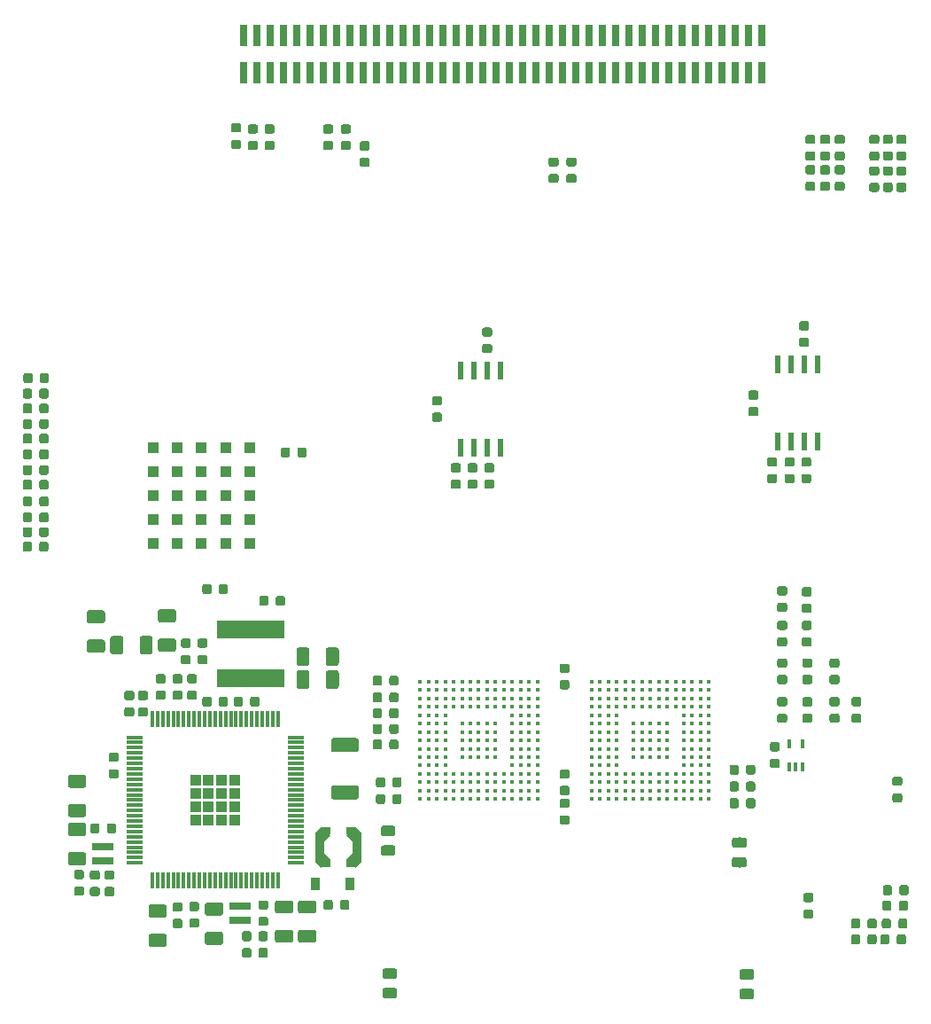
<source format=gbr>
G04 #@! TF.GenerationSoftware,KiCad,Pcbnew,5.0.2+dfsg1-1*
G04 #@! TF.CreationDate,2020-03-08T16:41:42+01:00*
G04 #@! TF.ProjectId,dlp_01,646c705f-3031-42e6-9b69-6361645f7063,rev?*
G04 #@! TF.SameCoordinates,Original*
G04 #@! TF.FileFunction,Paste,Top*
G04 #@! TF.FilePolarity,Positive*
%FSLAX46Y46*%
G04 Gerber Fmt 4.6, Leading zero omitted, Abs format (unit mm)*
G04 Created by KiCad (PCBNEW 5.0.2+dfsg1-1) date Sun 08 Mar 2020 16:41:42 CET*
%MOMM*%
%LPD*%
G01*
G04 APERTURE LIST*
%ADD10C,0.100000*%
%ADD11C,0.875000*%
%ADD12C,1.350000*%
%ADD13C,1.250000*%
%ADD14C,0.975000*%
%ADD15R,2.000000X0.650000*%
%ADD16R,0.900000X1.200000*%
%ADD17C,0.500000*%
%ADD18R,0.890000X0.775000*%
%ADD19R,0.870000X2.790000*%
%ADD20R,0.550000X1.750000*%
%ADD21R,6.500000X1.780000*%
%ADD22C,0.400000*%
%ADD23R,0.400000X0.900000*%
%ADD24R,1.000000X1.000000*%
%ADD25R,0.300000X1.500000*%
%ADD26R,1.500000X0.300000*%
%ADD27R,1.060000X1.060000*%
%ADD28R,0.750000X2.100000*%
G04 APERTURE END LIST*
D10*
G04 #@! TO.C,R75*
G36*
X103505557Y-90606849D02*
X103526792Y-90609999D01*
X103547616Y-90615215D01*
X103567828Y-90622447D01*
X103587234Y-90631626D01*
X103605647Y-90642662D01*
X103622890Y-90655450D01*
X103638796Y-90669866D01*
X103653212Y-90685772D01*
X103666000Y-90703015D01*
X103677036Y-90721428D01*
X103686215Y-90740834D01*
X103693447Y-90761046D01*
X103698663Y-90781870D01*
X103701813Y-90803105D01*
X103702866Y-90824546D01*
X103702866Y-91337046D01*
X103701813Y-91358487D01*
X103698663Y-91379722D01*
X103693447Y-91400546D01*
X103686215Y-91420758D01*
X103677036Y-91440164D01*
X103666000Y-91458577D01*
X103653212Y-91475820D01*
X103638796Y-91491726D01*
X103622890Y-91506142D01*
X103605647Y-91518930D01*
X103587234Y-91529966D01*
X103567828Y-91539145D01*
X103547616Y-91546377D01*
X103526792Y-91551593D01*
X103505557Y-91554743D01*
X103484116Y-91555796D01*
X103046616Y-91555796D01*
X103025175Y-91554743D01*
X103003940Y-91551593D01*
X102983116Y-91546377D01*
X102962904Y-91539145D01*
X102943498Y-91529966D01*
X102925085Y-91518930D01*
X102907842Y-91506142D01*
X102891936Y-91491726D01*
X102877520Y-91475820D01*
X102864732Y-91458577D01*
X102853696Y-91440164D01*
X102844517Y-91420758D01*
X102837285Y-91400546D01*
X102832069Y-91379722D01*
X102828919Y-91358487D01*
X102827866Y-91337046D01*
X102827866Y-90824546D01*
X102828919Y-90803105D01*
X102832069Y-90781870D01*
X102837285Y-90761046D01*
X102844517Y-90740834D01*
X102853696Y-90721428D01*
X102864732Y-90703015D01*
X102877520Y-90685772D01*
X102891936Y-90669866D01*
X102907842Y-90655450D01*
X102925085Y-90642662D01*
X102943498Y-90631626D01*
X102962904Y-90622447D01*
X102983116Y-90615215D01*
X103003940Y-90609999D01*
X103025175Y-90606849D01*
X103046616Y-90605796D01*
X103484116Y-90605796D01*
X103505557Y-90606849D01*
X103505557Y-90606849D01*
G37*
D11*
X103265366Y-91080796D03*
D10*
G36*
X105080557Y-90606849D02*
X105101792Y-90609999D01*
X105122616Y-90615215D01*
X105142828Y-90622447D01*
X105162234Y-90631626D01*
X105180647Y-90642662D01*
X105197890Y-90655450D01*
X105213796Y-90669866D01*
X105228212Y-90685772D01*
X105241000Y-90703015D01*
X105252036Y-90721428D01*
X105261215Y-90740834D01*
X105268447Y-90761046D01*
X105273663Y-90781870D01*
X105276813Y-90803105D01*
X105277866Y-90824546D01*
X105277866Y-91337046D01*
X105276813Y-91358487D01*
X105273663Y-91379722D01*
X105268447Y-91400546D01*
X105261215Y-91420758D01*
X105252036Y-91440164D01*
X105241000Y-91458577D01*
X105228212Y-91475820D01*
X105213796Y-91491726D01*
X105197890Y-91506142D01*
X105180647Y-91518930D01*
X105162234Y-91529966D01*
X105142828Y-91539145D01*
X105122616Y-91546377D01*
X105101792Y-91551593D01*
X105080557Y-91554743D01*
X105059116Y-91555796D01*
X104621616Y-91555796D01*
X104600175Y-91554743D01*
X104578940Y-91551593D01*
X104558116Y-91546377D01*
X104537904Y-91539145D01*
X104518498Y-91529966D01*
X104500085Y-91518930D01*
X104482842Y-91506142D01*
X104466936Y-91491726D01*
X104452520Y-91475820D01*
X104439732Y-91458577D01*
X104428696Y-91440164D01*
X104419517Y-91420758D01*
X104412285Y-91400546D01*
X104407069Y-91379722D01*
X104403919Y-91358487D01*
X104402866Y-91337046D01*
X104402866Y-90824546D01*
X104403919Y-90803105D01*
X104407069Y-90781870D01*
X104412285Y-90761046D01*
X104419517Y-90740834D01*
X104428696Y-90721428D01*
X104439732Y-90703015D01*
X104452520Y-90685772D01*
X104466936Y-90669866D01*
X104482842Y-90655450D01*
X104500085Y-90642662D01*
X104518498Y-90631626D01*
X104537904Y-90622447D01*
X104558116Y-90615215D01*
X104578940Y-90609999D01*
X104600175Y-90606849D01*
X104621616Y-90605796D01*
X105059116Y-90605796D01*
X105080557Y-90606849D01*
X105080557Y-90606849D01*
G37*
D11*
X104840366Y-91080796D03*
G04 #@! TD*
D10*
G04 #@! TO.C,R76*
G36*
X103552691Y-89126053D02*
X103573926Y-89129203D01*
X103594750Y-89134419D01*
X103614962Y-89141651D01*
X103634368Y-89150830D01*
X103652781Y-89161866D01*
X103670024Y-89174654D01*
X103685930Y-89189070D01*
X103700346Y-89204976D01*
X103713134Y-89222219D01*
X103724170Y-89240632D01*
X103733349Y-89260038D01*
X103740581Y-89280250D01*
X103745797Y-89301074D01*
X103748947Y-89322309D01*
X103750000Y-89343750D01*
X103750000Y-89856250D01*
X103748947Y-89877691D01*
X103745797Y-89898926D01*
X103740581Y-89919750D01*
X103733349Y-89939962D01*
X103724170Y-89959368D01*
X103713134Y-89977781D01*
X103700346Y-89995024D01*
X103685930Y-90010930D01*
X103670024Y-90025346D01*
X103652781Y-90038134D01*
X103634368Y-90049170D01*
X103614962Y-90058349D01*
X103594750Y-90065581D01*
X103573926Y-90070797D01*
X103552691Y-90073947D01*
X103531250Y-90075000D01*
X103093750Y-90075000D01*
X103072309Y-90073947D01*
X103051074Y-90070797D01*
X103030250Y-90065581D01*
X103010038Y-90058349D01*
X102990632Y-90049170D01*
X102972219Y-90038134D01*
X102954976Y-90025346D01*
X102939070Y-90010930D01*
X102924654Y-89995024D01*
X102911866Y-89977781D01*
X102900830Y-89959368D01*
X102891651Y-89939962D01*
X102884419Y-89919750D01*
X102879203Y-89898926D01*
X102876053Y-89877691D01*
X102875000Y-89856250D01*
X102875000Y-89343750D01*
X102876053Y-89322309D01*
X102879203Y-89301074D01*
X102884419Y-89280250D01*
X102891651Y-89260038D01*
X102900830Y-89240632D01*
X102911866Y-89222219D01*
X102924654Y-89204976D01*
X102939070Y-89189070D01*
X102954976Y-89174654D01*
X102972219Y-89161866D01*
X102990632Y-89150830D01*
X103010038Y-89141651D01*
X103030250Y-89134419D01*
X103051074Y-89129203D01*
X103072309Y-89126053D01*
X103093750Y-89125000D01*
X103531250Y-89125000D01*
X103552691Y-89126053D01*
X103552691Y-89126053D01*
G37*
D11*
X103312500Y-89600000D03*
D10*
G36*
X105127691Y-89126053D02*
X105148926Y-89129203D01*
X105169750Y-89134419D01*
X105189962Y-89141651D01*
X105209368Y-89150830D01*
X105227781Y-89161866D01*
X105245024Y-89174654D01*
X105260930Y-89189070D01*
X105275346Y-89204976D01*
X105288134Y-89222219D01*
X105299170Y-89240632D01*
X105308349Y-89260038D01*
X105315581Y-89280250D01*
X105320797Y-89301074D01*
X105323947Y-89322309D01*
X105325000Y-89343750D01*
X105325000Y-89856250D01*
X105323947Y-89877691D01*
X105320797Y-89898926D01*
X105315581Y-89919750D01*
X105308349Y-89939962D01*
X105299170Y-89959368D01*
X105288134Y-89977781D01*
X105275346Y-89995024D01*
X105260930Y-90010930D01*
X105245024Y-90025346D01*
X105227781Y-90038134D01*
X105209368Y-90049170D01*
X105189962Y-90058349D01*
X105169750Y-90065581D01*
X105148926Y-90070797D01*
X105127691Y-90073947D01*
X105106250Y-90075000D01*
X104668750Y-90075000D01*
X104647309Y-90073947D01*
X104626074Y-90070797D01*
X104605250Y-90065581D01*
X104585038Y-90058349D01*
X104565632Y-90049170D01*
X104547219Y-90038134D01*
X104529976Y-90025346D01*
X104514070Y-90010930D01*
X104499654Y-89995024D01*
X104486866Y-89977781D01*
X104475830Y-89959368D01*
X104466651Y-89939962D01*
X104459419Y-89919750D01*
X104454203Y-89898926D01*
X104451053Y-89877691D01*
X104450000Y-89856250D01*
X104450000Y-89343750D01*
X104451053Y-89322309D01*
X104454203Y-89301074D01*
X104459419Y-89280250D01*
X104466651Y-89260038D01*
X104475830Y-89240632D01*
X104486866Y-89222219D01*
X104499654Y-89204976D01*
X104514070Y-89189070D01*
X104529976Y-89174654D01*
X104547219Y-89161866D01*
X104565632Y-89150830D01*
X104585038Y-89141651D01*
X104605250Y-89134419D01*
X104626074Y-89129203D01*
X104647309Y-89126053D01*
X104668750Y-89125000D01*
X105106250Y-89125000D01*
X105127691Y-89126053D01*
X105127691Y-89126053D01*
G37*
D11*
X104887500Y-89600000D03*
G04 #@! TD*
D10*
G04 #@! TO.C,R79*
G36*
X103505557Y-92026053D02*
X103526792Y-92029203D01*
X103547616Y-92034419D01*
X103567828Y-92041651D01*
X103587234Y-92050830D01*
X103605647Y-92061866D01*
X103622890Y-92074654D01*
X103638796Y-92089070D01*
X103653212Y-92104976D01*
X103666000Y-92122219D01*
X103677036Y-92140632D01*
X103686215Y-92160038D01*
X103693447Y-92180250D01*
X103698663Y-92201074D01*
X103701813Y-92222309D01*
X103702866Y-92243750D01*
X103702866Y-92756250D01*
X103701813Y-92777691D01*
X103698663Y-92798926D01*
X103693447Y-92819750D01*
X103686215Y-92839962D01*
X103677036Y-92859368D01*
X103666000Y-92877781D01*
X103653212Y-92895024D01*
X103638796Y-92910930D01*
X103622890Y-92925346D01*
X103605647Y-92938134D01*
X103587234Y-92949170D01*
X103567828Y-92958349D01*
X103547616Y-92965581D01*
X103526792Y-92970797D01*
X103505557Y-92973947D01*
X103484116Y-92975000D01*
X103046616Y-92975000D01*
X103025175Y-92973947D01*
X103003940Y-92970797D01*
X102983116Y-92965581D01*
X102962904Y-92958349D01*
X102943498Y-92949170D01*
X102925085Y-92938134D01*
X102907842Y-92925346D01*
X102891936Y-92910930D01*
X102877520Y-92895024D01*
X102864732Y-92877781D01*
X102853696Y-92859368D01*
X102844517Y-92839962D01*
X102837285Y-92819750D01*
X102832069Y-92798926D01*
X102828919Y-92777691D01*
X102827866Y-92756250D01*
X102827866Y-92243750D01*
X102828919Y-92222309D01*
X102832069Y-92201074D01*
X102837285Y-92180250D01*
X102844517Y-92160038D01*
X102853696Y-92140632D01*
X102864732Y-92122219D01*
X102877520Y-92104976D01*
X102891936Y-92089070D01*
X102907842Y-92074654D01*
X102925085Y-92061866D01*
X102943498Y-92050830D01*
X102962904Y-92041651D01*
X102983116Y-92034419D01*
X103003940Y-92029203D01*
X103025175Y-92026053D01*
X103046616Y-92025000D01*
X103484116Y-92025000D01*
X103505557Y-92026053D01*
X103505557Y-92026053D01*
G37*
D11*
X103265366Y-92500000D03*
D10*
G36*
X105080557Y-92026053D02*
X105101792Y-92029203D01*
X105122616Y-92034419D01*
X105142828Y-92041651D01*
X105162234Y-92050830D01*
X105180647Y-92061866D01*
X105197890Y-92074654D01*
X105213796Y-92089070D01*
X105228212Y-92104976D01*
X105241000Y-92122219D01*
X105252036Y-92140632D01*
X105261215Y-92160038D01*
X105268447Y-92180250D01*
X105273663Y-92201074D01*
X105276813Y-92222309D01*
X105277866Y-92243750D01*
X105277866Y-92756250D01*
X105276813Y-92777691D01*
X105273663Y-92798926D01*
X105268447Y-92819750D01*
X105261215Y-92839962D01*
X105252036Y-92859368D01*
X105241000Y-92877781D01*
X105228212Y-92895024D01*
X105213796Y-92910930D01*
X105197890Y-92925346D01*
X105180647Y-92938134D01*
X105162234Y-92949170D01*
X105142828Y-92958349D01*
X105122616Y-92965581D01*
X105101792Y-92970797D01*
X105080557Y-92973947D01*
X105059116Y-92975000D01*
X104621616Y-92975000D01*
X104600175Y-92973947D01*
X104578940Y-92970797D01*
X104558116Y-92965581D01*
X104537904Y-92958349D01*
X104518498Y-92949170D01*
X104500085Y-92938134D01*
X104482842Y-92925346D01*
X104466936Y-92910930D01*
X104452520Y-92895024D01*
X104439732Y-92877781D01*
X104428696Y-92859368D01*
X104419517Y-92839962D01*
X104412285Y-92819750D01*
X104407069Y-92798926D01*
X104403919Y-92777691D01*
X104402866Y-92756250D01*
X104402866Y-92243750D01*
X104403919Y-92222309D01*
X104407069Y-92201074D01*
X104412285Y-92180250D01*
X104419517Y-92160038D01*
X104428696Y-92140632D01*
X104439732Y-92122219D01*
X104452520Y-92104976D01*
X104466936Y-92089070D01*
X104482842Y-92074654D01*
X104500085Y-92061866D01*
X104518498Y-92050830D01*
X104537904Y-92041651D01*
X104558116Y-92034419D01*
X104578940Y-92029203D01*
X104600175Y-92026053D01*
X104621616Y-92025000D01*
X105059116Y-92025000D01*
X105080557Y-92026053D01*
X105080557Y-92026053D01*
G37*
D11*
X104840366Y-92500000D03*
G04 #@! TD*
D10*
G04 #@! TO.C,R83*
G36*
X103499825Y-102430705D02*
X103521060Y-102433855D01*
X103541884Y-102439071D01*
X103562096Y-102446303D01*
X103581502Y-102455482D01*
X103599915Y-102466518D01*
X103617158Y-102479306D01*
X103633064Y-102493722D01*
X103647480Y-102509628D01*
X103660268Y-102526871D01*
X103671304Y-102545284D01*
X103680483Y-102564690D01*
X103687715Y-102584902D01*
X103692931Y-102605726D01*
X103696081Y-102626961D01*
X103697134Y-102648402D01*
X103697134Y-103160902D01*
X103696081Y-103182343D01*
X103692931Y-103203578D01*
X103687715Y-103224402D01*
X103680483Y-103244614D01*
X103671304Y-103264020D01*
X103660268Y-103282433D01*
X103647480Y-103299676D01*
X103633064Y-103315582D01*
X103617158Y-103329998D01*
X103599915Y-103342786D01*
X103581502Y-103353822D01*
X103562096Y-103363001D01*
X103541884Y-103370233D01*
X103521060Y-103375449D01*
X103499825Y-103378599D01*
X103478384Y-103379652D01*
X103040884Y-103379652D01*
X103019443Y-103378599D01*
X102998208Y-103375449D01*
X102977384Y-103370233D01*
X102957172Y-103363001D01*
X102937766Y-103353822D01*
X102919353Y-103342786D01*
X102902110Y-103329998D01*
X102886204Y-103315582D01*
X102871788Y-103299676D01*
X102859000Y-103282433D01*
X102847964Y-103264020D01*
X102838785Y-103244614D01*
X102831553Y-103224402D01*
X102826337Y-103203578D01*
X102823187Y-103182343D01*
X102822134Y-103160902D01*
X102822134Y-102648402D01*
X102823187Y-102626961D01*
X102826337Y-102605726D01*
X102831553Y-102584902D01*
X102838785Y-102564690D01*
X102847964Y-102545284D01*
X102859000Y-102526871D01*
X102871788Y-102509628D01*
X102886204Y-102493722D01*
X102902110Y-102479306D01*
X102919353Y-102466518D01*
X102937766Y-102455482D01*
X102957172Y-102446303D01*
X102977384Y-102439071D01*
X102998208Y-102433855D01*
X103019443Y-102430705D01*
X103040884Y-102429652D01*
X103478384Y-102429652D01*
X103499825Y-102430705D01*
X103499825Y-102430705D01*
G37*
D11*
X103259634Y-102904652D03*
D10*
G36*
X105074825Y-102430705D02*
X105096060Y-102433855D01*
X105116884Y-102439071D01*
X105137096Y-102446303D01*
X105156502Y-102455482D01*
X105174915Y-102466518D01*
X105192158Y-102479306D01*
X105208064Y-102493722D01*
X105222480Y-102509628D01*
X105235268Y-102526871D01*
X105246304Y-102545284D01*
X105255483Y-102564690D01*
X105262715Y-102584902D01*
X105267931Y-102605726D01*
X105271081Y-102626961D01*
X105272134Y-102648402D01*
X105272134Y-103160902D01*
X105271081Y-103182343D01*
X105267931Y-103203578D01*
X105262715Y-103224402D01*
X105255483Y-103244614D01*
X105246304Y-103264020D01*
X105235268Y-103282433D01*
X105222480Y-103299676D01*
X105208064Y-103315582D01*
X105192158Y-103329998D01*
X105174915Y-103342786D01*
X105156502Y-103353822D01*
X105137096Y-103363001D01*
X105116884Y-103370233D01*
X105096060Y-103375449D01*
X105074825Y-103378599D01*
X105053384Y-103379652D01*
X104615884Y-103379652D01*
X104594443Y-103378599D01*
X104573208Y-103375449D01*
X104552384Y-103370233D01*
X104532172Y-103363001D01*
X104512766Y-103353822D01*
X104494353Y-103342786D01*
X104477110Y-103329998D01*
X104461204Y-103315582D01*
X104446788Y-103299676D01*
X104434000Y-103282433D01*
X104422964Y-103264020D01*
X104413785Y-103244614D01*
X104406553Y-103224402D01*
X104401337Y-103203578D01*
X104398187Y-103182343D01*
X104397134Y-103160902D01*
X104397134Y-102648402D01*
X104398187Y-102626961D01*
X104401337Y-102605726D01*
X104406553Y-102584902D01*
X104413785Y-102564690D01*
X104422964Y-102545284D01*
X104434000Y-102526871D01*
X104446788Y-102509628D01*
X104461204Y-102493722D01*
X104477110Y-102479306D01*
X104494353Y-102466518D01*
X104512766Y-102455482D01*
X104532172Y-102446303D01*
X104552384Y-102439071D01*
X104573208Y-102433855D01*
X104594443Y-102430705D01*
X104615884Y-102429652D01*
X105053384Y-102429652D01*
X105074825Y-102430705D01*
X105074825Y-102430705D01*
G37*
D11*
X104834634Y-102904652D03*
G04 #@! TD*
D10*
G04 #@! TO.C,R84*
G36*
X103499825Y-103830705D02*
X103521060Y-103833855D01*
X103541884Y-103839071D01*
X103562096Y-103846303D01*
X103581502Y-103855482D01*
X103599915Y-103866518D01*
X103617158Y-103879306D01*
X103633064Y-103893722D01*
X103647480Y-103909628D01*
X103660268Y-103926871D01*
X103671304Y-103945284D01*
X103680483Y-103964690D01*
X103687715Y-103984902D01*
X103692931Y-104005726D01*
X103696081Y-104026961D01*
X103697134Y-104048402D01*
X103697134Y-104560902D01*
X103696081Y-104582343D01*
X103692931Y-104603578D01*
X103687715Y-104624402D01*
X103680483Y-104644614D01*
X103671304Y-104664020D01*
X103660268Y-104682433D01*
X103647480Y-104699676D01*
X103633064Y-104715582D01*
X103617158Y-104729998D01*
X103599915Y-104742786D01*
X103581502Y-104753822D01*
X103562096Y-104763001D01*
X103541884Y-104770233D01*
X103521060Y-104775449D01*
X103499825Y-104778599D01*
X103478384Y-104779652D01*
X103040884Y-104779652D01*
X103019443Y-104778599D01*
X102998208Y-104775449D01*
X102977384Y-104770233D01*
X102957172Y-104763001D01*
X102937766Y-104753822D01*
X102919353Y-104742786D01*
X102902110Y-104729998D01*
X102886204Y-104715582D01*
X102871788Y-104699676D01*
X102859000Y-104682433D01*
X102847964Y-104664020D01*
X102838785Y-104644614D01*
X102831553Y-104624402D01*
X102826337Y-104603578D01*
X102823187Y-104582343D01*
X102822134Y-104560902D01*
X102822134Y-104048402D01*
X102823187Y-104026961D01*
X102826337Y-104005726D01*
X102831553Y-103984902D01*
X102838785Y-103964690D01*
X102847964Y-103945284D01*
X102859000Y-103926871D01*
X102871788Y-103909628D01*
X102886204Y-103893722D01*
X102902110Y-103879306D01*
X102919353Y-103866518D01*
X102937766Y-103855482D01*
X102957172Y-103846303D01*
X102977384Y-103839071D01*
X102998208Y-103833855D01*
X103019443Y-103830705D01*
X103040884Y-103829652D01*
X103478384Y-103829652D01*
X103499825Y-103830705D01*
X103499825Y-103830705D01*
G37*
D11*
X103259634Y-104304652D03*
D10*
G36*
X105074825Y-103830705D02*
X105096060Y-103833855D01*
X105116884Y-103839071D01*
X105137096Y-103846303D01*
X105156502Y-103855482D01*
X105174915Y-103866518D01*
X105192158Y-103879306D01*
X105208064Y-103893722D01*
X105222480Y-103909628D01*
X105235268Y-103926871D01*
X105246304Y-103945284D01*
X105255483Y-103964690D01*
X105262715Y-103984902D01*
X105267931Y-104005726D01*
X105271081Y-104026961D01*
X105272134Y-104048402D01*
X105272134Y-104560902D01*
X105271081Y-104582343D01*
X105267931Y-104603578D01*
X105262715Y-104624402D01*
X105255483Y-104644614D01*
X105246304Y-104664020D01*
X105235268Y-104682433D01*
X105222480Y-104699676D01*
X105208064Y-104715582D01*
X105192158Y-104729998D01*
X105174915Y-104742786D01*
X105156502Y-104753822D01*
X105137096Y-104763001D01*
X105116884Y-104770233D01*
X105096060Y-104775449D01*
X105074825Y-104778599D01*
X105053384Y-104779652D01*
X104615884Y-104779652D01*
X104594443Y-104778599D01*
X104573208Y-104775449D01*
X104552384Y-104770233D01*
X104532172Y-104763001D01*
X104512766Y-104753822D01*
X104494353Y-104742786D01*
X104477110Y-104729998D01*
X104461204Y-104715582D01*
X104446788Y-104699676D01*
X104434000Y-104682433D01*
X104422964Y-104664020D01*
X104413785Y-104644614D01*
X104406553Y-104624402D01*
X104401337Y-104603578D01*
X104398187Y-104582343D01*
X104397134Y-104560902D01*
X104397134Y-104048402D01*
X104398187Y-104026961D01*
X104401337Y-104005726D01*
X104406553Y-103984902D01*
X104413785Y-103964690D01*
X104422964Y-103945284D01*
X104434000Y-103926871D01*
X104446788Y-103909628D01*
X104461204Y-103893722D01*
X104477110Y-103879306D01*
X104494353Y-103866518D01*
X104512766Y-103855482D01*
X104532172Y-103846303D01*
X104552384Y-103839071D01*
X104573208Y-103833855D01*
X104594443Y-103830705D01*
X104615884Y-103829652D01*
X105053384Y-103829652D01*
X105074825Y-103830705D01*
X105074825Y-103830705D01*
G37*
D11*
X104834634Y-104304652D03*
G04 #@! TD*
D10*
G04 #@! TO.C,R85*
G36*
X103487325Y-105230705D02*
X103508560Y-105233855D01*
X103529384Y-105239071D01*
X103549596Y-105246303D01*
X103569002Y-105255482D01*
X103587415Y-105266518D01*
X103604658Y-105279306D01*
X103620564Y-105293722D01*
X103634980Y-105309628D01*
X103647768Y-105326871D01*
X103658804Y-105345284D01*
X103667983Y-105364690D01*
X103675215Y-105384902D01*
X103680431Y-105405726D01*
X103683581Y-105426961D01*
X103684634Y-105448402D01*
X103684634Y-105960902D01*
X103683581Y-105982343D01*
X103680431Y-106003578D01*
X103675215Y-106024402D01*
X103667983Y-106044614D01*
X103658804Y-106064020D01*
X103647768Y-106082433D01*
X103634980Y-106099676D01*
X103620564Y-106115582D01*
X103604658Y-106129998D01*
X103587415Y-106142786D01*
X103569002Y-106153822D01*
X103549596Y-106163001D01*
X103529384Y-106170233D01*
X103508560Y-106175449D01*
X103487325Y-106178599D01*
X103465884Y-106179652D01*
X103028384Y-106179652D01*
X103006943Y-106178599D01*
X102985708Y-106175449D01*
X102964884Y-106170233D01*
X102944672Y-106163001D01*
X102925266Y-106153822D01*
X102906853Y-106142786D01*
X102889610Y-106129998D01*
X102873704Y-106115582D01*
X102859288Y-106099676D01*
X102846500Y-106082433D01*
X102835464Y-106064020D01*
X102826285Y-106044614D01*
X102819053Y-106024402D01*
X102813837Y-106003578D01*
X102810687Y-105982343D01*
X102809634Y-105960902D01*
X102809634Y-105448402D01*
X102810687Y-105426961D01*
X102813837Y-105405726D01*
X102819053Y-105384902D01*
X102826285Y-105364690D01*
X102835464Y-105345284D01*
X102846500Y-105326871D01*
X102859288Y-105309628D01*
X102873704Y-105293722D01*
X102889610Y-105279306D01*
X102906853Y-105266518D01*
X102925266Y-105255482D01*
X102944672Y-105246303D01*
X102964884Y-105239071D01*
X102985708Y-105233855D01*
X103006943Y-105230705D01*
X103028384Y-105229652D01*
X103465884Y-105229652D01*
X103487325Y-105230705D01*
X103487325Y-105230705D01*
G37*
D11*
X103247134Y-105704652D03*
D10*
G36*
X105062325Y-105230705D02*
X105083560Y-105233855D01*
X105104384Y-105239071D01*
X105124596Y-105246303D01*
X105144002Y-105255482D01*
X105162415Y-105266518D01*
X105179658Y-105279306D01*
X105195564Y-105293722D01*
X105209980Y-105309628D01*
X105222768Y-105326871D01*
X105233804Y-105345284D01*
X105242983Y-105364690D01*
X105250215Y-105384902D01*
X105255431Y-105405726D01*
X105258581Y-105426961D01*
X105259634Y-105448402D01*
X105259634Y-105960902D01*
X105258581Y-105982343D01*
X105255431Y-106003578D01*
X105250215Y-106024402D01*
X105242983Y-106044614D01*
X105233804Y-106064020D01*
X105222768Y-106082433D01*
X105209980Y-106099676D01*
X105195564Y-106115582D01*
X105179658Y-106129998D01*
X105162415Y-106142786D01*
X105144002Y-106153822D01*
X105124596Y-106163001D01*
X105104384Y-106170233D01*
X105083560Y-106175449D01*
X105062325Y-106178599D01*
X105040884Y-106179652D01*
X104603384Y-106179652D01*
X104581943Y-106178599D01*
X104560708Y-106175449D01*
X104539884Y-106170233D01*
X104519672Y-106163001D01*
X104500266Y-106153822D01*
X104481853Y-106142786D01*
X104464610Y-106129998D01*
X104448704Y-106115582D01*
X104434288Y-106099676D01*
X104421500Y-106082433D01*
X104410464Y-106064020D01*
X104401285Y-106044614D01*
X104394053Y-106024402D01*
X104388837Y-106003578D01*
X104385687Y-105982343D01*
X104384634Y-105960902D01*
X104384634Y-105448402D01*
X104385687Y-105426961D01*
X104388837Y-105405726D01*
X104394053Y-105384902D01*
X104401285Y-105364690D01*
X104410464Y-105345284D01*
X104421500Y-105326871D01*
X104434288Y-105309628D01*
X104448704Y-105293722D01*
X104464610Y-105279306D01*
X104481853Y-105266518D01*
X104500266Y-105255482D01*
X104519672Y-105246303D01*
X104539884Y-105239071D01*
X104560708Y-105233855D01*
X104581943Y-105230705D01*
X104603384Y-105229652D01*
X105040884Y-105229652D01*
X105062325Y-105230705D01*
X105062325Y-105230705D01*
G37*
D11*
X104822134Y-105704652D03*
G04 #@! TD*
D10*
G04 #@! TO.C,R86*
G36*
X103505557Y-96406849D02*
X103526792Y-96409999D01*
X103547616Y-96415215D01*
X103567828Y-96422447D01*
X103587234Y-96431626D01*
X103605647Y-96442662D01*
X103622890Y-96455450D01*
X103638796Y-96469866D01*
X103653212Y-96485772D01*
X103666000Y-96503015D01*
X103677036Y-96521428D01*
X103686215Y-96540834D01*
X103693447Y-96561046D01*
X103698663Y-96581870D01*
X103701813Y-96603105D01*
X103702866Y-96624546D01*
X103702866Y-97137046D01*
X103701813Y-97158487D01*
X103698663Y-97179722D01*
X103693447Y-97200546D01*
X103686215Y-97220758D01*
X103677036Y-97240164D01*
X103666000Y-97258577D01*
X103653212Y-97275820D01*
X103638796Y-97291726D01*
X103622890Y-97306142D01*
X103605647Y-97318930D01*
X103587234Y-97329966D01*
X103567828Y-97339145D01*
X103547616Y-97346377D01*
X103526792Y-97351593D01*
X103505557Y-97354743D01*
X103484116Y-97355796D01*
X103046616Y-97355796D01*
X103025175Y-97354743D01*
X103003940Y-97351593D01*
X102983116Y-97346377D01*
X102962904Y-97339145D01*
X102943498Y-97329966D01*
X102925085Y-97318930D01*
X102907842Y-97306142D01*
X102891936Y-97291726D01*
X102877520Y-97275820D01*
X102864732Y-97258577D01*
X102853696Y-97240164D01*
X102844517Y-97220758D01*
X102837285Y-97200546D01*
X102832069Y-97179722D01*
X102828919Y-97158487D01*
X102827866Y-97137046D01*
X102827866Y-96624546D01*
X102828919Y-96603105D01*
X102832069Y-96581870D01*
X102837285Y-96561046D01*
X102844517Y-96540834D01*
X102853696Y-96521428D01*
X102864732Y-96503015D01*
X102877520Y-96485772D01*
X102891936Y-96469866D01*
X102907842Y-96455450D01*
X102925085Y-96442662D01*
X102943498Y-96431626D01*
X102962904Y-96422447D01*
X102983116Y-96415215D01*
X103003940Y-96409999D01*
X103025175Y-96406849D01*
X103046616Y-96405796D01*
X103484116Y-96405796D01*
X103505557Y-96406849D01*
X103505557Y-96406849D01*
G37*
D11*
X103265366Y-96880796D03*
D10*
G36*
X105080557Y-96406849D02*
X105101792Y-96409999D01*
X105122616Y-96415215D01*
X105142828Y-96422447D01*
X105162234Y-96431626D01*
X105180647Y-96442662D01*
X105197890Y-96455450D01*
X105213796Y-96469866D01*
X105228212Y-96485772D01*
X105241000Y-96503015D01*
X105252036Y-96521428D01*
X105261215Y-96540834D01*
X105268447Y-96561046D01*
X105273663Y-96581870D01*
X105276813Y-96603105D01*
X105277866Y-96624546D01*
X105277866Y-97137046D01*
X105276813Y-97158487D01*
X105273663Y-97179722D01*
X105268447Y-97200546D01*
X105261215Y-97220758D01*
X105252036Y-97240164D01*
X105241000Y-97258577D01*
X105228212Y-97275820D01*
X105213796Y-97291726D01*
X105197890Y-97306142D01*
X105180647Y-97318930D01*
X105162234Y-97329966D01*
X105142828Y-97339145D01*
X105122616Y-97346377D01*
X105101792Y-97351593D01*
X105080557Y-97354743D01*
X105059116Y-97355796D01*
X104621616Y-97355796D01*
X104600175Y-97354743D01*
X104578940Y-97351593D01*
X104558116Y-97346377D01*
X104537904Y-97339145D01*
X104518498Y-97329966D01*
X104500085Y-97318930D01*
X104482842Y-97306142D01*
X104466936Y-97291726D01*
X104452520Y-97275820D01*
X104439732Y-97258577D01*
X104428696Y-97240164D01*
X104419517Y-97220758D01*
X104412285Y-97200546D01*
X104407069Y-97179722D01*
X104403919Y-97158487D01*
X104402866Y-97137046D01*
X104402866Y-96624546D01*
X104403919Y-96603105D01*
X104407069Y-96581870D01*
X104412285Y-96561046D01*
X104419517Y-96540834D01*
X104428696Y-96521428D01*
X104439732Y-96503015D01*
X104452520Y-96485772D01*
X104466936Y-96469866D01*
X104482842Y-96455450D01*
X104500085Y-96442662D01*
X104518498Y-96431626D01*
X104537904Y-96422447D01*
X104558116Y-96415215D01*
X104578940Y-96409999D01*
X104600175Y-96406849D01*
X104621616Y-96405796D01*
X105059116Y-96405796D01*
X105080557Y-96406849D01*
X105080557Y-96406849D01*
G37*
D11*
X104840366Y-96880796D03*
G04 #@! TD*
D10*
G04 #@! TO.C,R87*
G36*
X103505557Y-94906849D02*
X103526792Y-94909999D01*
X103547616Y-94915215D01*
X103567828Y-94922447D01*
X103587234Y-94931626D01*
X103605647Y-94942662D01*
X103622890Y-94955450D01*
X103638796Y-94969866D01*
X103653212Y-94985772D01*
X103666000Y-95003015D01*
X103677036Y-95021428D01*
X103686215Y-95040834D01*
X103693447Y-95061046D01*
X103698663Y-95081870D01*
X103701813Y-95103105D01*
X103702866Y-95124546D01*
X103702866Y-95637046D01*
X103701813Y-95658487D01*
X103698663Y-95679722D01*
X103693447Y-95700546D01*
X103686215Y-95720758D01*
X103677036Y-95740164D01*
X103666000Y-95758577D01*
X103653212Y-95775820D01*
X103638796Y-95791726D01*
X103622890Y-95806142D01*
X103605647Y-95818930D01*
X103587234Y-95829966D01*
X103567828Y-95839145D01*
X103547616Y-95846377D01*
X103526792Y-95851593D01*
X103505557Y-95854743D01*
X103484116Y-95855796D01*
X103046616Y-95855796D01*
X103025175Y-95854743D01*
X103003940Y-95851593D01*
X102983116Y-95846377D01*
X102962904Y-95839145D01*
X102943498Y-95829966D01*
X102925085Y-95818930D01*
X102907842Y-95806142D01*
X102891936Y-95791726D01*
X102877520Y-95775820D01*
X102864732Y-95758577D01*
X102853696Y-95740164D01*
X102844517Y-95720758D01*
X102837285Y-95700546D01*
X102832069Y-95679722D01*
X102828919Y-95658487D01*
X102827866Y-95637046D01*
X102827866Y-95124546D01*
X102828919Y-95103105D01*
X102832069Y-95081870D01*
X102837285Y-95061046D01*
X102844517Y-95040834D01*
X102853696Y-95021428D01*
X102864732Y-95003015D01*
X102877520Y-94985772D01*
X102891936Y-94969866D01*
X102907842Y-94955450D01*
X102925085Y-94942662D01*
X102943498Y-94931626D01*
X102962904Y-94922447D01*
X102983116Y-94915215D01*
X103003940Y-94909999D01*
X103025175Y-94906849D01*
X103046616Y-94905796D01*
X103484116Y-94905796D01*
X103505557Y-94906849D01*
X103505557Y-94906849D01*
G37*
D11*
X103265366Y-95380796D03*
D10*
G36*
X105080557Y-94906849D02*
X105101792Y-94909999D01*
X105122616Y-94915215D01*
X105142828Y-94922447D01*
X105162234Y-94931626D01*
X105180647Y-94942662D01*
X105197890Y-94955450D01*
X105213796Y-94969866D01*
X105228212Y-94985772D01*
X105241000Y-95003015D01*
X105252036Y-95021428D01*
X105261215Y-95040834D01*
X105268447Y-95061046D01*
X105273663Y-95081870D01*
X105276813Y-95103105D01*
X105277866Y-95124546D01*
X105277866Y-95637046D01*
X105276813Y-95658487D01*
X105273663Y-95679722D01*
X105268447Y-95700546D01*
X105261215Y-95720758D01*
X105252036Y-95740164D01*
X105241000Y-95758577D01*
X105228212Y-95775820D01*
X105213796Y-95791726D01*
X105197890Y-95806142D01*
X105180647Y-95818930D01*
X105162234Y-95829966D01*
X105142828Y-95839145D01*
X105122616Y-95846377D01*
X105101792Y-95851593D01*
X105080557Y-95854743D01*
X105059116Y-95855796D01*
X104621616Y-95855796D01*
X104600175Y-95854743D01*
X104578940Y-95851593D01*
X104558116Y-95846377D01*
X104537904Y-95839145D01*
X104518498Y-95829966D01*
X104500085Y-95818930D01*
X104482842Y-95806142D01*
X104466936Y-95791726D01*
X104452520Y-95775820D01*
X104439732Y-95758577D01*
X104428696Y-95740164D01*
X104419517Y-95720758D01*
X104412285Y-95700546D01*
X104407069Y-95679722D01*
X104403919Y-95658487D01*
X104402866Y-95637046D01*
X104402866Y-95124546D01*
X104403919Y-95103105D01*
X104407069Y-95081870D01*
X104412285Y-95061046D01*
X104419517Y-95040834D01*
X104428696Y-95021428D01*
X104439732Y-95003015D01*
X104452520Y-94985772D01*
X104466936Y-94969866D01*
X104482842Y-94955450D01*
X104500085Y-94942662D01*
X104518498Y-94931626D01*
X104537904Y-94922447D01*
X104558116Y-94915215D01*
X104578940Y-94909999D01*
X104600175Y-94906849D01*
X104621616Y-94905796D01*
X105059116Y-94905796D01*
X105080557Y-94906849D01*
X105080557Y-94906849D01*
G37*
D11*
X104840366Y-95380796D03*
G04 #@! TD*
D10*
G04 #@! TO.C,R88*
G36*
X103505557Y-93506849D02*
X103526792Y-93509999D01*
X103547616Y-93515215D01*
X103567828Y-93522447D01*
X103587234Y-93531626D01*
X103605647Y-93542662D01*
X103622890Y-93555450D01*
X103638796Y-93569866D01*
X103653212Y-93585772D01*
X103666000Y-93603015D01*
X103677036Y-93621428D01*
X103686215Y-93640834D01*
X103693447Y-93661046D01*
X103698663Y-93681870D01*
X103701813Y-93703105D01*
X103702866Y-93724546D01*
X103702866Y-94237046D01*
X103701813Y-94258487D01*
X103698663Y-94279722D01*
X103693447Y-94300546D01*
X103686215Y-94320758D01*
X103677036Y-94340164D01*
X103666000Y-94358577D01*
X103653212Y-94375820D01*
X103638796Y-94391726D01*
X103622890Y-94406142D01*
X103605647Y-94418930D01*
X103587234Y-94429966D01*
X103567828Y-94439145D01*
X103547616Y-94446377D01*
X103526792Y-94451593D01*
X103505557Y-94454743D01*
X103484116Y-94455796D01*
X103046616Y-94455796D01*
X103025175Y-94454743D01*
X103003940Y-94451593D01*
X102983116Y-94446377D01*
X102962904Y-94439145D01*
X102943498Y-94429966D01*
X102925085Y-94418930D01*
X102907842Y-94406142D01*
X102891936Y-94391726D01*
X102877520Y-94375820D01*
X102864732Y-94358577D01*
X102853696Y-94340164D01*
X102844517Y-94320758D01*
X102837285Y-94300546D01*
X102832069Y-94279722D01*
X102828919Y-94258487D01*
X102827866Y-94237046D01*
X102827866Y-93724546D01*
X102828919Y-93703105D01*
X102832069Y-93681870D01*
X102837285Y-93661046D01*
X102844517Y-93640834D01*
X102853696Y-93621428D01*
X102864732Y-93603015D01*
X102877520Y-93585772D01*
X102891936Y-93569866D01*
X102907842Y-93555450D01*
X102925085Y-93542662D01*
X102943498Y-93531626D01*
X102962904Y-93522447D01*
X102983116Y-93515215D01*
X103003940Y-93509999D01*
X103025175Y-93506849D01*
X103046616Y-93505796D01*
X103484116Y-93505796D01*
X103505557Y-93506849D01*
X103505557Y-93506849D01*
G37*
D11*
X103265366Y-93980796D03*
D10*
G36*
X105080557Y-93506849D02*
X105101792Y-93509999D01*
X105122616Y-93515215D01*
X105142828Y-93522447D01*
X105162234Y-93531626D01*
X105180647Y-93542662D01*
X105197890Y-93555450D01*
X105213796Y-93569866D01*
X105228212Y-93585772D01*
X105241000Y-93603015D01*
X105252036Y-93621428D01*
X105261215Y-93640834D01*
X105268447Y-93661046D01*
X105273663Y-93681870D01*
X105276813Y-93703105D01*
X105277866Y-93724546D01*
X105277866Y-94237046D01*
X105276813Y-94258487D01*
X105273663Y-94279722D01*
X105268447Y-94300546D01*
X105261215Y-94320758D01*
X105252036Y-94340164D01*
X105241000Y-94358577D01*
X105228212Y-94375820D01*
X105213796Y-94391726D01*
X105197890Y-94406142D01*
X105180647Y-94418930D01*
X105162234Y-94429966D01*
X105142828Y-94439145D01*
X105122616Y-94446377D01*
X105101792Y-94451593D01*
X105080557Y-94454743D01*
X105059116Y-94455796D01*
X104621616Y-94455796D01*
X104600175Y-94454743D01*
X104578940Y-94451593D01*
X104558116Y-94446377D01*
X104537904Y-94439145D01*
X104518498Y-94429966D01*
X104500085Y-94418930D01*
X104482842Y-94406142D01*
X104466936Y-94391726D01*
X104452520Y-94375820D01*
X104439732Y-94358577D01*
X104428696Y-94340164D01*
X104419517Y-94320758D01*
X104412285Y-94300546D01*
X104407069Y-94279722D01*
X104403919Y-94258487D01*
X104402866Y-94237046D01*
X104402866Y-93724546D01*
X104403919Y-93703105D01*
X104407069Y-93681870D01*
X104412285Y-93661046D01*
X104419517Y-93640834D01*
X104428696Y-93621428D01*
X104439732Y-93603015D01*
X104452520Y-93585772D01*
X104466936Y-93569866D01*
X104482842Y-93555450D01*
X104500085Y-93542662D01*
X104518498Y-93531626D01*
X104537904Y-93522447D01*
X104558116Y-93515215D01*
X104578940Y-93509999D01*
X104600175Y-93506849D01*
X104621616Y-93505796D01*
X105059116Y-93505796D01*
X105080557Y-93506849D01*
X105080557Y-93506849D01*
G37*
D11*
X104840366Y-93980796D03*
G04 #@! TD*
D10*
G04 #@! TO.C,R90*
G36*
X103505557Y-99306849D02*
X103526792Y-99309999D01*
X103547616Y-99315215D01*
X103567828Y-99322447D01*
X103587234Y-99331626D01*
X103605647Y-99342662D01*
X103622890Y-99355450D01*
X103638796Y-99369866D01*
X103653212Y-99385772D01*
X103666000Y-99403015D01*
X103677036Y-99421428D01*
X103686215Y-99440834D01*
X103693447Y-99461046D01*
X103698663Y-99481870D01*
X103701813Y-99503105D01*
X103702866Y-99524546D01*
X103702866Y-100037046D01*
X103701813Y-100058487D01*
X103698663Y-100079722D01*
X103693447Y-100100546D01*
X103686215Y-100120758D01*
X103677036Y-100140164D01*
X103666000Y-100158577D01*
X103653212Y-100175820D01*
X103638796Y-100191726D01*
X103622890Y-100206142D01*
X103605647Y-100218930D01*
X103587234Y-100229966D01*
X103567828Y-100239145D01*
X103547616Y-100246377D01*
X103526792Y-100251593D01*
X103505557Y-100254743D01*
X103484116Y-100255796D01*
X103046616Y-100255796D01*
X103025175Y-100254743D01*
X103003940Y-100251593D01*
X102983116Y-100246377D01*
X102962904Y-100239145D01*
X102943498Y-100229966D01*
X102925085Y-100218930D01*
X102907842Y-100206142D01*
X102891936Y-100191726D01*
X102877520Y-100175820D01*
X102864732Y-100158577D01*
X102853696Y-100140164D01*
X102844517Y-100120758D01*
X102837285Y-100100546D01*
X102832069Y-100079722D01*
X102828919Y-100058487D01*
X102827866Y-100037046D01*
X102827866Y-99524546D01*
X102828919Y-99503105D01*
X102832069Y-99481870D01*
X102837285Y-99461046D01*
X102844517Y-99440834D01*
X102853696Y-99421428D01*
X102864732Y-99403015D01*
X102877520Y-99385772D01*
X102891936Y-99369866D01*
X102907842Y-99355450D01*
X102925085Y-99342662D01*
X102943498Y-99331626D01*
X102962904Y-99322447D01*
X102983116Y-99315215D01*
X103003940Y-99309999D01*
X103025175Y-99306849D01*
X103046616Y-99305796D01*
X103484116Y-99305796D01*
X103505557Y-99306849D01*
X103505557Y-99306849D01*
G37*
D11*
X103265366Y-99780796D03*
D10*
G36*
X105080557Y-99306849D02*
X105101792Y-99309999D01*
X105122616Y-99315215D01*
X105142828Y-99322447D01*
X105162234Y-99331626D01*
X105180647Y-99342662D01*
X105197890Y-99355450D01*
X105213796Y-99369866D01*
X105228212Y-99385772D01*
X105241000Y-99403015D01*
X105252036Y-99421428D01*
X105261215Y-99440834D01*
X105268447Y-99461046D01*
X105273663Y-99481870D01*
X105276813Y-99503105D01*
X105277866Y-99524546D01*
X105277866Y-100037046D01*
X105276813Y-100058487D01*
X105273663Y-100079722D01*
X105268447Y-100100546D01*
X105261215Y-100120758D01*
X105252036Y-100140164D01*
X105241000Y-100158577D01*
X105228212Y-100175820D01*
X105213796Y-100191726D01*
X105197890Y-100206142D01*
X105180647Y-100218930D01*
X105162234Y-100229966D01*
X105142828Y-100239145D01*
X105122616Y-100246377D01*
X105101792Y-100251593D01*
X105080557Y-100254743D01*
X105059116Y-100255796D01*
X104621616Y-100255796D01*
X104600175Y-100254743D01*
X104578940Y-100251593D01*
X104558116Y-100246377D01*
X104537904Y-100239145D01*
X104518498Y-100229966D01*
X104500085Y-100218930D01*
X104482842Y-100206142D01*
X104466936Y-100191726D01*
X104452520Y-100175820D01*
X104439732Y-100158577D01*
X104428696Y-100140164D01*
X104419517Y-100120758D01*
X104412285Y-100100546D01*
X104407069Y-100079722D01*
X104403919Y-100058487D01*
X104402866Y-100037046D01*
X104402866Y-99524546D01*
X104403919Y-99503105D01*
X104407069Y-99481870D01*
X104412285Y-99461046D01*
X104419517Y-99440834D01*
X104428696Y-99421428D01*
X104439732Y-99403015D01*
X104452520Y-99385772D01*
X104466936Y-99369866D01*
X104482842Y-99355450D01*
X104500085Y-99342662D01*
X104518498Y-99331626D01*
X104537904Y-99322447D01*
X104558116Y-99315215D01*
X104578940Y-99309999D01*
X104600175Y-99306849D01*
X104621616Y-99305796D01*
X105059116Y-99305796D01*
X105080557Y-99306849D01*
X105080557Y-99306849D01*
G37*
D11*
X104840366Y-99780796D03*
G04 #@! TD*
D10*
G04 #@! TO.C,R100*
G36*
X103505557Y-97906849D02*
X103526792Y-97909999D01*
X103547616Y-97915215D01*
X103567828Y-97922447D01*
X103587234Y-97931626D01*
X103605647Y-97942662D01*
X103622890Y-97955450D01*
X103638796Y-97969866D01*
X103653212Y-97985772D01*
X103666000Y-98003015D01*
X103677036Y-98021428D01*
X103686215Y-98040834D01*
X103693447Y-98061046D01*
X103698663Y-98081870D01*
X103701813Y-98103105D01*
X103702866Y-98124546D01*
X103702866Y-98637046D01*
X103701813Y-98658487D01*
X103698663Y-98679722D01*
X103693447Y-98700546D01*
X103686215Y-98720758D01*
X103677036Y-98740164D01*
X103666000Y-98758577D01*
X103653212Y-98775820D01*
X103638796Y-98791726D01*
X103622890Y-98806142D01*
X103605647Y-98818930D01*
X103587234Y-98829966D01*
X103567828Y-98839145D01*
X103547616Y-98846377D01*
X103526792Y-98851593D01*
X103505557Y-98854743D01*
X103484116Y-98855796D01*
X103046616Y-98855796D01*
X103025175Y-98854743D01*
X103003940Y-98851593D01*
X102983116Y-98846377D01*
X102962904Y-98839145D01*
X102943498Y-98829966D01*
X102925085Y-98818930D01*
X102907842Y-98806142D01*
X102891936Y-98791726D01*
X102877520Y-98775820D01*
X102864732Y-98758577D01*
X102853696Y-98740164D01*
X102844517Y-98720758D01*
X102837285Y-98700546D01*
X102832069Y-98679722D01*
X102828919Y-98658487D01*
X102827866Y-98637046D01*
X102827866Y-98124546D01*
X102828919Y-98103105D01*
X102832069Y-98081870D01*
X102837285Y-98061046D01*
X102844517Y-98040834D01*
X102853696Y-98021428D01*
X102864732Y-98003015D01*
X102877520Y-97985772D01*
X102891936Y-97969866D01*
X102907842Y-97955450D01*
X102925085Y-97942662D01*
X102943498Y-97931626D01*
X102962904Y-97922447D01*
X102983116Y-97915215D01*
X103003940Y-97909999D01*
X103025175Y-97906849D01*
X103046616Y-97905796D01*
X103484116Y-97905796D01*
X103505557Y-97906849D01*
X103505557Y-97906849D01*
G37*
D11*
X103265366Y-98380796D03*
D10*
G36*
X105080557Y-97906849D02*
X105101792Y-97909999D01*
X105122616Y-97915215D01*
X105142828Y-97922447D01*
X105162234Y-97931626D01*
X105180647Y-97942662D01*
X105197890Y-97955450D01*
X105213796Y-97969866D01*
X105228212Y-97985772D01*
X105241000Y-98003015D01*
X105252036Y-98021428D01*
X105261215Y-98040834D01*
X105268447Y-98061046D01*
X105273663Y-98081870D01*
X105276813Y-98103105D01*
X105277866Y-98124546D01*
X105277866Y-98637046D01*
X105276813Y-98658487D01*
X105273663Y-98679722D01*
X105268447Y-98700546D01*
X105261215Y-98720758D01*
X105252036Y-98740164D01*
X105241000Y-98758577D01*
X105228212Y-98775820D01*
X105213796Y-98791726D01*
X105197890Y-98806142D01*
X105180647Y-98818930D01*
X105162234Y-98829966D01*
X105142828Y-98839145D01*
X105122616Y-98846377D01*
X105101792Y-98851593D01*
X105080557Y-98854743D01*
X105059116Y-98855796D01*
X104621616Y-98855796D01*
X104600175Y-98854743D01*
X104578940Y-98851593D01*
X104558116Y-98846377D01*
X104537904Y-98839145D01*
X104518498Y-98829966D01*
X104500085Y-98818930D01*
X104482842Y-98806142D01*
X104466936Y-98791726D01*
X104452520Y-98775820D01*
X104439732Y-98758577D01*
X104428696Y-98740164D01*
X104419517Y-98720758D01*
X104412285Y-98700546D01*
X104407069Y-98679722D01*
X104403919Y-98658487D01*
X104402866Y-98637046D01*
X104402866Y-98124546D01*
X104403919Y-98103105D01*
X104407069Y-98081870D01*
X104412285Y-98061046D01*
X104419517Y-98040834D01*
X104428696Y-98021428D01*
X104439732Y-98003015D01*
X104452520Y-97985772D01*
X104466936Y-97969866D01*
X104482842Y-97955450D01*
X104500085Y-97942662D01*
X104518498Y-97931626D01*
X104537904Y-97922447D01*
X104558116Y-97915215D01*
X104578940Y-97909999D01*
X104600175Y-97906849D01*
X104621616Y-97905796D01*
X105059116Y-97905796D01*
X105080557Y-97906849D01*
X105080557Y-97906849D01*
G37*
D11*
X104840366Y-98380796D03*
G04 #@! TD*
D10*
G04 #@! TO.C,R101*
G36*
X103505557Y-100906849D02*
X103526792Y-100909999D01*
X103547616Y-100915215D01*
X103567828Y-100922447D01*
X103587234Y-100931626D01*
X103605647Y-100942662D01*
X103622890Y-100955450D01*
X103638796Y-100969866D01*
X103653212Y-100985772D01*
X103666000Y-101003015D01*
X103677036Y-101021428D01*
X103686215Y-101040834D01*
X103693447Y-101061046D01*
X103698663Y-101081870D01*
X103701813Y-101103105D01*
X103702866Y-101124546D01*
X103702866Y-101637046D01*
X103701813Y-101658487D01*
X103698663Y-101679722D01*
X103693447Y-101700546D01*
X103686215Y-101720758D01*
X103677036Y-101740164D01*
X103666000Y-101758577D01*
X103653212Y-101775820D01*
X103638796Y-101791726D01*
X103622890Y-101806142D01*
X103605647Y-101818930D01*
X103587234Y-101829966D01*
X103567828Y-101839145D01*
X103547616Y-101846377D01*
X103526792Y-101851593D01*
X103505557Y-101854743D01*
X103484116Y-101855796D01*
X103046616Y-101855796D01*
X103025175Y-101854743D01*
X103003940Y-101851593D01*
X102983116Y-101846377D01*
X102962904Y-101839145D01*
X102943498Y-101829966D01*
X102925085Y-101818930D01*
X102907842Y-101806142D01*
X102891936Y-101791726D01*
X102877520Y-101775820D01*
X102864732Y-101758577D01*
X102853696Y-101740164D01*
X102844517Y-101720758D01*
X102837285Y-101700546D01*
X102832069Y-101679722D01*
X102828919Y-101658487D01*
X102827866Y-101637046D01*
X102827866Y-101124546D01*
X102828919Y-101103105D01*
X102832069Y-101081870D01*
X102837285Y-101061046D01*
X102844517Y-101040834D01*
X102853696Y-101021428D01*
X102864732Y-101003015D01*
X102877520Y-100985772D01*
X102891936Y-100969866D01*
X102907842Y-100955450D01*
X102925085Y-100942662D01*
X102943498Y-100931626D01*
X102962904Y-100922447D01*
X102983116Y-100915215D01*
X103003940Y-100909999D01*
X103025175Y-100906849D01*
X103046616Y-100905796D01*
X103484116Y-100905796D01*
X103505557Y-100906849D01*
X103505557Y-100906849D01*
G37*
D11*
X103265366Y-101380796D03*
D10*
G36*
X105080557Y-100906849D02*
X105101792Y-100909999D01*
X105122616Y-100915215D01*
X105142828Y-100922447D01*
X105162234Y-100931626D01*
X105180647Y-100942662D01*
X105197890Y-100955450D01*
X105213796Y-100969866D01*
X105228212Y-100985772D01*
X105241000Y-101003015D01*
X105252036Y-101021428D01*
X105261215Y-101040834D01*
X105268447Y-101061046D01*
X105273663Y-101081870D01*
X105276813Y-101103105D01*
X105277866Y-101124546D01*
X105277866Y-101637046D01*
X105276813Y-101658487D01*
X105273663Y-101679722D01*
X105268447Y-101700546D01*
X105261215Y-101720758D01*
X105252036Y-101740164D01*
X105241000Y-101758577D01*
X105228212Y-101775820D01*
X105213796Y-101791726D01*
X105197890Y-101806142D01*
X105180647Y-101818930D01*
X105162234Y-101829966D01*
X105142828Y-101839145D01*
X105122616Y-101846377D01*
X105101792Y-101851593D01*
X105080557Y-101854743D01*
X105059116Y-101855796D01*
X104621616Y-101855796D01*
X104600175Y-101854743D01*
X104578940Y-101851593D01*
X104558116Y-101846377D01*
X104537904Y-101839145D01*
X104518498Y-101829966D01*
X104500085Y-101818930D01*
X104482842Y-101806142D01*
X104466936Y-101791726D01*
X104452520Y-101775820D01*
X104439732Y-101758577D01*
X104428696Y-101740164D01*
X104419517Y-101720758D01*
X104412285Y-101700546D01*
X104407069Y-101679722D01*
X104403919Y-101658487D01*
X104402866Y-101637046D01*
X104402866Y-101124546D01*
X104403919Y-101103105D01*
X104407069Y-101081870D01*
X104412285Y-101061046D01*
X104419517Y-101040834D01*
X104428696Y-101021428D01*
X104439732Y-101003015D01*
X104452520Y-100985772D01*
X104466936Y-100969866D01*
X104482842Y-100955450D01*
X104500085Y-100942662D01*
X104518498Y-100931626D01*
X104537904Y-100922447D01*
X104558116Y-100915215D01*
X104578940Y-100909999D01*
X104600175Y-100906849D01*
X104621616Y-100905796D01*
X105059116Y-100905796D01*
X105080557Y-100906849D01*
X105080557Y-100906849D01*
G37*
D11*
X104840366Y-101380796D03*
G04 #@! TD*
D10*
G04 #@! TO.C,R103*
G36*
X178377691Y-66376053D02*
X178398926Y-66379203D01*
X178419750Y-66384419D01*
X178439962Y-66391651D01*
X178459368Y-66400830D01*
X178477781Y-66411866D01*
X178495024Y-66424654D01*
X178510930Y-66439070D01*
X178525346Y-66454976D01*
X178538134Y-66472219D01*
X178549170Y-66490632D01*
X178558349Y-66510038D01*
X178565581Y-66530250D01*
X178570797Y-66551074D01*
X178573947Y-66572309D01*
X178575000Y-66593750D01*
X178575000Y-67031250D01*
X178573947Y-67052691D01*
X178570797Y-67073926D01*
X178565581Y-67094750D01*
X178558349Y-67114962D01*
X178549170Y-67134368D01*
X178538134Y-67152781D01*
X178525346Y-67170024D01*
X178510930Y-67185930D01*
X178495024Y-67200346D01*
X178477781Y-67213134D01*
X178459368Y-67224170D01*
X178439962Y-67233349D01*
X178419750Y-67240581D01*
X178398926Y-67245797D01*
X178377691Y-67248947D01*
X178356250Y-67250000D01*
X177843750Y-67250000D01*
X177822309Y-67248947D01*
X177801074Y-67245797D01*
X177780250Y-67240581D01*
X177760038Y-67233349D01*
X177740632Y-67224170D01*
X177722219Y-67213134D01*
X177704976Y-67200346D01*
X177689070Y-67185930D01*
X177674654Y-67170024D01*
X177661866Y-67152781D01*
X177650830Y-67134368D01*
X177641651Y-67114962D01*
X177634419Y-67094750D01*
X177629203Y-67073926D01*
X177626053Y-67052691D01*
X177625000Y-67031250D01*
X177625000Y-66593750D01*
X177626053Y-66572309D01*
X177629203Y-66551074D01*
X177634419Y-66530250D01*
X177641651Y-66510038D01*
X177650830Y-66490632D01*
X177661866Y-66472219D01*
X177674654Y-66454976D01*
X177689070Y-66439070D01*
X177704976Y-66424654D01*
X177722219Y-66411866D01*
X177740632Y-66400830D01*
X177760038Y-66391651D01*
X177780250Y-66384419D01*
X177801074Y-66379203D01*
X177822309Y-66376053D01*
X177843750Y-66375000D01*
X178356250Y-66375000D01*
X178377691Y-66376053D01*
X178377691Y-66376053D01*
G37*
D11*
X178100000Y-66812500D03*
D10*
G36*
X178377691Y-67951053D02*
X178398926Y-67954203D01*
X178419750Y-67959419D01*
X178439962Y-67966651D01*
X178459368Y-67975830D01*
X178477781Y-67986866D01*
X178495024Y-67999654D01*
X178510930Y-68014070D01*
X178525346Y-68029976D01*
X178538134Y-68047219D01*
X178549170Y-68065632D01*
X178558349Y-68085038D01*
X178565581Y-68105250D01*
X178570797Y-68126074D01*
X178573947Y-68147309D01*
X178575000Y-68168750D01*
X178575000Y-68606250D01*
X178573947Y-68627691D01*
X178570797Y-68648926D01*
X178565581Y-68669750D01*
X178558349Y-68689962D01*
X178549170Y-68709368D01*
X178538134Y-68727781D01*
X178525346Y-68745024D01*
X178510930Y-68760930D01*
X178495024Y-68775346D01*
X178477781Y-68788134D01*
X178459368Y-68799170D01*
X178439962Y-68808349D01*
X178419750Y-68815581D01*
X178398926Y-68820797D01*
X178377691Y-68823947D01*
X178356250Y-68825000D01*
X177843750Y-68825000D01*
X177822309Y-68823947D01*
X177801074Y-68820797D01*
X177780250Y-68815581D01*
X177760038Y-68808349D01*
X177740632Y-68799170D01*
X177722219Y-68788134D01*
X177704976Y-68775346D01*
X177689070Y-68760930D01*
X177674654Y-68745024D01*
X177661866Y-68727781D01*
X177650830Y-68709368D01*
X177641651Y-68689962D01*
X177634419Y-68669750D01*
X177629203Y-68648926D01*
X177626053Y-68627691D01*
X177625000Y-68606250D01*
X177625000Y-68168750D01*
X177626053Y-68147309D01*
X177629203Y-68126074D01*
X177634419Y-68105250D01*
X177641651Y-68085038D01*
X177650830Y-68065632D01*
X177661866Y-68047219D01*
X177674654Y-68029976D01*
X177689070Y-68014070D01*
X177704976Y-67999654D01*
X177722219Y-67986866D01*
X177740632Y-67975830D01*
X177760038Y-67966651D01*
X177780250Y-67959419D01*
X177801074Y-67954203D01*
X177822309Y-67951053D01*
X177843750Y-67950000D01*
X178356250Y-67950000D01*
X178377691Y-67951053D01*
X178377691Y-67951053D01*
G37*
D11*
X178100000Y-68387500D03*
G04 #@! TD*
D10*
G04 #@! TO.C,R104*
G36*
X179777691Y-66376053D02*
X179798926Y-66379203D01*
X179819750Y-66384419D01*
X179839962Y-66391651D01*
X179859368Y-66400830D01*
X179877781Y-66411866D01*
X179895024Y-66424654D01*
X179910930Y-66439070D01*
X179925346Y-66454976D01*
X179938134Y-66472219D01*
X179949170Y-66490632D01*
X179958349Y-66510038D01*
X179965581Y-66530250D01*
X179970797Y-66551074D01*
X179973947Y-66572309D01*
X179975000Y-66593750D01*
X179975000Y-67031250D01*
X179973947Y-67052691D01*
X179970797Y-67073926D01*
X179965581Y-67094750D01*
X179958349Y-67114962D01*
X179949170Y-67134368D01*
X179938134Y-67152781D01*
X179925346Y-67170024D01*
X179910930Y-67185930D01*
X179895024Y-67200346D01*
X179877781Y-67213134D01*
X179859368Y-67224170D01*
X179839962Y-67233349D01*
X179819750Y-67240581D01*
X179798926Y-67245797D01*
X179777691Y-67248947D01*
X179756250Y-67250000D01*
X179243750Y-67250000D01*
X179222309Y-67248947D01*
X179201074Y-67245797D01*
X179180250Y-67240581D01*
X179160038Y-67233349D01*
X179140632Y-67224170D01*
X179122219Y-67213134D01*
X179104976Y-67200346D01*
X179089070Y-67185930D01*
X179074654Y-67170024D01*
X179061866Y-67152781D01*
X179050830Y-67134368D01*
X179041651Y-67114962D01*
X179034419Y-67094750D01*
X179029203Y-67073926D01*
X179026053Y-67052691D01*
X179025000Y-67031250D01*
X179025000Y-66593750D01*
X179026053Y-66572309D01*
X179029203Y-66551074D01*
X179034419Y-66530250D01*
X179041651Y-66510038D01*
X179050830Y-66490632D01*
X179061866Y-66472219D01*
X179074654Y-66454976D01*
X179089070Y-66439070D01*
X179104976Y-66424654D01*
X179122219Y-66411866D01*
X179140632Y-66400830D01*
X179160038Y-66391651D01*
X179180250Y-66384419D01*
X179201074Y-66379203D01*
X179222309Y-66376053D01*
X179243750Y-66375000D01*
X179756250Y-66375000D01*
X179777691Y-66376053D01*
X179777691Y-66376053D01*
G37*
D11*
X179500000Y-66812500D03*
D10*
G36*
X179777691Y-67951053D02*
X179798926Y-67954203D01*
X179819750Y-67959419D01*
X179839962Y-67966651D01*
X179859368Y-67975830D01*
X179877781Y-67986866D01*
X179895024Y-67999654D01*
X179910930Y-68014070D01*
X179925346Y-68029976D01*
X179938134Y-68047219D01*
X179949170Y-68065632D01*
X179958349Y-68085038D01*
X179965581Y-68105250D01*
X179970797Y-68126074D01*
X179973947Y-68147309D01*
X179975000Y-68168750D01*
X179975000Y-68606250D01*
X179973947Y-68627691D01*
X179970797Y-68648926D01*
X179965581Y-68669750D01*
X179958349Y-68689962D01*
X179949170Y-68709368D01*
X179938134Y-68727781D01*
X179925346Y-68745024D01*
X179910930Y-68760930D01*
X179895024Y-68775346D01*
X179877781Y-68788134D01*
X179859368Y-68799170D01*
X179839962Y-68808349D01*
X179819750Y-68815581D01*
X179798926Y-68820797D01*
X179777691Y-68823947D01*
X179756250Y-68825000D01*
X179243750Y-68825000D01*
X179222309Y-68823947D01*
X179201074Y-68820797D01*
X179180250Y-68815581D01*
X179160038Y-68808349D01*
X179140632Y-68799170D01*
X179122219Y-68788134D01*
X179104976Y-68775346D01*
X179089070Y-68760930D01*
X179074654Y-68745024D01*
X179061866Y-68727781D01*
X179050830Y-68709368D01*
X179041651Y-68689962D01*
X179034419Y-68669750D01*
X179029203Y-68648926D01*
X179026053Y-68627691D01*
X179025000Y-68606250D01*
X179025000Y-68168750D01*
X179026053Y-68147309D01*
X179029203Y-68126074D01*
X179034419Y-68105250D01*
X179041651Y-68085038D01*
X179050830Y-68065632D01*
X179061866Y-68047219D01*
X179074654Y-68029976D01*
X179089070Y-68014070D01*
X179104976Y-67999654D01*
X179122219Y-67986866D01*
X179140632Y-67975830D01*
X179160038Y-67966651D01*
X179180250Y-67959419D01*
X179201074Y-67954203D01*
X179222309Y-67951053D01*
X179243750Y-67950000D01*
X179756250Y-67950000D01*
X179777691Y-67951053D01*
X179777691Y-67951053D01*
G37*
D11*
X179500000Y-68387500D03*
G04 #@! TD*
D10*
G04 #@! TO.C,R1*
G36*
X175677691Y-116376053D02*
X175698926Y-116379203D01*
X175719750Y-116384419D01*
X175739962Y-116391651D01*
X175759368Y-116400830D01*
X175777781Y-116411866D01*
X175795024Y-116424654D01*
X175810930Y-116439070D01*
X175825346Y-116454976D01*
X175838134Y-116472219D01*
X175849170Y-116490632D01*
X175858349Y-116510038D01*
X175865581Y-116530250D01*
X175870797Y-116551074D01*
X175873947Y-116572309D01*
X175875000Y-116593750D01*
X175875000Y-117031250D01*
X175873947Y-117052691D01*
X175870797Y-117073926D01*
X175865581Y-117094750D01*
X175858349Y-117114962D01*
X175849170Y-117134368D01*
X175838134Y-117152781D01*
X175825346Y-117170024D01*
X175810930Y-117185930D01*
X175795024Y-117200346D01*
X175777781Y-117213134D01*
X175759368Y-117224170D01*
X175739962Y-117233349D01*
X175719750Y-117240581D01*
X175698926Y-117245797D01*
X175677691Y-117248947D01*
X175656250Y-117250000D01*
X175143750Y-117250000D01*
X175122309Y-117248947D01*
X175101074Y-117245797D01*
X175080250Y-117240581D01*
X175060038Y-117233349D01*
X175040632Y-117224170D01*
X175022219Y-117213134D01*
X175004976Y-117200346D01*
X174989070Y-117185930D01*
X174974654Y-117170024D01*
X174961866Y-117152781D01*
X174950830Y-117134368D01*
X174941651Y-117114962D01*
X174934419Y-117094750D01*
X174929203Y-117073926D01*
X174926053Y-117052691D01*
X174925000Y-117031250D01*
X174925000Y-116593750D01*
X174926053Y-116572309D01*
X174929203Y-116551074D01*
X174934419Y-116530250D01*
X174941651Y-116510038D01*
X174950830Y-116490632D01*
X174961866Y-116472219D01*
X174974654Y-116454976D01*
X174989070Y-116439070D01*
X175004976Y-116424654D01*
X175022219Y-116411866D01*
X175040632Y-116400830D01*
X175060038Y-116391651D01*
X175080250Y-116384419D01*
X175101074Y-116379203D01*
X175122309Y-116376053D01*
X175143750Y-116375000D01*
X175656250Y-116375000D01*
X175677691Y-116376053D01*
X175677691Y-116376053D01*
G37*
D11*
X175400000Y-116812500D03*
D10*
G36*
X175677691Y-117951053D02*
X175698926Y-117954203D01*
X175719750Y-117959419D01*
X175739962Y-117966651D01*
X175759368Y-117975830D01*
X175777781Y-117986866D01*
X175795024Y-117999654D01*
X175810930Y-118014070D01*
X175825346Y-118029976D01*
X175838134Y-118047219D01*
X175849170Y-118065632D01*
X175858349Y-118085038D01*
X175865581Y-118105250D01*
X175870797Y-118126074D01*
X175873947Y-118147309D01*
X175875000Y-118168750D01*
X175875000Y-118606250D01*
X175873947Y-118627691D01*
X175870797Y-118648926D01*
X175865581Y-118669750D01*
X175858349Y-118689962D01*
X175849170Y-118709368D01*
X175838134Y-118727781D01*
X175825346Y-118745024D01*
X175810930Y-118760930D01*
X175795024Y-118775346D01*
X175777781Y-118788134D01*
X175759368Y-118799170D01*
X175739962Y-118808349D01*
X175719750Y-118815581D01*
X175698926Y-118820797D01*
X175677691Y-118823947D01*
X175656250Y-118825000D01*
X175143750Y-118825000D01*
X175122309Y-118823947D01*
X175101074Y-118820797D01*
X175080250Y-118815581D01*
X175060038Y-118808349D01*
X175040632Y-118799170D01*
X175022219Y-118788134D01*
X175004976Y-118775346D01*
X174989070Y-118760930D01*
X174974654Y-118745024D01*
X174961866Y-118727781D01*
X174950830Y-118709368D01*
X174941651Y-118689962D01*
X174934419Y-118669750D01*
X174929203Y-118648926D01*
X174926053Y-118627691D01*
X174925000Y-118606250D01*
X174925000Y-118168750D01*
X174926053Y-118147309D01*
X174929203Y-118126074D01*
X174934419Y-118105250D01*
X174941651Y-118085038D01*
X174950830Y-118065632D01*
X174961866Y-118047219D01*
X174974654Y-118029976D01*
X174989070Y-118014070D01*
X175004976Y-117999654D01*
X175022219Y-117986866D01*
X175040632Y-117975830D01*
X175060038Y-117966651D01*
X175080250Y-117959419D01*
X175101074Y-117954203D01*
X175122309Y-117951053D01*
X175143750Y-117950000D01*
X175656250Y-117950000D01*
X175677691Y-117951053D01*
X175677691Y-117951053D01*
G37*
D11*
X175400000Y-118387500D03*
G04 #@! TD*
D10*
G04 #@! TO.C,R2*
G36*
X178077691Y-116376053D02*
X178098926Y-116379203D01*
X178119750Y-116384419D01*
X178139962Y-116391651D01*
X178159368Y-116400830D01*
X178177781Y-116411866D01*
X178195024Y-116424654D01*
X178210930Y-116439070D01*
X178225346Y-116454976D01*
X178238134Y-116472219D01*
X178249170Y-116490632D01*
X178258349Y-116510038D01*
X178265581Y-116530250D01*
X178270797Y-116551074D01*
X178273947Y-116572309D01*
X178275000Y-116593750D01*
X178275000Y-117031250D01*
X178273947Y-117052691D01*
X178270797Y-117073926D01*
X178265581Y-117094750D01*
X178258349Y-117114962D01*
X178249170Y-117134368D01*
X178238134Y-117152781D01*
X178225346Y-117170024D01*
X178210930Y-117185930D01*
X178195024Y-117200346D01*
X178177781Y-117213134D01*
X178159368Y-117224170D01*
X178139962Y-117233349D01*
X178119750Y-117240581D01*
X178098926Y-117245797D01*
X178077691Y-117248947D01*
X178056250Y-117250000D01*
X177543750Y-117250000D01*
X177522309Y-117248947D01*
X177501074Y-117245797D01*
X177480250Y-117240581D01*
X177460038Y-117233349D01*
X177440632Y-117224170D01*
X177422219Y-117213134D01*
X177404976Y-117200346D01*
X177389070Y-117185930D01*
X177374654Y-117170024D01*
X177361866Y-117152781D01*
X177350830Y-117134368D01*
X177341651Y-117114962D01*
X177334419Y-117094750D01*
X177329203Y-117073926D01*
X177326053Y-117052691D01*
X177325000Y-117031250D01*
X177325000Y-116593750D01*
X177326053Y-116572309D01*
X177329203Y-116551074D01*
X177334419Y-116530250D01*
X177341651Y-116510038D01*
X177350830Y-116490632D01*
X177361866Y-116472219D01*
X177374654Y-116454976D01*
X177389070Y-116439070D01*
X177404976Y-116424654D01*
X177422219Y-116411866D01*
X177440632Y-116400830D01*
X177460038Y-116391651D01*
X177480250Y-116384419D01*
X177501074Y-116379203D01*
X177522309Y-116376053D01*
X177543750Y-116375000D01*
X178056250Y-116375000D01*
X178077691Y-116376053D01*
X178077691Y-116376053D01*
G37*
D11*
X177800000Y-116812500D03*
D10*
G36*
X178077691Y-117951053D02*
X178098926Y-117954203D01*
X178119750Y-117959419D01*
X178139962Y-117966651D01*
X178159368Y-117975830D01*
X178177781Y-117986866D01*
X178195024Y-117999654D01*
X178210930Y-118014070D01*
X178225346Y-118029976D01*
X178238134Y-118047219D01*
X178249170Y-118065632D01*
X178258349Y-118085038D01*
X178265581Y-118105250D01*
X178270797Y-118126074D01*
X178273947Y-118147309D01*
X178275000Y-118168750D01*
X178275000Y-118606250D01*
X178273947Y-118627691D01*
X178270797Y-118648926D01*
X178265581Y-118669750D01*
X178258349Y-118689962D01*
X178249170Y-118709368D01*
X178238134Y-118727781D01*
X178225346Y-118745024D01*
X178210930Y-118760930D01*
X178195024Y-118775346D01*
X178177781Y-118788134D01*
X178159368Y-118799170D01*
X178139962Y-118808349D01*
X178119750Y-118815581D01*
X178098926Y-118820797D01*
X178077691Y-118823947D01*
X178056250Y-118825000D01*
X177543750Y-118825000D01*
X177522309Y-118823947D01*
X177501074Y-118820797D01*
X177480250Y-118815581D01*
X177460038Y-118808349D01*
X177440632Y-118799170D01*
X177422219Y-118788134D01*
X177404976Y-118775346D01*
X177389070Y-118760930D01*
X177374654Y-118745024D01*
X177361866Y-118727781D01*
X177350830Y-118709368D01*
X177341651Y-118689962D01*
X177334419Y-118669750D01*
X177329203Y-118648926D01*
X177326053Y-118627691D01*
X177325000Y-118606250D01*
X177325000Y-118168750D01*
X177326053Y-118147309D01*
X177329203Y-118126074D01*
X177334419Y-118105250D01*
X177341651Y-118085038D01*
X177350830Y-118065632D01*
X177361866Y-118047219D01*
X177374654Y-118029976D01*
X177389070Y-118014070D01*
X177404976Y-117999654D01*
X177422219Y-117986866D01*
X177440632Y-117975830D01*
X177460038Y-117966651D01*
X177480250Y-117959419D01*
X177501074Y-117954203D01*
X177522309Y-117951053D01*
X177543750Y-117950000D01*
X178056250Y-117950000D01*
X178077691Y-117951053D01*
X178077691Y-117951053D01*
G37*
D11*
X177800000Y-118387500D03*
G04 #@! TD*
D10*
G04 #@! TO.C,R3*
G36*
X180677691Y-116376053D02*
X180698926Y-116379203D01*
X180719750Y-116384419D01*
X180739962Y-116391651D01*
X180759368Y-116400830D01*
X180777781Y-116411866D01*
X180795024Y-116424654D01*
X180810930Y-116439070D01*
X180825346Y-116454976D01*
X180838134Y-116472219D01*
X180849170Y-116490632D01*
X180858349Y-116510038D01*
X180865581Y-116530250D01*
X180870797Y-116551074D01*
X180873947Y-116572309D01*
X180875000Y-116593750D01*
X180875000Y-117031250D01*
X180873947Y-117052691D01*
X180870797Y-117073926D01*
X180865581Y-117094750D01*
X180858349Y-117114962D01*
X180849170Y-117134368D01*
X180838134Y-117152781D01*
X180825346Y-117170024D01*
X180810930Y-117185930D01*
X180795024Y-117200346D01*
X180777781Y-117213134D01*
X180759368Y-117224170D01*
X180739962Y-117233349D01*
X180719750Y-117240581D01*
X180698926Y-117245797D01*
X180677691Y-117248947D01*
X180656250Y-117250000D01*
X180143750Y-117250000D01*
X180122309Y-117248947D01*
X180101074Y-117245797D01*
X180080250Y-117240581D01*
X180060038Y-117233349D01*
X180040632Y-117224170D01*
X180022219Y-117213134D01*
X180004976Y-117200346D01*
X179989070Y-117185930D01*
X179974654Y-117170024D01*
X179961866Y-117152781D01*
X179950830Y-117134368D01*
X179941651Y-117114962D01*
X179934419Y-117094750D01*
X179929203Y-117073926D01*
X179926053Y-117052691D01*
X179925000Y-117031250D01*
X179925000Y-116593750D01*
X179926053Y-116572309D01*
X179929203Y-116551074D01*
X179934419Y-116530250D01*
X179941651Y-116510038D01*
X179950830Y-116490632D01*
X179961866Y-116472219D01*
X179974654Y-116454976D01*
X179989070Y-116439070D01*
X180004976Y-116424654D01*
X180022219Y-116411866D01*
X180040632Y-116400830D01*
X180060038Y-116391651D01*
X180080250Y-116384419D01*
X180101074Y-116379203D01*
X180122309Y-116376053D01*
X180143750Y-116375000D01*
X180656250Y-116375000D01*
X180677691Y-116376053D01*
X180677691Y-116376053D01*
G37*
D11*
X180400000Y-116812500D03*
D10*
G36*
X180677691Y-117951053D02*
X180698926Y-117954203D01*
X180719750Y-117959419D01*
X180739962Y-117966651D01*
X180759368Y-117975830D01*
X180777781Y-117986866D01*
X180795024Y-117999654D01*
X180810930Y-118014070D01*
X180825346Y-118029976D01*
X180838134Y-118047219D01*
X180849170Y-118065632D01*
X180858349Y-118085038D01*
X180865581Y-118105250D01*
X180870797Y-118126074D01*
X180873947Y-118147309D01*
X180875000Y-118168750D01*
X180875000Y-118606250D01*
X180873947Y-118627691D01*
X180870797Y-118648926D01*
X180865581Y-118669750D01*
X180858349Y-118689962D01*
X180849170Y-118709368D01*
X180838134Y-118727781D01*
X180825346Y-118745024D01*
X180810930Y-118760930D01*
X180795024Y-118775346D01*
X180777781Y-118788134D01*
X180759368Y-118799170D01*
X180739962Y-118808349D01*
X180719750Y-118815581D01*
X180698926Y-118820797D01*
X180677691Y-118823947D01*
X180656250Y-118825000D01*
X180143750Y-118825000D01*
X180122309Y-118823947D01*
X180101074Y-118820797D01*
X180080250Y-118815581D01*
X180060038Y-118808349D01*
X180040632Y-118799170D01*
X180022219Y-118788134D01*
X180004976Y-118775346D01*
X179989070Y-118760930D01*
X179974654Y-118745024D01*
X179961866Y-118727781D01*
X179950830Y-118709368D01*
X179941651Y-118689962D01*
X179934419Y-118669750D01*
X179929203Y-118648926D01*
X179926053Y-118627691D01*
X179925000Y-118606250D01*
X179925000Y-118168750D01*
X179926053Y-118147309D01*
X179929203Y-118126074D01*
X179934419Y-118105250D01*
X179941651Y-118085038D01*
X179950830Y-118065632D01*
X179961866Y-118047219D01*
X179974654Y-118029976D01*
X179989070Y-118014070D01*
X180004976Y-117999654D01*
X180022219Y-117986866D01*
X180040632Y-117975830D01*
X180060038Y-117966651D01*
X180080250Y-117959419D01*
X180101074Y-117954203D01*
X180122309Y-117951053D01*
X180143750Y-117950000D01*
X180656250Y-117950000D01*
X180677691Y-117951053D01*
X180677691Y-117951053D01*
G37*
D11*
X180400000Y-118387500D03*
G04 #@! TD*
D10*
G04 #@! TO.C,R4*
G36*
X138827691Y-127726053D02*
X138848926Y-127729203D01*
X138869750Y-127734419D01*
X138889962Y-127741651D01*
X138909368Y-127750830D01*
X138927781Y-127761866D01*
X138945024Y-127774654D01*
X138960930Y-127789070D01*
X138975346Y-127804976D01*
X138988134Y-127822219D01*
X138999170Y-127840632D01*
X139008349Y-127860038D01*
X139015581Y-127880250D01*
X139020797Y-127901074D01*
X139023947Y-127922309D01*
X139025000Y-127943750D01*
X139025000Y-128456250D01*
X139023947Y-128477691D01*
X139020797Y-128498926D01*
X139015581Y-128519750D01*
X139008349Y-128539962D01*
X138999170Y-128559368D01*
X138988134Y-128577781D01*
X138975346Y-128595024D01*
X138960930Y-128610930D01*
X138945024Y-128625346D01*
X138927781Y-128638134D01*
X138909368Y-128649170D01*
X138889962Y-128658349D01*
X138869750Y-128665581D01*
X138848926Y-128670797D01*
X138827691Y-128673947D01*
X138806250Y-128675000D01*
X138368750Y-128675000D01*
X138347309Y-128673947D01*
X138326074Y-128670797D01*
X138305250Y-128665581D01*
X138285038Y-128658349D01*
X138265632Y-128649170D01*
X138247219Y-128638134D01*
X138229976Y-128625346D01*
X138214070Y-128610930D01*
X138199654Y-128595024D01*
X138186866Y-128577781D01*
X138175830Y-128559368D01*
X138166651Y-128539962D01*
X138159419Y-128519750D01*
X138154203Y-128498926D01*
X138151053Y-128477691D01*
X138150000Y-128456250D01*
X138150000Y-127943750D01*
X138151053Y-127922309D01*
X138154203Y-127901074D01*
X138159419Y-127880250D01*
X138166651Y-127860038D01*
X138175830Y-127840632D01*
X138186866Y-127822219D01*
X138199654Y-127804976D01*
X138214070Y-127789070D01*
X138229976Y-127774654D01*
X138247219Y-127761866D01*
X138265632Y-127750830D01*
X138285038Y-127741651D01*
X138305250Y-127734419D01*
X138326074Y-127729203D01*
X138347309Y-127726053D01*
X138368750Y-127725000D01*
X138806250Y-127725000D01*
X138827691Y-127726053D01*
X138827691Y-127726053D01*
G37*
D11*
X138587500Y-128200000D03*
D10*
G36*
X137252691Y-127726053D02*
X137273926Y-127729203D01*
X137294750Y-127734419D01*
X137314962Y-127741651D01*
X137334368Y-127750830D01*
X137352781Y-127761866D01*
X137370024Y-127774654D01*
X137385930Y-127789070D01*
X137400346Y-127804976D01*
X137413134Y-127822219D01*
X137424170Y-127840632D01*
X137433349Y-127860038D01*
X137440581Y-127880250D01*
X137445797Y-127901074D01*
X137448947Y-127922309D01*
X137450000Y-127943750D01*
X137450000Y-128456250D01*
X137448947Y-128477691D01*
X137445797Y-128498926D01*
X137440581Y-128519750D01*
X137433349Y-128539962D01*
X137424170Y-128559368D01*
X137413134Y-128577781D01*
X137400346Y-128595024D01*
X137385930Y-128610930D01*
X137370024Y-128625346D01*
X137352781Y-128638134D01*
X137334368Y-128649170D01*
X137314962Y-128658349D01*
X137294750Y-128665581D01*
X137273926Y-128670797D01*
X137252691Y-128673947D01*
X137231250Y-128675000D01*
X136793750Y-128675000D01*
X136772309Y-128673947D01*
X136751074Y-128670797D01*
X136730250Y-128665581D01*
X136710038Y-128658349D01*
X136690632Y-128649170D01*
X136672219Y-128638134D01*
X136654976Y-128625346D01*
X136639070Y-128610930D01*
X136624654Y-128595024D01*
X136611866Y-128577781D01*
X136600830Y-128559368D01*
X136591651Y-128539962D01*
X136584419Y-128519750D01*
X136579203Y-128498926D01*
X136576053Y-128477691D01*
X136575000Y-128456250D01*
X136575000Y-127943750D01*
X136576053Y-127922309D01*
X136579203Y-127901074D01*
X136584419Y-127880250D01*
X136591651Y-127860038D01*
X136600830Y-127840632D01*
X136611866Y-127822219D01*
X136624654Y-127804976D01*
X136639070Y-127789070D01*
X136654976Y-127774654D01*
X136672219Y-127761866D01*
X136690632Y-127750830D01*
X136710038Y-127741651D01*
X136730250Y-127734419D01*
X136751074Y-127729203D01*
X136772309Y-127726053D01*
X136793750Y-127725000D01*
X137231250Y-127725000D01*
X137252691Y-127726053D01*
X137252691Y-127726053D01*
G37*
D11*
X137012500Y-128200000D03*
G04 #@! TD*
D10*
G04 #@! TO.C,R5*
G36*
X136952691Y-122626053D02*
X136973926Y-122629203D01*
X136994750Y-122634419D01*
X137014962Y-122641651D01*
X137034368Y-122650830D01*
X137052781Y-122661866D01*
X137070024Y-122674654D01*
X137085930Y-122689070D01*
X137100346Y-122704976D01*
X137113134Y-122722219D01*
X137124170Y-122740632D01*
X137133349Y-122760038D01*
X137140581Y-122780250D01*
X137145797Y-122801074D01*
X137148947Y-122822309D01*
X137150000Y-122843750D01*
X137150000Y-123356250D01*
X137148947Y-123377691D01*
X137145797Y-123398926D01*
X137140581Y-123419750D01*
X137133349Y-123439962D01*
X137124170Y-123459368D01*
X137113134Y-123477781D01*
X137100346Y-123495024D01*
X137085930Y-123510930D01*
X137070024Y-123525346D01*
X137052781Y-123538134D01*
X137034368Y-123549170D01*
X137014962Y-123558349D01*
X136994750Y-123565581D01*
X136973926Y-123570797D01*
X136952691Y-123573947D01*
X136931250Y-123575000D01*
X136493750Y-123575000D01*
X136472309Y-123573947D01*
X136451074Y-123570797D01*
X136430250Y-123565581D01*
X136410038Y-123558349D01*
X136390632Y-123549170D01*
X136372219Y-123538134D01*
X136354976Y-123525346D01*
X136339070Y-123510930D01*
X136324654Y-123495024D01*
X136311866Y-123477781D01*
X136300830Y-123459368D01*
X136291651Y-123439962D01*
X136284419Y-123419750D01*
X136279203Y-123398926D01*
X136276053Y-123377691D01*
X136275000Y-123356250D01*
X136275000Y-122843750D01*
X136276053Y-122822309D01*
X136279203Y-122801074D01*
X136284419Y-122780250D01*
X136291651Y-122760038D01*
X136300830Y-122740632D01*
X136311866Y-122722219D01*
X136324654Y-122704976D01*
X136339070Y-122689070D01*
X136354976Y-122674654D01*
X136372219Y-122661866D01*
X136390632Y-122650830D01*
X136410038Y-122641651D01*
X136430250Y-122634419D01*
X136451074Y-122629203D01*
X136472309Y-122626053D01*
X136493750Y-122625000D01*
X136931250Y-122625000D01*
X136952691Y-122626053D01*
X136952691Y-122626053D01*
G37*
D11*
X136712500Y-123100000D03*
D10*
G36*
X138527691Y-122626053D02*
X138548926Y-122629203D01*
X138569750Y-122634419D01*
X138589962Y-122641651D01*
X138609368Y-122650830D01*
X138627781Y-122661866D01*
X138645024Y-122674654D01*
X138660930Y-122689070D01*
X138675346Y-122704976D01*
X138688134Y-122722219D01*
X138699170Y-122740632D01*
X138708349Y-122760038D01*
X138715581Y-122780250D01*
X138720797Y-122801074D01*
X138723947Y-122822309D01*
X138725000Y-122843750D01*
X138725000Y-123356250D01*
X138723947Y-123377691D01*
X138720797Y-123398926D01*
X138715581Y-123419750D01*
X138708349Y-123439962D01*
X138699170Y-123459368D01*
X138688134Y-123477781D01*
X138675346Y-123495024D01*
X138660930Y-123510930D01*
X138645024Y-123525346D01*
X138627781Y-123538134D01*
X138609368Y-123549170D01*
X138589962Y-123558349D01*
X138569750Y-123565581D01*
X138548926Y-123570797D01*
X138527691Y-123573947D01*
X138506250Y-123575000D01*
X138068750Y-123575000D01*
X138047309Y-123573947D01*
X138026074Y-123570797D01*
X138005250Y-123565581D01*
X137985038Y-123558349D01*
X137965632Y-123549170D01*
X137947219Y-123538134D01*
X137929976Y-123525346D01*
X137914070Y-123510930D01*
X137899654Y-123495024D01*
X137886866Y-123477781D01*
X137875830Y-123459368D01*
X137866651Y-123439962D01*
X137859419Y-123419750D01*
X137854203Y-123398926D01*
X137851053Y-123377691D01*
X137850000Y-123356250D01*
X137850000Y-122843750D01*
X137851053Y-122822309D01*
X137854203Y-122801074D01*
X137859419Y-122780250D01*
X137866651Y-122760038D01*
X137875830Y-122740632D01*
X137886866Y-122722219D01*
X137899654Y-122704976D01*
X137914070Y-122689070D01*
X137929976Y-122674654D01*
X137947219Y-122661866D01*
X137965632Y-122650830D01*
X137985038Y-122641651D01*
X138005250Y-122634419D01*
X138026074Y-122629203D01*
X138047309Y-122626053D01*
X138068750Y-122625000D01*
X138506250Y-122625000D01*
X138527691Y-122626053D01*
X138527691Y-122626053D01*
G37*
D11*
X138287500Y-123100000D03*
G04 #@! TD*
D10*
G04 #@! TO.C,R6*
G36*
X136952691Y-121126053D02*
X136973926Y-121129203D01*
X136994750Y-121134419D01*
X137014962Y-121141651D01*
X137034368Y-121150830D01*
X137052781Y-121161866D01*
X137070024Y-121174654D01*
X137085930Y-121189070D01*
X137100346Y-121204976D01*
X137113134Y-121222219D01*
X137124170Y-121240632D01*
X137133349Y-121260038D01*
X137140581Y-121280250D01*
X137145797Y-121301074D01*
X137148947Y-121322309D01*
X137150000Y-121343750D01*
X137150000Y-121856250D01*
X137148947Y-121877691D01*
X137145797Y-121898926D01*
X137140581Y-121919750D01*
X137133349Y-121939962D01*
X137124170Y-121959368D01*
X137113134Y-121977781D01*
X137100346Y-121995024D01*
X137085930Y-122010930D01*
X137070024Y-122025346D01*
X137052781Y-122038134D01*
X137034368Y-122049170D01*
X137014962Y-122058349D01*
X136994750Y-122065581D01*
X136973926Y-122070797D01*
X136952691Y-122073947D01*
X136931250Y-122075000D01*
X136493750Y-122075000D01*
X136472309Y-122073947D01*
X136451074Y-122070797D01*
X136430250Y-122065581D01*
X136410038Y-122058349D01*
X136390632Y-122049170D01*
X136372219Y-122038134D01*
X136354976Y-122025346D01*
X136339070Y-122010930D01*
X136324654Y-121995024D01*
X136311866Y-121977781D01*
X136300830Y-121959368D01*
X136291651Y-121939962D01*
X136284419Y-121919750D01*
X136279203Y-121898926D01*
X136276053Y-121877691D01*
X136275000Y-121856250D01*
X136275000Y-121343750D01*
X136276053Y-121322309D01*
X136279203Y-121301074D01*
X136284419Y-121280250D01*
X136291651Y-121260038D01*
X136300830Y-121240632D01*
X136311866Y-121222219D01*
X136324654Y-121204976D01*
X136339070Y-121189070D01*
X136354976Y-121174654D01*
X136372219Y-121161866D01*
X136390632Y-121150830D01*
X136410038Y-121141651D01*
X136430250Y-121134419D01*
X136451074Y-121129203D01*
X136472309Y-121126053D01*
X136493750Y-121125000D01*
X136931250Y-121125000D01*
X136952691Y-121126053D01*
X136952691Y-121126053D01*
G37*
D11*
X136712500Y-121600000D03*
D10*
G36*
X138527691Y-121126053D02*
X138548926Y-121129203D01*
X138569750Y-121134419D01*
X138589962Y-121141651D01*
X138609368Y-121150830D01*
X138627781Y-121161866D01*
X138645024Y-121174654D01*
X138660930Y-121189070D01*
X138675346Y-121204976D01*
X138688134Y-121222219D01*
X138699170Y-121240632D01*
X138708349Y-121260038D01*
X138715581Y-121280250D01*
X138720797Y-121301074D01*
X138723947Y-121322309D01*
X138725000Y-121343750D01*
X138725000Y-121856250D01*
X138723947Y-121877691D01*
X138720797Y-121898926D01*
X138715581Y-121919750D01*
X138708349Y-121939962D01*
X138699170Y-121959368D01*
X138688134Y-121977781D01*
X138675346Y-121995024D01*
X138660930Y-122010930D01*
X138645024Y-122025346D01*
X138627781Y-122038134D01*
X138609368Y-122049170D01*
X138589962Y-122058349D01*
X138569750Y-122065581D01*
X138548926Y-122070797D01*
X138527691Y-122073947D01*
X138506250Y-122075000D01*
X138068750Y-122075000D01*
X138047309Y-122073947D01*
X138026074Y-122070797D01*
X138005250Y-122065581D01*
X137985038Y-122058349D01*
X137965632Y-122049170D01*
X137947219Y-122038134D01*
X137929976Y-122025346D01*
X137914070Y-122010930D01*
X137899654Y-121995024D01*
X137886866Y-121977781D01*
X137875830Y-121959368D01*
X137866651Y-121939962D01*
X137859419Y-121919750D01*
X137854203Y-121898926D01*
X137851053Y-121877691D01*
X137850000Y-121856250D01*
X137850000Y-121343750D01*
X137851053Y-121322309D01*
X137854203Y-121301074D01*
X137859419Y-121280250D01*
X137866651Y-121260038D01*
X137875830Y-121240632D01*
X137886866Y-121222219D01*
X137899654Y-121204976D01*
X137914070Y-121189070D01*
X137929976Y-121174654D01*
X137947219Y-121161866D01*
X137965632Y-121150830D01*
X137985038Y-121141651D01*
X138005250Y-121134419D01*
X138026074Y-121129203D01*
X138047309Y-121126053D01*
X138068750Y-121125000D01*
X138506250Y-121125000D01*
X138527691Y-121126053D01*
X138527691Y-121126053D01*
G37*
D11*
X138287500Y-121600000D03*
G04 #@! TD*
D10*
G04 #@! TO.C,R7*
G36*
X180677691Y-121651053D02*
X180698926Y-121654203D01*
X180719750Y-121659419D01*
X180739962Y-121666651D01*
X180759368Y-121675830D01*
X180777781Y-121686866D01*
X180795024Y-121699654D01*
X180810930Y-121714070D01*
X180825346Y-121729976D01*
X180838134Y-121747219D01*
X180849170Y-121765632D01*
X180858349Y-121785038D01*
X180865581Y-121805250D01*
X180870797Y-121826074D01*
X180873947Y-121847309D01*
X180875000Y-121868750D01*
X180875000Y-122306250D01*
X180873947Y-122327691D01*
X180870797Y-122348926D01*
X180865581Y-122369750D01*
X180858349Y-122389962D01*
X180849170Y-122409368D01*
X180838134Y-122427781D01*
X180825346Y-122445024D01*
X180810930Y-122460930D01*
X180795024Y-122475346D01*
X180777781Y-122488134D01*
X180759368Y-122499170D01*
X180739962Y-122508349D01*
X180719750Y-122515581D01*
X180698926Y-122520797D01*
X180677691Y-122523947D01*
X180656250Y-122525000D01*
X180143750Y-122525000D01*
X180122309Y-122523947D01*
X180101074Y-122520797D01*
X180080250Y-122515581D01*
X180060038Y-122508349D01*
X180040632Y-122499170D01*
X180022219Y-122488134D01*
X180004976Y-122475346D01*
X179989070Y-122460930D01*
X179974654Y-122445024D01*
X179961866Y-122427781D01*
X179950830Y-122409368D01*
X179941651Y-122389962D01*
X179934419Y-122369750D01*
X179929203Y-122348926D01*
X179926053Y-122327691D01*
X179925000Y-122306250D01*
X179925000Y-121868750D01*
X179926053Y-121847309D01*
X179929203Y-121826074D01*
X179934419Y-121805250D01*
X179941651Y-121785038D01*
X179950830Y-121765632D01*
X179961866Y-121747219D01*
X179974654Y-121729976D01*
X179989070Y-121714070D01*
X180004976Y-121699654D01*
X180022219Y-121686866D01*
X180040632Y-121675830D01*
X180060038Y-121666651D01*
X180080250Y-121659419D01*
X180101074Y-121654203D01*
X180122309Y-121651053D01*
X180143750Y-121650000D01*
X180656250Y-121650000D01*
X180677691Y-121651053D01*
X180677691Y-121651053D01*
G37*
D11*
X180400000Y-122087500D03*
D10*
G36*
X180677691Y-120076053D02*
X180698926Y-120079203D01*
X180719750Y-120084419D01*
X180739962Y-120091651D01*
X180759368Y-120100830D01*
X180777781Y-120111866D01*
X180795024Y-120124654D01*
X180810930Y-120139070D01*
X180825346Y-120154976D01*
X180838134Y-120172219D01*
X180849170Y-120190632D01*
X180858349Y-120210038D01*
X180865581Y-120230250D01*
X180870797Y-120251074D01*
X180873947Y-120272309D01*
X180875000Y-120293750D01*
X180875000Y-120731250D01*
X180873947Y-120752691D01*
X180870797Y-120773926D01*
X180865581Y-120794750D01*
X180858349Y-120814962D01*
X180849170Y-120834368D01*
X180838134Y-120852781D01*
X180825346Y-120870024D01*
X180810930Y-120885930D01*
X180795024Y-120900346D01*
X180777781Y-120913134D01*
X180759368Y-120924170D01*
X180739962Y-120933349D01*
X180719750Y-120940581D01*
X180698926Y-120945797D01*
X180677691Y-120948947D01*
X180656250Y-120950000D01*
X180143750Y-120950000D01*
X180122309Y-120948947D01*
X180101074Y-120945797D01*
X180080250Y-120940581D01*
X180060038Y-120933349D01*
X180040632Y-120924170D01*
X180022219Y-120913134D01*
X180004976Y-120900346D01*
X179989070Y-120885930D01*
X179974654Y-120870024D01*
X179961866Y-120852781D01*
X179950830Y-120834368D01*
X179941651Y-120814962D01*
X179934419Y-120794750D01*
X179929203Y-120773926D01*
X179926053Y-120752691D01*
X179925000Y-120731250D01*
X179925000Y-120293750D01*
X179926053Y-120272309D01*
X179929203Y-120251074D01*
X179934419Y-120230250D01*
X179941651Y-120210038D01*
X179950830Y-120190632D01*
X179961866Y-120172219D01*
X179974654Y-120154976D01*
X179989070Y-120139070D01*
X180004976Y-120124654D01*
X180022219Y-120111866D01*
X180040632Y-120100830D01*
X180060038Y-120091651D01*
X180080250Y-120084419D01*
X180101074Y-120079203D01*
X180122309Y-120076053D01*
X180143750Y-120075000D01*
X180656250Y-120075000D01*
X180677691Y-120076053D01*
X180677691Y-120076053D01*
G37*
D11*
X180400000Y-120512500D03*
G04 #@! TD*
D10*
G04 #@! TO.C,R8*
G36*
X178077691Y-121651053D02*
X178098926Y-121654203D01*
X178119750Y-121659419D01*
X178139962Y-121666651D01*
X178159368Y-121675830D01*
X178177781Y-121686866D01*
X178195024Y-121699654D01*
X178210930Y-121714070D01*
X178225346Y-121729976D01*
X178238134Y-121747219D01*
X178249170Y-121765632D01*
X178258349Y-121785038D01*
X178265581Y-121805250D01*
X178270797Y-121826074D01*
X178273947Y-121847309D01*
X178275000Y-121868750D01*
X178275000Y-122306250D01*
X178273947Y-122327691D01*
X178270797Y-122348926D01*
X178265581Y-122369750D01*
X178258349Y-122389962D01*
X178249170Y-122409368D01*
X178238134Y-122427781D01*
X178225346Y-122445024D01*
X178210930Y-122460930D01*
X178195024Y-122475346D01*
X178177781Y-122488134D01*
X178159368Y-122499170D01*
X178139962Y-122508349D01*
X178119750Y-122515581D01*
X178098926Y-122520797D01*
X178077691Y-122523947D01*
X178056250Y-122525000D01*
X177543750Y-122525000D01*
X177522309Y-122523947D01*
X177501074Y-122520797D01*
X177480250Y-122515581D01*
X177460038Y-122508349D01*
X177440632Y-122499170D01*
X177422219Y-122488134D01*
X177404976Y-122475346D01*
X177389070Y-122460930D01*
X177374654Y-122445024D01*
X177361866Y-122427781D01*
X177350830Y-122409368D01*
X177341651Y-122389962D01*
X177334419Y-122369750D01*
X177329203Y-122348926D01*
X177326053Y-122327691D01*
X177325000Y-122306250D01*
X177325000Y-121868750D01*
X177326053Y-121847309D01*
X177329203Y-121826074D01*
X177334419Y-121805250D01*
X177341651Y-121785038D01*
X177350830Y-121765632D01*
X177361866Y-121747219D01*
X177374654Y-121729976D01*
X177389070Y-121714070D01*
X177404976Y-121699654D01*
X177422219Y-121686866D01*
X177440632Y-121675830D01*
X177460038Y-121666651D01*
X177480250Y-121659419D01*
X177501074Y-121654203D01*
X177522309Y-121651053D01*
X177543750Y-121650000D01*
X178056250Y-121650000D01*
X178077691Y-121651053D01*
X178077691Y-121651053D01*
G37*
D11*
X177800000Y-122087500D03*
D10*
G36*
X178077691Y-120076053D02*
X178098926Y-120079203D01*
X178119750Y-120084419D01*
X178139962Y-120091651D01*
X178159368Y-120100830D01*
X178177781Y-120111866D01*
X178195024Y-120124654D01*
X178210930Y-120139070D01*
X178225346Y-120154976D01*
X178238134Y-120172219D01*
X178249170Y-120190632D01*
X178258349Y-120210038D01*
X178265581Y-120230250D01*
X178270797Y-120251074D01*
X178273947Y-120272309D01*
X178275000Y-120293750D01*
X178275000Y-120731250D01*
X178273947Y-120752691D01*
X178270797Y-120773926D01*
X178265581Y-120794750D01*
X178258349Y-120814962D01*
X178249170Y-120834368D01*
X178238134Y-120852781D01*
X178225346Y-120870024D01*
X178210930Y-120885930D01*
X178195024Y-120900346D01*
X178177781Y-120913134D01*
X178159368Y-120924170D01*
X178139962Y-120933349D01*
X178119750Y-120940581D01*
X178098926Y-120945797D01*
X178077691Y-120948947D01*
X178056250Y-120950000D01*
X177543750Y-120950000D01*
X177522309Y-120948947D01*
X177501074Y-120945797D01*
X177480250Y-120940581D01*
X177460038Y-120933349D01*
X177440632Y-120924170D01*
X177422219Y-120913134D01*
X177404976Y-120900346D01*
X177389070Y-120885930D01*
X177374654Y-120870024D01*
X177361866Y-120852781D01*
X177350830Y-120834368D01*
X177341651Y-120814962D01*
X177334419Y-120794750D01*
X177329203Y-120773926D01*
X177326053Y-120752691D01*
X177325000Y-120731250D01*
X177325000Y-120293750D01*
X177326053Y-120272309D01*
X177329203Y-120251074D01*
X177334419Y-120230250D01*
X177341651Y-120210038D01*
X177350830Y-120190632D01*
X177361866Y-120172219D01*
X177374654Y-120154976D01*
X177389070Y-120139070D01*
X177404976Y-120124654D01*
X177422219Y-120111866D01*
X177440632Y-120100830D01*
X177460038Y-120091651D01*
X177480250Y-120084419D01*
X177501074Y-120079203D01*
X177522309Y-120076053D01*
X177543750Y-120075000D01*
X178056250Y-120075000D01*
X178077691Y-120076053D01*
X178077691Y-120076053D01*
G37*
D11*
X177800000Y-120512500D03*
G04 #@! TD*
D10*
G04 #@! TO.C,R9*
G36*
X175677691Y-121651053D02*
X175698926Y-121654203D01*
X175719750Y-121659419D01*
X175739962Y-121666651D01*
X175759368Y-121675830D01*
X175777781Y-121686866D01*
X175795024Y-121699654D01*
X175810930Y-121714070D01*
X175825346Y-121729976D01*
X175838134Y-121747219D01*
X175849170Y-121765632D01*
X175858349Y-121785038D01*
X175865581Y-121805250D01*
X175870797Y-121826074D01*
X175873947Y-121847309D01*
X175875000Y-121868750D01*
X175875000Y-122306250D01*
X175873947Y-122327691D01*
X175870797Y-122348926D01*
X175865581Y-122369750D01*
X175858349Y-122389962D01*
X175849170Y-122409368D01*
X175838134Y-122427781D01*
X175825346Y-122445024D01*
X175810930Y-122460930D01*
X175795024Y-122475346D01*
X175777781Y-122488134D01*
X175759368Y-122499170D01*
X175739962Y-122508349D01*
X175719750Y-122515581D01*
X175698926Y-122520797D01*
X175677691Y-122523947D01*
X175656250Y-122525000D01*
X175143750Y-122525000D01*
X175122309Y-122523947D01*
X175101074Y-122520797D01*
X175080250Y-122515581D01*
X175060038Y-122508349D01*
X175040632Y-122499170D01*
X175022219Y-122488134D01*
X175004976Y-122475346D01*
X174989070Y-122460930D01*
X174974654Y-122445024D01*
X174961866Y-122427781D01*
X174950830Y-122409368D01*
X174941651Y-122389962D01*
X174934419Y-122369750D01*
X174929203Y-122348926D01*
X174926053Y-122327691D01*
X174925000Y-122306250D01*
X174925000Y-121868750D01*
X174926053Y-121847309D01*
X174929203Y-121826074D01*
X174934419Y-121805250D01*
X174941651Y-121785038D01*
X174950830Y-121765632D01*
X174961866Y-121747219D01*
X174974654Y-121729976D01*
X174989070Y-121714070D01*
X175004976Y-121699654D01*
X175022219Y-121686866D01*
X175040632Y-121675830D01*
X175060038Y-121666651D01*
X175080250Y-121659419D01*
X175101074Y-121654203D01*
X175122309Y-121651053D01*
X175143750Y-121650000D01*
X175656250Y-121650000D01*
X175677691Y-121651053D01*
X175677691Y-121651053D01*
G37*
D11*
X175400000Y-122087500D03*
D10*
G36*
X175677691Y-120076053D02*
X175698926Y-120079203D01*
X175719750Y-120084419D01*
X175739962Y-120091651D01*
X175759368Y-120100830D01*
X175777781Y-120111866D01*
X175795024Y-120124654D01*
X175810930Y-120139070D01*
X175825346Y-120154976D01*
X175838134Y-120172219D01*
X175849170Y-120190632D01*
X175858349Y-120210038D01*
X175865581Y-120230250D01*
X175870797Y-120251074D01*
X175873947Y-120272309D01*
X175875000Y-120293750D01*
X175875000Y-120731250D01*
X175873947Y-120752691D01*
X175870797Y-120773926D01*
X175865581Y-120794750D01*
X175858349Y-120814962D01*
X175849170Y-120834368D01*
X175838134Y-120852781D01*
X175825346Y-120870024D01*
X175810930Y-120885930D01*
X175795024Y-120900346D01*
X175777781Y-120913134D01*
X175759368Y-120924170D01*
X175739962Y-120933349D01*
X175719750Y-120940581D01*
X175698926Y-120945797D01*
X175677691Y-120948947D01*
X175656250Y-120950000D01*
X175143750Y-120950000D01*
X175122309Y-120948947D01*
X175101074Y-120945797D01*
X175080250Y-120940581D01*
X175060038Y-120933349D01*
X175040632Y-120924170D01*
X175022219Y-120913134D01*
X175004976Y-120900346D01*
X174989070Y-120885930D01*
X174974654Y-120870024D01*
X174961866Y-120852781D01*
X174950830Y-120834368D01*
X174941651Y-120814962D01*
X174934419Y-120794750D01*
X174929203Y-120773926D01*
X174926053Y-120752691D01*
X174925000Y-120731250D01*
X174925000Y-120293750D01*
X174926053Y-120272309D01*
X174929203Y-120251074D01*
X174934419Y-120230250D01*
X174941651Y-120210038D01*
X174950830Y-120190632D01*
X174961866Y-120172219D01*
X174974654Y-120154976D01*
X174989070Y-120139070D01*
X175004976Y-120124654D01*
X175022219Y-120111866D01*
X175040632Y-120100830D01*
X175060038Y-120091651D01*
X175080250Y-120084419D01*
X175101074Y-120079203D01*
X175122309Y-120076053D01*
X175143750Y-120075000D01*
X175656250Y-120075000D01*
X175677691Y-120076053D01*
X175677691Y-120076053D01*
G37*
D11*
X175400000Y-120512500D03*
G04 #@! TD*
D10*
G04 #@! TO.C,R13*
G36*
X136952691Y-124126053D02*
X136973926Y-124129203D01*
X136994750Y-124134419D01*
X137014962Y-124141651D01*
X137034368Y-124150830D01*
X137052781Y-124161866D01*
X137070024Y-124174654D01*
X137085930Y-124189070D01*
X137100346Y-124204976D01*
X137113134Y-124222219D01*
X137124170Y-124240632D01*
X137133349Y-124260038D01*
X137140581Y-124280250D01*
X137145797Y-124301074D01*
X137148947Y-124322309D01*
X137150000Y-124343750D01*
X137150000Y-124856250D01*
X137148947Y-124877691D01*
X137145797Y-124898926D01*
X137140581Y-124919750D01*
X137133349Y-124939962D01*
X137124170Y-124959368D01*
X137113134Y-124977781D01*
X137100346Y-124995024D01*
X137085930Y-125010930D01*
X137070024Y-125025346D01*
X137052781Y-125038134D01*
X137034368Y-125049170D01*
X137014962Y-125058349D01*
X136994750Y-125065581D01*
X136973926Y-125070797D01*
X136952691Y-125073947D01*
X136931250Y-125075000D01*
X136493750Y-125075000D01*
X136472309Y-125073947D01*
X136451074Y-125070797D01*
X136430250Y-125065581D01*
X136410038Y-125058349D01*
X136390632Y-125049170D01*
X136372219Y-125038134D01*
X136354976Y-125025346D01*
X136339070Y-125010930D01*
X136324654Y-124995024D01*
X136311866Y-124977781D01*
X136300830Y-124959368D01*
X136291651Y-124939962D01*
X136284419Y-124919750D01*
X136279203Y-124898926D01*
X136276053Y-124877691D01*
X136275000Y-124856250D01*
X136275000Y-124343750D01*
X136276053Y-124322309D01*
X136279203Y-124301074D01*
X136284419Y-124280250D01*
X136291651Y-124260038D01*
X136300830Y-124240632D01*
X136311866Y-124222219D01*
X136324654Y-124204976D01*
X136339070Y-124189070D01*
X136354976Y-124174654D01*
X136372219Y-124161866D01*
X136390632Y-124150830D01*
X136410038Y-124141651D01*
X136430250Y-124134419D01*
X136451074Y-124129203D01*
X136472309Y-124126053D01*
X136493750Y-124125000D01*
X136931250Y-124125000D01*
X136952691Y-124126053D01*
X136952691Y-124126053D01*
G37*
D11*
X136712500Y-124600000D03*
D10*
G36*
X138527691Y-124126053D02*
X138548926Y-124129203D01*
X138569750Y-124134419D01*
X138589962Y-124141651D01*
X138609368Y-124150830D01*
X138627781Y-124161866D01*
X138645024Y-124174654D01*
X138660930Y-124189070D01*
X138675346Y-124204976D01*
X138688134Y-124222219D01*
X138699170Y-124240632D01*
X138708349Y-124260038D01*
X138715581Y-124280250D01*
X138720797Y-124301074D01*
X138723947Y-124322309D01*
X138725000Y-124343750D01*
X138725000Y-124856250D01*
X138723947Y-124877691D01*
X138720797Y-124898926D01*
X138715581Y-124919750D01*
X138708349Y-124939962D01*
X138699170Y-124959368D01*
X138688134Y-124977781D01*
X138675346Y-124995024D01*
X138660930Y-125010930D01*
X138645024Y-125025346D01*
X138627781Y-125038134D01*
X138609368Y-125049170D01*
X138589962Y-125058349D01*
X138569750Y-125065581D01*
X138548926Y-125070797D01*
X138527691Y-125073947D01*
X138506250Y-125075000D01*
X138068750Y-125075000D01*
X138047309Y-125073947D01*
X138026074Y-125070797D01*
X138005250Y-125065581D01*
X137985038Y-125058349D01*
X137965632Y-125049170D01*
X137947219Y-125038134D01*
X137929976Y-125025346D01*
X137914070Y-125010930D01*
X137899654Y-124995024D01*
X137886866Y-124977781D01*
X137875830Y-124959368D01*
X137866651Y-124939962D01*
X137859419Y-124919750D01*
X137854203Y-124898926D01*
X137851053Y-124877691D01*
X137850000Y-124856250D01*
X137850000Y-124343750D01*
X137851053Y-124322309D01*
X137854203Y-124301074D01*
X137859419Y-124280250D01*
X137866651Y-124260038D01*
X137875830Y-124240632D01*
X137886866Y-124222219D01*
X137899654Y-124204976D01*
X137914070Y-124189070D01*
X137929976Y-124174654D01*
X137947219Y-124161866D01*
X137965632Y-124150830D01*
X137985038Y-124141651D01*
X138005250Y-124134419D01*
X138026074Y-124129203D01*
X138047309Y-124126053D01*
X138068750Y-124125000D01*
X138506250Y-124125000D01*
X138527691Y-124126053D01*
X138527691Y-124126053D01*
G37*
D11*
X138287500Y-124600000D03*
G04 #@! TD*
D10*
G04 #@! TO.C,R14*
G36*
X174727691Y-97176053D02*
X174748926Y-97179203D01*
X174769750Y-97184419D01*
X174789962Y-97191651D01*
X174809368Y-97200830D01*
X174827781Y-97211866D01*
X174845024Y-97224654D01*
X174860930Y-97239070D01*
X174875346Y-97254976D01*
X174888134Y-97272219D01*
X174899170Y-97290632D01*
X174908349Y-97310038D01*
X174915581Y-97330250D01*
X174920797Y-97351074D01*
X174923947Y-97372309D01*
X174925000Y-97393750D01*
X174925000Y-97831250D01*
X174923947Y-97852691D01*
X174920797Y-97873926D01*
X174915581Y-97894750D01*
X174908349Y-97914962D01*
X174899170Y-97934368D01*
X174888134Y-97952781D01*
X174875346Y-97970024D01*
X174860930Y-97985930D01*
X174845024Y-98000346D01*
X174827781Y-98013134D01*
X174809368Y-98024170D01*
X174789962Y-98033349D01*
X174769750Y-98040581D01*
X174748926Y-98045797D01*
X174727691Y-98048947D01*
X174706250Y-98050000D01*
X174193750Y-98050000D01*
X174172309Y-98048947D01*
X174151074Y-98045797D01*
X174130250Y-98040581D01*
X174110038Y-98033349D01*
X174090632Y-98024170D01*
X174072219Y-98013134D01*
X174054976Y-98000346D01*
X174039070Y-97985930D01*
X174024654Y-97970024D01*
X174011866Y-97952781D01*
X174000830Y-97934368D01*
X173991651Y-97914962D01*
X173984419Y-97894750D01*
X173979203Y-97873926D01*
X173976053Y-97852691D01*
X173975000Y-97831250D01*
X173975000Y-97393750D01*
X173976053Y-97372309D01*
X173979203Y-97351074D01*
X173984419Y-97330250D01*
X173991651Y-97310038D01*
X174000830Y-97290632D01*
X174011866Y-97272219D01*
X174024654Y-97254976D01*
X174039070Y-97239070D01*
X174054976Y-97224654D01*
X174072219Y-97211866D01*
X174090632Y-97200830D01*
X174110038Y-97191651D01*
X174130250Y-97184419D01*
X174151074Y-97179203D01*
X174172309Y-97176053D01*
X174193750Y-97175000D01*
X174706250Y-97175000D01*
X174727691Y-97176053D01*
X174727691Y-97176053D01*
G37*
D11*
X174450000Y-97612500D03*
D10*
G36*
X174727691Y-98751053D02*
X174748926Y-98754203D01*
X174769750Y-98759419D01*
X174789962Y-98766651D01*
X174809368Y-98775830D01*
X174827781Y-98786866D01*
X174845024Y-98799654D01*
X174860930Y-98814070D01*
X174875346Y-98829976D01*
X174888134Y-98847219D01*
X174899170Y-98865632D01*
X174908349Y-98885038D01*
X174915581Y-98905250D01*
X174920797Y-98926074D01*
X174923947Y-98947309D01*
X174925000Y-98968750D01*
X174925000Y-99406250D01*
X174923947Y-99427691D01*
X174920797Y-99448926D01*
X174915581Y-99469750D01*
X174908349Y-99489962D01*
X174899170Y-99509368D01*
X174888134Y-99527781D01*
X174875346Y-99545024D01*
X174860930Y-99560930D01*
X174845024Y-99575346D01*
X174827781Y-99588134D01*
X174809368Y-99599170D01*
X174789962Y-99608349D01*
X174769750Y-99615581D01*
X174748926Y-99620797D01*
X174727691Y-99623947D01*
X174706250Y-99625000D01*
X174193750Y-99625000D01*
X174172309Y-99623947D01*
X174151074Y-99620797D01*
X174130250Y-99615581D01*
X174110038Y-99608349D01*
X174090632Y-99599170D01*
X174072219Y-99588134D01*
X174054976Y-99575346D01*
X174039070Y-99560930D01*
X174024654Y-99545024D01*
X174011866Y-99527781D01*
X174000830Y-99509368D01*
X173991651Y-99489962D01*
X173984419Y-99469750D01*
X173979203Y-99448926D01*
X173976053Y-99427691D01*
X173975000Y-99406250D01*
X173975000Y-98968750D01*
X173976053Y-98947309D01*
X173979203Y-98926074D01*
X173984419Y-98905250D01*
X173991651Y-98885038D01*
X174000830Y-98865632D01*
X174011866Y-98847219D01*
X174024654Y-98829976D01*
X174039070Y-98814070D01*
X174054976Y-98799654D01*
X174072219Y-98786866D01*
X174090632Y-98775830D01*
X174110038Y-98766651D01*
X174130250Y-98759419D01*
X174151074Y-98754203D01*
X174172309Y-98751053D01*
X174193750Y-98750000D01*
X174706250Y-98750000D01*
X174727691Y-98751053D01*
X174727691Y-98751053D01*
G37*
D11*
X174450000Y-99187500D03*
G04 #@! TD*
D10*
G04 #@! TO.C,R15*
G36*
X177777691Y-84176053D02*
X177798926Y-84179203D01*
X177819750Y-84184419D01*
X177839962Y-84191651D01*
X177859368Y-84200830D01*
X177877781Y-84211866D01*
X177895024Y-84224654D01*
X177910930Y-84239070D01*
X177925346Y-84254976D01*
X177938134Y-84272219D01*
X177949170Y-84290632D01*
X177958349Y-84310038D01*
X177965581Y-84330250D01*
X177970797Y-84351074D01*
X177973947Y-84372309D01*
X177975000Y-84393750D01*
X177975000Y-84831250D01*
X177973947Y-84852691D01*
X177970797Y-84873926D01*
X177965581Y-84894750D01*
X177958349Y-84914962D01*
X177949170Y-84934368D01*
X177938134Y-84952781D01*
X177925346Y-84970024D01*
X177910930Y-84985930D01*
X177895024Y-85000346D01*
X177877781Y-85013134D01*
X177859368Y-85024170D01*
X177839962Y-85033349D01*
X177819750Y-85040581D01*
X177798926Y-85045797D01*
X177777691Y-85048947D01*
X177756250Y-85050000D01*
X177243750Y-85050000D01*
X177222309Y-85048947D01*
X177201074Y-85045797D01*
X177180250Y-85040581D01*
X177160038Y-85033349D01*
X177140632Y-85024170D01*
X177122219Y-85013134D01*
X177104976Y-85000346D01*
X177089070Y-84985930D01*
X177074654Y-84970024D01*
X177061866Y-84952781D01*
X177050830Y-84934368D01*
X177041651Y-84914962D01*
X177034419Y-84894750D01*
X177029203Y-84873926D01*
X177026053Y-84852691D01*
X177025000Y-84831250D01*
X177025000Y-84393750D01*
X177026053Y-84372309D01*
X177029203Y-84351074D01*
X177034419Y-84330250D01*
X177041651Y-84310038D01*
X177050830Y-84290632D01*
X177061866Y-84272219D01*
X177074654Y-84254976D01*
X177089070Y-84239070D01*
X177104976Y-84224654D01*
X177122219Y-84211866D01*
X177140632Y-84200830D01*
X177160038Y-84191651D01*
X177180250Y-84184419D01*
X177201074Y-84179203D01*
X177222309Y-84176053D01*
X177243750Y-84175000D01*
X177756250Y-84175000D01*
X177777691Y-84176053D01*
X177777691Y-84176053D01*
G37*
D11*
X177500000Y-84612500D03*
D10*
G36*
X177777691Y-85751053D02*
X177798926Y-85754203D01*
X177819750Y-85759419D01*
X177839962Y-85766651D01*
X177859368Y-85775830D01*
X177877781Y-85786866D01*
X177895024Y-85799654D01*
X177910930Y-85814070D01*
X177925346Y-85829976D01*
X177938134Y-85847219D01*
X177949170Y-85865632D01*
X177958349Y-85885038D01*
X177965581Y-85905250D01*
X177970797Y-85926074D01*
X177973947Y-85947309D01*
X177975000Y-85968750D01*
X177975000Y-86406250D01*
X177973947Y-86427691D01*
X177970797Y-86448926D01*
X177965581Y-86469750D01*
X177958349Y-86489962D01*
X177949170Y-86509368D01*
X177938134Y-86527781D01*
X177925346Y-86545024D01*
X177910930Y-86560930D01*
X177895024Y-86575346D01*
X177877781Y-86588134D01*
X177859368Y-86599170D01*
X177839962Y-86608349D01*
X177819750Y-86615581D01*
X177798926Y-86620797D01*
X177777691Y-86623947D01*
X177756250Y-86625000D01*
X177243750Y-86625000D01*
X177222309Y-86623947D01*
X177201074Y-86620797D01*
X177180250Y-86615581D01*
X177160038Y-86608349D01*
X177140632Y-86599170D01*
X177122219Y-86588134D01*
X177104976Y-86575346D01*
X177089070Y-86560930D01*
X177074654Y-86545024D01*
X177061866Y-86527781D01*
X177050830Y-86509368D01*
X177041651Y-86489962D01*
X177034419Y-86469750D01*
X177029203Y-86448926D01*
X177026053Y-86427691D01*
X177025000Y-86406250D01*
X177025000Y-85968750D01*
X177026053Y-85947309D01*
X177029203Y-85926074D01*
X177034419Y-85905250D01*
X177041651Y-85885038D01*
X177050830Y-85865632D01*
X177061866Y-85847219D01*
X177074654Y-85829976D01*
X177089070Y-85814070D01*
X177104976Y-85799654D01*
X177122219Y-85786866D01*
X177140632Y-85775830D01*
X177160038Y-85766651D01*
X177180250Y-85759419D01*
X177201074Y-85754203D01*
X177222309Y-85751053D01*
X177243750Y-85750000D01*
X177756250Y-85750000D01*
X177777691Y-85751053D01*
X177777691Y-85751053D01*
G37*
D11*
X177500000Y-86187500D03*
G04 #@! TD*
D10*
G04 #@! TO.C,R17*
G36*
X175677691Y-109476053D02*
X175698926Y-109479203D01*
X175719750Y-109484419D01*
X175739962Y-109491651D01*
X175759368Y-109500830D01*
X175777781Y-109511866D01*
X175795024Y-109524654D01*
X175810930Y-109539070D01*
X175825346Y-109554976D01*
X175838134Y-109572219D01*
X175849170Y-109590632D01*
X175858349Y-109610038D01*
X175865581Y-109630250D01*
X175870797Y-109651074D01*
X175873947Y-109672309D01*
X175875000Y-109693750D01*
X175875000Y-110131250D01*
X175873947Y-110152691D01*
X175870797Y-110173926D01*
X175865581Y-110194750D01*
X175858349Y-110214962D01*
X175849170Y-110234368D01*
X175838134Y-110252781D01*
X175825346Y-110270024D01*
X175810930Y-110285930D01*
X175795024Y-110300346D01*
X175777781Y-110313134D01*
X175759368Y-110324170D01*
X175739962Y-110333349D01*
X175719750Y-110340581D01*
X175698926Y-110345797D01*
X175677691Y-110348947D01*
X175656250Y-110350000D01*
X175143750Y-110350000D01*
X175122309Y-110348947D01*
X175101074Y-110345797D01*
X175080250Y-110340581D01*
X175060038Y-110333349D01*
X175040632Y-110324170D01*
X175022219Y-110313134D01*
X175004976Y-110300346D01*
X174989070Y-110285930D01*
X174974654Y-110270024D01*
X174961866Y-110252781D01*
X174950830Y-110234368D01*
X174941651Y-110214962D01*
X174934419Y-110194750D01*
X174929203Y-110173926D01*
X174926053Y-110152691D01*
X174925000Y-110131250D01*
X174925000Y-109693750D01*
X174926053Y-109672309D01*
X174929203Y-109651074D01*
X174934419Y-109630250D01*
X174941651Y-109610038D01*
X174950830Y-109590632D01*
X174961866Y-109572219D01*
X174974654Y-109554976D01*
X174989070Y-109539070D01*
X175004976Y-109524654D01*
X175022219Y-109511866D01*
X175040632Y-109500830D01*
X175060038Y-109491651D01*
X175080250Y-109484419D01*
X175101074Y-109479203D01*
X175122309Y-109476053D01*
X175143750Y-109475000D01*
X175656250Y-109475000D01*
X175677691Y-109476053D01*
X175677691Y-109476053D01*
G37*
D11*
X175400000Y-109912500D03*
D10*
G36*
X175677691Y-111051053D02*
X175698926Y-111054203D01*
X175719750Y-111059419D01*
X175739962Y-111066651D01*
X175759368Y-111075830D01*
X175777781Y-111086866D01*
X175795024Y-111099654D01*
X175810930Y-111114070D01*
X175825346Y-111129976D01*
X175838134Y-111147219D01*
X175849170Y-111165632D01*
X175858349Y-111185038D01*
X175865581Y-111205250D01*
X175870797Y-111226074D01*
X175873947Y-111247309D01*
X175875000Y-111268750D01*
X175875000Y-111706250D01*
X175873947Y-111727691D01*
X175870797Y-111748926D01*
X175865581Y-111769750D01*
X175858349Y-111789962D01*
X175849170Y-111809368D01*
X175838134Y-111827781D01*
X175825346Y-111845024D01*
X175810930Y-111860930D01*
X175795024Y-111875346D01*
X175777781Y-111888134D01*
X175759368Y-111899170D01*
X175739962Y-111908349D01*
X175719750Y-111915581D01*
X175698926Y-111920797D01*
X175677691Y-111923947D01*
X175656250Y-111925000D01*
X175143750Y-111925000D01*
X175122309Y-111923947D01*
X175101074Y-111920797D01*
X175080250Y-111915581D01*
X175060038Y-111908349D01*
X175040632Y-111899170D01*
X175022219Y-111888134D01*
X175004976Y-111875346D01*
X174989070Y-111860930D01*
X174974654Y-111845024D01*
X174961866Y-111827781D01*
X174950830Y-111809368D01*
X174941651Y-111789962D01*
X174934419Y-111769750D01*
X174929203Y-111748926D01*
X174926053Y-111727691D01*
X174925000Y-111706250D01*
X174925000Y-111268750D01*
X174926053Y-111247309D01*
X174929203Y-111226074D01*
X174934419Y-111205250D01*
X174941651Y-111185038D01*
X174950830Y-111165632D01*
X174961866Y-111147219D01*
X174974654Y-111129976D01*
X174989070Y-111114070D01*
X175004976Y-111099654D01*
X175022219Y-111086866D01*
X175040632Y-111075830D01*
X175060038Y-111066651D01*
X175080250Y-111059419D01*
X175101074Y-111054203D01*
X175122309Y-111051053D01*
X175143750Y-111050000D01*
X175656250Y-111050000D01*
X175677691Y-111051053D01*
X175677691Y-111051053D01*
G37*
D11*
X175400000Y-111487500D03*
G04 #@! TD*
D10*
G04 #@! TO.C,R18*
G36*
X178027691Y-111151053D02*
X178048926Y-111154203D01*
X178069750Y-111159419D01*
X178089962Y-111166651D01*
X178109368Y-111175830D01*
X178127781Y-111186866D01*
X178145024Y-111199654D01*
X178160930Y-111214070D01*
X178175346Y-111229976D01*
X178188134Y-111247219D01*
X178199170Y-111265632D01*
X178208349Y-111285038D01*
X178215581Y-111305250D01*
X178220797Y-111326074D01*
X178223947Y-111347309D01*
X178225000Y-111368750D01*
X178225000Y-111806250D01*
X178223947Y-111827691D01*
X178220797Y-111848926D01*
X178215581Y-111869750D01*
X178208349Y-111889962D01*
X178199170Y-111909368D01*
X178188134Y-111927781D01*
X178175346Y-111945024D01*
X178160930Y-111960930D01*
X178145024Y-111975346D01*
X178127781Y-111988134D01*
X178109368Y-111999170D01*
X178089962Y-112008349D01*
X178069750Y-112015581D01*
X178048926Y-112020797D01*
X178027691Y-112023947D01*
X178006250Y-112025000D01*
X177493750Y-112025000D01*
X177472309Y-112023947D01*
X177451074Y-112020797D01*
X177430250Y-112015581D01*
X177410038Y-112008349D01*
X177390632Y-111999170D01*
X177372219Y-111988134D01*
X177354976Y-111975346D01*
X177339070Y-111960930D01*
X177324654Y-111945024D01*
X177311866Y-111927781D01*
X177300830Y-111909368D01*
X177291651Y-111889962D01*
X177284419Y-111869750D01*
X177279203Y-111848926D01*
X177276053Y-111827691D01*
X177275000Y-111806250D01*
X177275000Y-111368750D01*
X177276053Y-111347309D01*
X177279203Y-111326074D01*
X177284419Y-111305250D01*
X177291651Y-111285038D01*
X177300830Y-111265632D01*
X177311866Y-111247219D01*
X177324654Y-111229976D01*
X177339070Y-111214070D01*
X177354976Y-111199654D01*
X177372219Y-111186866D01*
X177390632Y-111175830D01*
X177410038Y-111166651D01*
X177430250Y-111159419D01*
X177451074Y-111154203D01*
X177472309Y-111151053D01*
X177493750Y-111150000D01*
X178006250Y-111150000D01*
X178027691Y-111151053D01*
X178027691Y-111151053D01*
G37*
D11*
X177750000Y-111587500D03*
D10*
G36*
X178027691Y-109576053D02*
X178048926Y-109579203D01*
X178069750Y-109584419D01*
X178089962Y-109591651D01*
X178109368Y-109600830D01*
X178127781Y-109611866D01*
X178145024Y-109624654D01*
X178160930Y-109639070D01*
X178175346Y-109654976D01*
X178188134Y-109672219D01*
X178199170Y-109690632D01*
X178208349Y-109710038D01*
X178215581Y-109730250D01*
X178220797Y-109751074D01*
X178223947Y-109772309D01*
X178225000Y-109793750D01*
X178225000Y-110231250D01*
X178223947Y-110252691D01*
X178220797Y-110273926D01*
X178215581Y-110294750D01*
X178208349Y-110314962D01*
X178199170Y-110334368D01*
X178188134Y-110352781D01*
X178175346Y-110370024D01*
X178160930Y-110385930D01*
X178145024Y-110400346D01*
X178127781Y-110413134D01*
X178109368Y-110424170D01*
X178089962Y-110433349D01*
X178069750Y-110440581D01*
X178048926Y-110445797D01*
X178027691Y-110448947D01*
X178006250Y-110450000D01*
X177493750Y-110450000D01*
X177472309Y-110448947D01*
X177451074Y-110445797D01*
X177430250Y-110440581D01*
X177410038Y-110433349D01*
X177390632Y-110424170D01*
X177372219Y-110413134D01*
X177354976Y-110400346D01*
X177339070Y-110385930D01*
X177324654Y-110370024D01*
X177311866Y-110352781D01*
X177300830Y-110334368D01*
X177291651Y-110314962D01*
X177284419Y-110294750D01*
X177279203Y-110273926D01*
X177276053Y-110252691D01*
X177275000Y-110231250D01*
X177275000Y-109793750D01*
X177276053Y-109772309D01*
X177279203Y-109751074D01*
X177284419Y-109730250D01*
X177291651Y-109710038D01*
X177300830Y-109690632D01*
X177311866Y-109672219D01*
X177324654Y-109654976D01*
X177339070Y-109639070D01*
X177354976Y-109624654D01*
X177372219Y-109611866D01*
X177390632Y-109600830D01*
X177410038Y-109591651D01*
X177430250Y-109584419D01*
X177451074Y-109579203D01*
X177472309Y-109576053D01*
X177493750Y-109575000D01*
X178006250Y-109575000D01*
X178027691Y-109576053D01*
X178027691Y-109576053D01*
G37*
D11*
X177750000Y-110012500D03*
G04 #@! TD*
D10*
G04 #@! TO.C,R20*
G36*
X176377691Y-97176053D02*
X176398926Y-97179203D01*
X176419750Y-97184419D01*
X176439962Y-97191651D01*
X176459368Y-97200830D01*
X176477781Y-97211866D01*
X176495024Y-97224654D01*
X176510930Y-97239070D01*
X176525346Y-97254976D01*
X176538134Y-97272219D01*
X176549170Y-97290632D01*
X176558349Y-97310038D01*
X176565581Y-97330250D01*
X176570797Y-97351074D01*
X176573947Y-97372309D01*
X176575000Y-97393750D01*
X176575000Y-97831250D01*
X176573947Y-97852691D01*
X176570797Y-97873926D01*
X176565581Y-97894750D01*
X176558349Y-97914962D01*
X176549170Y-97934368D01*
X176538134Y-97952781D01*
X176525346Y-97970024D01*
X176510930Y-97985930D01*
X176495024Y-98000346D01*
X176477781Y-98013134D01*
X176459368Y-98024170D01*
X176439962Y-98033349D01*
X176419750Y-98040581D01*
X176398926Y-98045797D01*
X176377691Y-98048947D01*
X176356250Y-98050000D01*
X175843750Y-98050000D01*
X175822309Y-98048947D01*
X175801074Y-98045797D01*
X175780250Y-98040581D01*
X175760038Y-98033349D01*
X175740632Y-98024170D01*
X175722219Y-98013134D01*
X175704976Y-98000346D01*
X175689070Y-97985930D01*
X175674654Y-97970024D01*
X175661866Y-97952781D01*
X175650830Y-97934368D01*
X175641651Y-97914962D01*
X175634419Y-97894750D01*
X175629203Y-97873926D01*
X175626053Y-97852691D01*
X175625000Y-97831250D01*
X175625000Y-97393750D01*
X175626053Y-97372309D01*
X175629203Y-97351074D01*
X175634419Y-97330250D01*
X175641651Y-97310038D01*
X175650830Y-97290632D01*
X175661866Y-97272219D01*
X175674654Y-97254976D01*
X175689070Y-97239070D01*
X175704976Y-97224654D01*
X175722219Y-97211866D01*
X175740632Y-97200830D01*
X175760038Y-97191651D01*
X175780250Y-97184419D01*
X175801074Y-97179203D01*
X175822309Y-97176053D01*
X175843750Y-97175000D01*
X176356250Y-97175000D01*
X176377691Y-97176053D01*
X176377691Y-97176053D01*
G37*
D11*
X176100000Y-97612500D03*
D10*
G36*
X176377691Y-98751053D02*
X176398926Y-98754203D01*
X176419750Y-98759419D01*
X176439962Y-98766651D01*
X176459368Y-98775830D01*
X176477781Y-98786866D01*
X176495024Y-98799654D01*
X176510930Y-98814070D01*
X176525346Y-98829976D01*
X176538134Y-98847219D01*
X176549170Y-98865632D01*
X176558349Y-98885038D01*
X176565581Y-98905250D01*
X176570797Y-98926074D01*
X176573947Y-98947309D01*
X176575000Y-98968750D01*
X176575000Y-99406250D01*
X176573947Y-99427691D01*
X176570797Y-99448926D01*
X176565581Y-99469750D01*
X176558349Y-99489962D01*
X176549170Y-99509368D01*
X176538134Y-99527781D01*
X176525346Y-99545024D01*
X176510930Y-99560930D01*
X176495024Y-99575346D01*
X176477781Y-99588134D01*
X176459368Y-99599170D01*
X176439962Y-99608349D01*
X176419750Y-99615581D01*
X176398926Y-99620797D01*
X176377691Y-99623947D01*
X176356250Y-99625000D01*
X175843750Y-99625000D01*
X175822309Y-99623947D01*
X175801074Y-99620797D01*
X175780250Y-99615581D01*
X175760038Y-99608349D01*
X175740632Y-99599170D01*
X175722219Y-99588134D01*
X175704976Y-99575346D01*
X175689070Y-99560930D01*
X175674654Y-99545024D01*
X175661866Y-99527781D01*
X175650830Y-99509368D01*
X175641651Y-99489962D01*
X175634419Y-99469750D01*
X175629203Y-99448926D01*
X175626053Y-99427691D01*
X175625000Y-99406250D01*
X175625000Y-98968750D01*
X175626053Y-98947309D01*
X175629203Y-98926074D01*
X175634419Y-98905250D01*
X175641651Y-98885038D01*
X175650830Y-98865632D01*
X175661866Y-98847219D01*
X175674654Y-98829976D01*
X175689070Y-98814070D01*
X175704976Y-98799654D01*
X175722219Y-98786866D01*
X175740632Y-98775830D01*
X175760038Y-98766651D01*
X175780250Y-98759419D01*
X175801074Y-98754203D01*
X175822309Y-98751053D01*
X175843750Y-98750000D01*
X176356250Y-98750000D01*
X176377691Y-98751053D01*
X176377691Y-98751053D01*
G37*
D11*
X176100000Y-99187500D03*
G04 #@! TD*
D10*
G04 #@! TO.C,R21*
G36*
X178027691Y-112776053D02*
X178048926Y-112779203D01*
X178069750Y-112784419D01*
X178089962Y-112791651D01*
X178109368Y-112800830D01*
X178127781Y-112811866D01*
X178145024Y-112824654D01*
X178160930Y-112839070D01*
X178175346Y-112854976D01*
X178188134Y-112872219D01*
X178199170Y-112890632D01*
X178208349Y-112910038D01*
X178215581Y-112930250D01*
X178220797Y-112951074D01*
X178223947Y-112972309D01*
X178225000Y-112993750D01*
X178225000Y-113431250D01*
X178223947Y-113452691D01*
X178220797Y-113473926D01*
X178215581Y-113494750D01*
X178208349Y-113514962D01*
X178199170Y-113534368D01*
X178188134Y-113552781D01*
X178175346Y-113570024D01*
X178160930Y-113585930D01*
X178145024Y-113600346D01*
X178127781Y-113613134D01*
X178109368Y-113624170D01*
X178089962Y-113633349D01*
X178069750Y-113640581D01*
X178048926Y-113645797D01*
X178027691Y-113648947D01*
X178006250Y-113650000D01*
X177493750Y-113650000D01*
X177472309Y-113648947D01*
X177451074Y-113645797D01*
X177430250Y-113640581D01*
X177410038Y-113633349D01*
X177390632Y-113624170D01*
X177372219Y-113613134D01*
X177354976Y-113600346D01*
X177339070Y-113585930D01*
X177324654Y-113570024D01*
X177311866Y-113552781D01*
X177300830Y-113534368D01*
X177291651Y-113514962D01*
X177284419Y-113494750D01*
X177279203Y-113473926D01*
X177276053Y-113452691D01*
X177275000Y-113431250D01*
X177275000Y-112993750D01*
X177276053Y-112972309D01*
X177279203Y-112951074D01*
X177284419Y-112930250D01*
X177291651Y-112910038D01*
X177300830Y-112890632D01*
X177311866Y-112872219D01*
X177324654Y-112854976D01*
X177339070Y-112839070D01*
X177354976Y-112824654D01*
X177372219Y-112811866D01*
X177390632Y-112800830D01*
X177410038Y-112791651D01*
X177430250Y-112784419D01*
X177451074Y-112779203D01*
X177472309Y-112776053D01*
X177493750Y-112775000D01*
X178006250Y-112775000D01*
X178027691Y-112776053D01*
X178027691Y-112776053D01*
G37*
D11*
X177750000Y-113212500D03*
D10*
G36*
X178027691Y-114351053D02*
X178048926Y-114354203D01*
X178069750Y-114359419D01*
X178089962Y-114366651D01*
X178109368Y-114375830D01*
X178127781Y-114386866D01*
X178145024Y-114399654D01*
X178160930Y-114414070D01*
X178175346Y-114429976D01*
X178188134Y-114447219D01*
X178199170Y-114465632D01*
X178208349Y-114485038D01*
X178215581Y-114505250D01*
X178220797Y-114526074D01*
X178223947Y-114547309D01*
X178225000Y-114568750D01*
X178225000Y-115006250D01*
X178223947Y-115027691D01*
X178220797Y-115048926D01*
X178215581Y-115069750D01*
X178208349Y-115089962D01*
X178199170Y-115109368D01*
X178188134Y-115127781D01*
X178175346Y-115145024D01*
X178160930Y-115160930D01*
X178145024Y-115175346D01*
X178127781Y-115188134D01*
X178109368Y-115199170D01*
X178089962Y-115208349D01*
X178069750Y-115215581D01*
X178048926Y-115220797D01*
X178027691Y-115223947D01*
X178006250Y-115225000D01*
X177493750Y-115225000D01*
X177472309Y-115223947D01*
X177451074Y-115220797D01*
X177430250Y-115215581D01*
X177410038Y-115208349D01*
X177390632Y-115199170D01*
X177372219Y-115188134D01*
X177354976Y-115175346D01*
X177339070Y-115160930D01*
X177324654Y-115145024D01*
X177311866Y-115127781D01*
X177300830Y-115109368D01*
X177291651Y-115089962D01*
X177284419Y-115069750D01*
X177279203Y-115048926D01*
X177276053Y-115027691D01*
X177275000Y-115006250D01*
X177275000Y-114568750D01*
X177276053Y-114547309D01*
X177279203Y-114526074D01*
X177284419Y-114505250D01*
X177291651Y-114485038D01*
X177300830Y-114465632D01*
X177311866Y-114447219D01*
X177324654Y-114429976D01*
X177339070Y-114414070D01*
X177354976Y-114399654D01*
X177372219Y-114386866D01*
X177390632Y-114375830D01*
X177410038Y-114366651D01*
X177430250Y-114359419D01*
X177451074Y-114354203D01*
X177472309Y-114351053D01*
X177493750Y-114350000D01*
X178006250Y-114350000D01*
X178027691Y-114351053D01*
X178027691Y-114351053D01*
G37*
D11*
X177750000Y-114787500D03*
G04 #@! TD*
D10*
G04 #@! TO.C,R22*
G36*
X177977691Y-97176053D02*
X177998926Y-97179203D01*
X178019750Y-97184419D01*
X178039962Y-97191651D01*
X178059368Y-97200830D01*
X178077781Y-97211866D01*
X178095024Y-97224654D01*
X178110930Y-97239070D01*
X178125346Y-97254976D01*
X178138134Y-97272219D01*
X178149170Y-97290632D01*
X178158349Y-97310038D01*
X178165581Y-97330250D01*
X178170797Y-97351074D01*
X178173947Y-97372309D01*
X178175000Y-97393750D01*
X178175000Y-97831250D01*
X178173947Y-97852691D01*
X178170797Y-97873926D01*
X178165581Y-97894750D01*
X178158349Y-97914962D01*
X178149170Y-97934368D01*
X178138134Y-97952781D01*
X178125346Y-97970024D01*
X178110930Y-97985930D01*
X178095024Y-98000346D01*
X178077781Y-98013134D01*
X178059368Y-98024170D01*
X178039962Y-98033349D01*
X178019750Y-98040581D01*
X177998926Y-98045797D01*
X177977691Y-98048947D01*
X177956250Y-98050000D01*
X177443750Y-98050000D01*
X177422309Y-98048947D01*
X177401074Y-98045797D01*
X177380250Y-98040581D01*
X177360038Y-98033349D01*
X177340632Y-98024170D01*
X177322219Y-98013134D01*
X177304976Y-98000346D01*
X177289070Y-97985930D01*
X177274654Y-97970024D01*
X177261866Y-97952781D01*
X177250830Y-97934368D01*
X177241651Y-97914962D01*
X177234419Y-97894750D01*
X177229203Y-97873926D01*
X177226053Y-97852691D01*
X177225000Y-97831250D01*
X177225000Y-97393750D01*
X177226053Y-97372309D01*
X177229203Y-97351074D01*
X177234419Y-97330250D01*
X177241651Y-97310038D01*
X177250830Y-97290632D01*
X177261866Y-97272219D01*
X177274654Y-97254976D01*
X177289070Y-97239070D01*
X177304976Y-97224654D01*
X177322219Y-97211866D01*
X177340632Y-97200830D01*
X177360038Y-97191651D01*
X177380250Y-97184419D01*
X177401074Y-97179203D01*
X177422309Y-97176053D01*
X177443750Y-97175000D01*
X177956250Y-97175000D01*
X177977691Y-97176053D01*
X177977691Y-97176053D01*
G37*
D11*
X177700000Y-97612500D03*
D10*
G36*
X177977691Y-98751053D02*
X177998926Y-98754203D01*
X178019750Y-98759419D01*
X178039962Y-98766651D01*
X178059368Y-98775830D01*
X178077781Y-98786866D01*
X178095024Y-98799654D01*
X178110930Y-98814070D01*
X178125346Y-98829976D01*
X178138134Y-98847219D01*
X178149170Y-98865632D01*
X178158349Y-98885038D01*
X178165581Y-98905250D01*
X178170797Y-98926074D01*
X178173947Y-98947309D01*
X178175000Y-98968750D01*
X178175000Y-99406250D01*
X178173947Y-99427691D01*
X178170797Y-99448926D01*
X178165581Y-99469750D01*
X178158349Y-99489962D01*
X178149170Y-99509368D01*
X178138134Y-99527781D01*
X178125346Y-99545024D01*
X178110930Y-99560930D01*
X178095024Y-99575346D01*
X178077781Y-99588134D01*
X178059368Y-99599170D01*
X178039962Y-99608349D01*
X178019750Y-99615581D01*
X177998926Y-99620797D01*
X177977691Y-99623947D01*
X177956250Y-99625000D01*
X177443750Y-99625000D01*
X177422309Y-99623947D01*
X177401074Y-99620797D01*
X177380250Y-99615581D01*
X177360038Y-99608349D01*
X177340632Y-99599170D01*
X177322219Y-99588134D01*
X177304976Y-99575346D01*
X177289070Y-99560930D01*
X177274654Y-99545024D01*
X177261866Y-99527781D01*
X177250830Y-99509368D01*
X177241651Y-99489962D01*
X177234419Y-99469750D01*
X177229203Y-99448926D01*
X177226053Y-99427691D01*
X177225000Y-99406250D01*
X177225000Y-98968750D01*
X177226053Y-98947309D01*
X177229203Y-98926074D01*
X177234419Y-98905250D01*
X177241651Y-98885038D01*
X177250830Y-98865632D01*
X177261866Y-98847219D01*
X177274654Y-98829976D01*
X177289070Y-98814070D01*
X177304976Y-98799654D01*
X177322219Y-98786866D01*
X177340632Y-98775830D01*
X177360038Y-98766651D01*
X177380250Y-98759419D01*
X177401074Y-98754203D01*
X177422309Y-98751053D01*
X177443750Y-98750000D01*
X177956250Y-98750000D01*
X177977691Y-98751053D01*
X177977691Y-98751053D01*
G37*
D11*
X177700000Y-99187500D03*
G04 #@! TD*
D10*
G04 #@! TO.C,R23*
G36*
X172627691Y-128126053D02*
X172648926Y-128129203D01*
X172669750Y-128134419D01*
X172689962Y-128141651D01*
X172709368Y-128150830D01*
X172727781Y-128161866D01*
X172745024Y-128174654D01*
X172760930Y-128189070D01*
X172775346Y-128204976D01*
X172788134Y-128222219D01*
X172799170Y-128240632D01*
X172808349Y-128260038D01*
X172815581Y-128280250D01*
X172820797Y-128301074D01*
X172823947Y-128322309D01*
X172825000Y-128343750D01*
X172825000Y-128856250D01*
X172823947Y-128877691D01*
X172820797Y-128898926D01*
X172815581Y-128919750D01*
X172808349Y-128939962D01*
X172799170Y-128959368D01*
X172788134Y-128977781D01*
X172775346Y-128995024D01*
X172760930Y-129010930D01*
X172745024Y-129025346D01*
X172727781Y-129038134D01*
X172709368Y-129049170D01*
X172689962Y-129058349D01*
X172669750Y-129065581D01*
X172648926Y-129070797D01*
X172627691Y-129073947D01*
X172606250Y-129075000D01*
X172168750Y-129075000D01*
X172147309Y-129073947D01*
X172126074Y-129070797D01*
X172105250Y-129065581D01*
X172085038Y-129058349D01*
X172065632Y-129049170D01*
X172047219Y-129038134D01*
X172029976Y-129025346D01*
X172014070Y-129010930D01*
X171999654Y-128995024D01*
X171986866Y-128977781D01*
X171975830Y-128959368D01*
X171966651Y-128939962D01*
X171959419Y-128919750D01*
X171954203Y-128898926D01*
X171951053Y-128877691D01*
X171950000Y-128856250D01*
X171950000Y-128343750D01*
X171951053Y-128322309D01*
X171954203Y-128301074D01*
X171959419Y-128280250D01*
X171966651Y-128260038D01*
X171975830Y-128240632D01*
X171986866Y-128222219D01*
X171999654Y-128204976D01*
X172014070Y-128189070D01*
X172029976Y-128174654D01*
X172047219Y-128161866D01*
X172065632Y-128150830D01*
X172085038Y-128141651D01*
X172105250Y-128134419D01*
X172126074Y-128129203D01*
X172147309Y-128126053D01*
X172168750Y-128125000D01*
X172606250Y-128125000D01*
X172627691Y-128126053D01*
X172627691Y-128126053D01*
G37*
D11*
X172387500Y-128600000D03*
D10*
G36*
X171052691Y-128126053D02*
X171073926Y-128129203D01*
X171094750Y-128134419D01*
X171114962Y-128141651D01*
X171134368Y-128150830D01*
X171152781Y-128161866D01*
X171170024Y-128174654D01*
X171185930Y-128189070D01*
X171200346Y-128204976D01*
X171213134Y-128222219D01*
X171224170Y-128240632D01*
X171233349Y-128260038D01*
X171240581Y-128280250D01*
X171245797Y-128301074D01*
X171248947Y-128322309D01*
X171250000Y-128343750D01*
X171250000Y-128856250D01*
X171248947Y-128877691D01*
X171245797Y-128898926D01*
X171240581Y-128919750D01*
X171233349Y-128939962D01*
X171224170Y-128959368D01*
X171213134Y-128977781D01*
X171200346Y-128995024D01*
X171185930Y-129010930D01*
X171170024Y-129025346D01*
X171152781Y-129038134D01*
X171134368Y-129049170D01*
X171114962Y-129058349D01*
X171094750Y-129065581D01*
X171073926Y-129070797D01*
X171052691Y-129073947D01*
X171031250Y-129075000D01*
X170593750Y-129075000D01*
X170572309Y-129073947D01*
X170551074Y-129070797D01*
X170530250Y-129065581D01*
X170510038Y-129058349D01*
X170490632Y-129049170D01*
X170472219Y-129038134D01*
X170454976Y-129025346D01*
X170439070Y-129010930D01*
X170424654Y-128995024D01*
X170411866Y-128977781D01*
X170400830Y-128959368D01*
X170391651Y-128939962D01*
X170384419Y-128919750D01*
X170379203Y-128898926D01*
X170376053Y-128877691D01*
X170375000Y-128856250D01*
X170375000Y-128343750D01*
X170376053Y-128322309D01*
X170379203Y-128301074D01*
X170384419Y-128280250D01*
X170391651Y-128260038D01*
X170400830Y-128240632D01*
X170411866Y-128222219D01*
X170424654Y-128204976D01*
X170439070Y-128189070D01*
X170454976Y-128174654D01*
X170472219Y-128161866D01*
X170490632Y-128150830D01*
X170510038Y-128141651D01*
X170530250Y-128134419D01*
X170551074Y-128129203D01*
X170572309Y-128126053D01*
X170593750Y-128125000D01*
X171031250Y-128125000D01*
X171052691Y-128126053D01*
X171052691Y-128126053D01*
G37*
D11*
X170812500Y-128600000D03*
G04 #@! TD*
D10*
G04 #@! TO.C,R24*
G36*
X175677691Y-112776053D02*
X175698926Y-112779203D01*
X175719750Y-112784419D01*
X175739962Y-112791651D01*
X175759368Y-112800830D01*
X175777781Y-112811866D01*
X175795024Y-112824654D01*
X175810930Y-112839070D01*
X175825346Y-112854976D01*
X175838134Y-112872219D01*
X175849170Y-112890632D01*
X175858349Y-112910038D01*
X175865581Y-112930250D01*
X175870797Y-112951074D01*
X175873947Y-112972309D01*
X175875000Y-112993750D01*
X175875000Y-113431250D01*
X175873947Y-113452691D01*
X175870797Y-113473926D01*
X175865581Y-113494750D01*
X175858349Y-113514962D01*
X175849170Y-113534368D01*
X175838134Y-113552781D01*
X175825346Y-113570024D01*
X175810930Y-113585930D01*
X175795024Y-113600346D01*
X175777781Y-113613134D01*
X175759368Y-113624170D01*
X175739962Y-113633349D01*
X175719750Y-113640581D01*
X175698926Y-113645797D01*
X175677691Y-113648947D01*
X175656250Y-113650000D01*
X175143750Y-113650000D01*
X175122309Y-113648947D01*
X175101074Y-113645797D01*
X175080250Y-113640581D01*
X175060038Y-113633349D01*
X175040632Y-113624170D01*
X175022219Y-113613134D01*
X175004976Y-113600346D01*
X174989070Y-113585930D01*
X174974654Y-113570024D01*
X174961866Y-113552781D01*
X174950830Y-113534368D01*
X174941651Y-113514962D01*
X174934419Y-113494750D01*
X174929203Y-113473926D01*
X174926053Y-113452691D01*
X174925000Y-113431250D01*
X174925000Y-112993750D01*
X174926053Y-112972309D01*
X174929203Y-112951074D01*
X174934419Y-112930250D01*
X174941651Y-112910038D01*
X174950830Y-112890632D01*
X174961866Y-112872219D01*
X174974654Y-112854976D01*
X174989070Y-112839070D01*
X175004976Y-112824654D01*
X175022219Y-112811866D01*
X175040632Y-112800830D01*
X175060038Y-112791651D01*
X175080250Y-112784419D01*
X175101074Y-112779203D01*
X175122309Y-112776053D01*
X175143750Y-112775000D01*
X175656250Y-112775000D01*
X175677691Y-112776053D01*
X175677691Y-112776053D01*
G37*
D11*
X175400000Y-113212500D03*
D10*
G36*
X175677691Y-114351053D02*
X175698926Y-114354203D01*
X175719750Y-114359419D01*
X175739962Y-114366651D01*
X175759368Y-114375830D01*
X175777781Y-114386866D01*
X175795024Y-114399654D01*
X175810930Y-114414070D01*
X175825346Y-114429976D01*
X175838134Y-114447219D01*
X175849170Y-114465632D01*
X175858349Y-114485038D01*
X175865581Y-114505250D01*
X175870797Y-114526074D01*
X175873947Y-114547309D01*
X175875000Y-114568750D01*
X175875000Y-115006250D01*
X175873947Y-115027691D01*
X175870797Y-115048926D01*
X175865581Y-115069750D01*
X175858349Y-115089962D01*
X175849170Y-115109368D01*
X175838134Y-115127781D01*
X175825346Y-115145024D01*
X175810930Y-115160930D01*
X175795024Y-115175346D01*
X175777781Y-115188134D01*
X175759368Y-115199170D01*
X175739962Y-115208349D01*
X175719750Y-115215581D01*
X175698926Y-115220797D01*
X175677691Y-115223947D01*
X175656250Y-115225000D01*
X175143750Y-115225000D01*
X175122309Y-115223947D01*
X175101074Y-115220797D01*
X175080250Y-115215581D01*
X175060038Y-115208349D01*
X175040632Y-115199170D01*
X175022219Y-115188134D01*
X175004976Y-115175346D01*
X174989070Y-115160930D01*
X174974654Y-115145024D01*
X174961866Y-115127781D01*
X174950830Y-115109368D01*
X174941651Y-115089962D01*
X174934419Y-115069750D01*
X174929203Y-115048926D01*
X174926053Y-115027691D01*
X174925000Y-115006250D01*
X174925000Y-114568750D01*
X174926053Y-114547309D01*
X174929203Y-114526074D01*
X174934419Y-114505250D01*
X174941651Y-114485038D01*
X174950830Y-114465632D01*
X174961866Y-114447219D01*
X174974654Y-114429976D01*
X174989070Y-114414070D01*
X175004976Y-114399654D01*
X175022219Y-114386866D01*
X175040632Y-114375830D01*
X175060038Y-114366651D01*
X175080250Y-114359419D01*
X175101074Y-114354203D01*
X175122309Y-114351053D01*
X175143750Y-114350000D01*
X175656250Y-114350000D01*
X175677691Y-114351053D01*
X175677691Y-114351053D01*
G37*
D11*
X175400000Y-114787500D03*
G04 #@! TD*
D10*
G04 #@! TO.C,R25*
G36*
X172627691Y-126526053D02*
X172648926Y-126529203D01*
X172669750Y-126534419D01*
X172689962Y-126541651D01*
X172709368Y-126550830D01*
X172727781Y-126561866D01*
X172745024Y-126574654D01*
X172760930Y-126589070D01*
X172775346Y-126604976D01*
X172788134Y-126622219D01*
X172799170Y-126640632D01*
X172808349Y-126660038D01*
X172815581Y-126680250D01*
X172820797Y-126701074D01*
X172823947Y-126722309D01*
X172825000Y-126743750D01*
X172825000Y-127256250D01*
X172823947Y-127277691D01*
X172820797Y-127298926D01*
X172815581Y-127319750D01*
X172808349Y-127339962D01*
X172799170Y-127359368D01*
X172788134Y-127377781D01*
X172775346Y-127395024D01*
X172760930Y-127410930D01*
X172745024Y-127425346D01*
X172727781Y-127438134D01*
X172709368Y-127449170D01*
X172689962Y-127458349D01*
X172669750Y-127465581D01*
X172648926Y-127470797D01*
X172627691Y-127473947D01*
X172606250Y-127475000D01*
X172168750Y-127475000D01*
X172147309Y-127473947D01*
X172126074Y-127470797D01*
X172105250Y-127465581D01*
X172085038Y-127458349D01*
X172065632Y-127449170D01*
X172047219Y-127438134D01*
X172029976Y-127425346D01*
X172014070Y-127410930D01*
X171999654Y-127395024D01*
X171986866Y-127377781D01*
X171975830Y-127359368D01*
X171966651Y-127339962D01*
X171959419Y-127319750D01*
X171954203Y-127298926D01*
X171951053Y-127277691D01*
X171950000Y-127256250D01*
X171950000Y-126743750D01*
X171951053Y-126722309D01*
X171954203Y-126701074D01*
X171959419Y-126680250D01*
X171966651Y-126660038D01*
X171975830Y-126640632D01*
X171986866Y-126622219D01*
X171999654Y-126604976D01*
X172014070Y-126589070D01*
X172029976Y-126574654D01*
X172047219Y-126561866D01*
X172065632Y-126550830D01*
X172085038Y-126541651D01*
X172105250Y-126534419D01*
X172126074Y-126529203D01*
X172147309Y-126526053D01*
X172168750Y-126525000D01*
X172606250Y-126525000D01*
X172627691Y-126526053D01*
X172627691Y-126526053D01*
G37*
D11*
X172387500Y-127000000D03*
D10*
G36*
X171052691Y-126526053D02*
X171073926Y-126529203D01*
X171094750Y-126534419D01*
X171114962Y-126541651D01*
X171134368Y-126550830D01*
X171152781Y-126561866D01*
X171170024Y-126574654D01*
X171185930Y-126589070D01*
X171200346Y-126604976D01*
X171213134Y-126622219D01*
X171224170Y-126640632D01*
X171233349Y-126660038D01*
X171240581Y-126680250D01*
X171245797Y-126701074D01*
X171248947Y-126722309D01*
X171250000Y-126743750D01*
X171250000Y-127256250D01*
X171248947Y-127277691D01*
X171245797Y-127298926D01*
X171240581Y-127319750D01*
X171233349Y-127339962D01*
X171224170Y-127359368D01*
X171213134Y-127377781D01*
X171200346Y-127395024D01*
X171185930Y-127410930D01*
X171170024Y-127425346D01*
X171152781Y-127438134D01*
X171134368Y-127449170D01*
X171114962Y-127458349D01*
X171094750Y-127465581D01*
X171073926Y-127470797D01*
X171052691Y-127473947D01*
X171031250Y-127475000D01*
X170593750Y-127475000D01*
X170572309Y-127473947D01*
X170551074Y-127470797D01*
X170530250Y-127465581D01*
X170510038Y-127458349D01*
X170490632Y-127449170D01*
X170472219Y-127438134D01*
X170454976Y-127425346D01*
X170439070Y-127410930D01*
X170424654Y-127395024D01*
X170411866Y-127377781D01*
X170400830Y-127359368D01*
X170391651Y-127339962D01*
X170384419Y-127319750D01*
X170379203Y-127298926D01*
X170376053Y-127277691D01*
X170375000Y-127256250D01*
X170375000Y-126743750D01*
X170376053Y-126722309D01*
X170379203Y-126701074D01*
X170384419Y-126680250D01*
X170391651Y-126660038D01*
X170400830Y-126640632D01*
X170411866Y-126622219D01*
X170424654Y-126604976D01*
X170439070Y-126589070D01*
X170454976Y-126574654D01*
X170472219Y-126561866D01*
X170490632Y-126550830D01*
X170510038Y-126541651D01*
X170530250Y-126534419D01*
X170551074Y-126529203D01*
X170572309Y-126526053D01*
X170593750Y-126525000D01*
X171031250Y-126525000D01*
X171052691Y-126526053D01*
X171052691Y-126526053D01*
G37*
D11*
X170812500Y-127000000D03*
G04 #@! TD*
D10*
G04 #@! TO.C,R26*
G36*
X154877691Y-131351053D02*
X154898926Y-131354203D01*
X154919750Y-131359419D01*
X154939962Y-131366651D01*
X154959368Y-131375830D01*
X154977781Y-131386866D01*
X154995024Y-131399654D01*
X155010930Y-131414070D01*
X155025346Y-131429976D01*
X155038134Y-131447219D01*
X155049170Y-131465632D01*
X155058349Y-131485038D01*
X155065581Y-131505250D01*
X155070797Y-131526074D01*
X155073947Y-131547309D01*
X155075000Y-131568750D01*
X155075000Y-132006250D01*
X155073947Y-132027691D01*
X155070797Y-132048926D01*
X155065581Y-132069750D01*
X155058349Y-132089962D01*
X155049170Y-132109368D01*
X155038134Y-132127781D01*
X155025346Y-132145024D01*
X155010930Y-132160930D01*
X154995024Y-132175346D01*
X154977781Y-132188134D01*
X154959368Y-132199170D01*
X154939962Y-132208349D01*
X154919750Y-132215581D01*
X154898926Y-132220797D01*
X154877691Y-132223947D01*
X154856250Y-132225000D01*
X154343750Y-132225000D01*
X154322309Y-132223947D01*
X154301074Y-132220797D01*
X154280250Y-132215581D01*
X154260038Y-132208349D01*
X154240632Y-132199170D01*
X154222219Y-132188134D01*
X154204976Y-132175346D01*
X154189070Y-132160930D01*
X154174654Y-132145024D01*
X154161866Y-132127781D01*
X154150830Y-132109368D01*
X154141651Y-132089962D01*
X154134419Y-132069750D01*
X154129203Y-132048926D01*
X154126053Y-132027691D01*
X154125000Y-132006250D01*
X154125000Y-131568750D01*
X154126053Y-131547309D01*
X154129203Y-131526074D01*
X154134419Y-131505250D01*
X154141651Y-131485038D01*
X154150830Y-131465632D01*
X154161866Y-131447219D01*
X154174654Y-131429976D01*
X154189070Y-131414070D01*
X154204976Y-131399654D01*
X154222219Y-131386866D01*
X154240632Y-131375830D01*
X154260038Y-131366651D01*
X154280250Y-131359419D01*
X154301074Y-131354203D01*
X154322309Y-131351053D01*
X154343750Y-131350000D01*
X154856250Y-131350000D01*
X154877691Y-131351053D01*
X154877691Y-131351053D01*
G37*
D11*
X154600000Y-131787500D03*
D10*
G36*
X154877691Y-129776053D02*
X154898926Y-129779203D01*
X154919750Y-129784419D01*
X154939962Y-129791651D01*
X154959368Y-129800830D01*
X154977781Y-129811866D01*
X154995024Y-129824654D01*
X155010930Y-129839070D01*
X155025346Y-129854976D01*
X155038134Y-129872219D01*
X155049170Y-129890632D01*
X155058349Y-129910038D01*
X155065581Y-129930250D01*
X155070797Y-129951074D01*
X155073947Y-129972309D01*
X155075000Y-129993750D01*
X155075000Y-130431250D01*
X155073947Y-130452691D01*
X155070797Y-130473926D01*
X155065581Y-130494750D01*
X155058349Y-130514962D01*
X155049170Y-130534368D01*
X155038134Y-130552781D01*
X155025346Y-130570024D01*
X155010930Y-130585930D01*
X154995024Y-130600346D01*
X154977781Y-130613134D01*
X154959368Y-130624170D01*
X154939962Y-130633349D01*
X154919750Y-130640581D01*
X154898926Y-130645797D01*
X154877691Y-130648947D01*
X154856250Y-130650000D01*
X154343750Y-130650000D01*
X154322309Y-130648947D01*
X154301074Y-130645797D01*
X154280250Y-130640581D01*
X154260038Y-130633349D01*
X154240632Y-130624170D01*
X154222219Y-130613134D01*
X154204976Y-130600346D01*
X154189070Y-130585930D01*
X154174654Y-130570024D01*
X154161866Y-130552781D01*
X154150830Y-130534368D01*
X154141651Y-130514962D01*
X154134419Y-130494750D01*
X154129203Y-130473926D01*
X154126053Y-130452691D01*
X154125000Y-130431250D01*
X154125000Y-129993750D01*
X154126053Y-129972309D01*
X154129203Y-129951074D01*
X154134419Y-129930250D01*
X154141651Y-129910038D01*
X154150830Y-129890632D01*
X154161866Y-129872219D01*
X154174654Y-129854976D01*
X154189070Y-129839070D01*
X154204976Y-129824654D01*
X154222219Y-129811866D01*
X154240632Y-129800830D01*
X154260038Y-129791651D01*
X154280250Y-129784419D01*
X154301074Y-129779203D01*
X154322309Y-129776053D01*
X154343750Y-129775000D01*
X154856250Y-129775000D01*
X154877691Y-129776053D01*
X154877691Y-129776053D01*
G37*
D11*
X154600000Y-130212500D03*
G04 #@! TD*
D10*
G04 #@! TO.C,R27*
G36*
X172627691Y-129726053D02*
X172648926Y-129729203D01*
X172669750Y-129734419D01*
X172689962Y-129741651D01*
X172709368Y-129750830D01*
X172727781Y-129761866D01*
X172745024Y-129774654D01*
X172760930Y-129789070D01*
X172775346Y-129804976D01*
X172788134Y-129822219D01*
X172799170Y-129840632D01*
X172808349Y-129860038D01*
X172815581Y-129880250D01*
X172820797Y-129901074D01*
X172823947Y-129922309D01*
X172825000Y-129943750D01*
X172825000Y-130456250D01*
X172823947Y-130477691D01*
X172820797Y-130498926D01*
X172815581Y-130519750D01*
X172808349Y-130539962D01*
X172799170Y-130559368D01*
X172788134Y-130577781D01*
X172775346Y-130595024D01*
X172760930Y-130610930D01*
X172745024Y-130625346D01*
X172727781Y-130638134D01*
X172709368Y-130649170D01*
X172689962Y-130658349D01*
X172669750Y-130665581D01*
X172648926Y-130670797D01*
X172627691Y-130673947D01*
X172606250Y-130675000D01*
X172168750Y-130675000D01*
X172147309Y-130673947D01*
X172126074Y-130670797D01*
X172105250Y-130665581D01*
X172085038Y-130658349D01*
X172065632Y-130649170D01*
X172047219Y-130638134D01*
X172029976Y-130625346D01*
X172014070Y-130610930D01*
X171999654Y-130595024D01*
X171986866Y-130577781D01*
X171975830Y-130559368D01*
X171966651Y-130539962D01*
X171959419Y-130519750D01*
X171954203Y-130498926D01*
X171951053Y-130477691D01*
X171950000Y-130456250D01*
X171950000Y-129943750D01*
X171951053Y-129922309D01*
X171954203Y-129901074D01*
X171959419Y-129880250D01*
X171966651Y-129860038D01*
X171975830Y-129840632D01*
X171986866Y-129822219D01*
X171999654Y-129804976D01*
X172014070Y-129789070D01*
X172029976Y-129774654D01*
X172047219Y-129761866D01*
X172065632Y-129750830D01*
X172085038Y-129741651D01*
X172105250Y-129734419D01*
X172126074Y-129729203D01*
X172147309Y-129726053D01*
X172168750Y-129725000D01*
X172606250Y-129725000D01*
X172627691Y-129726053D01*
X172627691Y-129726053D01*
G37*
D11*
X172387500Y-130200000D03*
D10*
G36*
X171052691Y-129726053D02*
X171073926Y-129729203D01*
X171094750Y-129734419D01*
X171114962Y-129741651D01*
X171134368Y-129750830D01*
X171152781Y-129761866D01*
X171170024Y-129774654D01*
X171185930Y-129789070D01*
X171200346Y-129804976D01*
X171213134Y-129822219D01*
X171224170Y-129840632D01*
X171233349Y-129860038D01*
X171240581Y-129880250D01*
X171245797Y-129901074D01*
X171248947Y-129922309D01*
X171250000Y-129943750D01*
X171250000Y-130456250D01*
X171248947Y-130477691D01*
X171245797Y-130498926D01*
X171240581Y-130519750D01*
X171233349Y-130539962D01*
X171224170Y-130559368D01*
X171213134Y-130577781D01*
X171200346Y-130595024D01*
X171185930Y-130610930D01*
X171170024Y-130625346D01*
X171152781Y-130638134D01*
X171134368Y-130649170D01*
X171114962Y-130658349D01*
X171094750Y-130665581D01*
X171073926Y-130670797D01*
X171052691Y-130673947D01*
X171031250Y-130675000D01*
X170593750Y-130675000D01*
X170572309Y-130673947D01*
X170551074Y-130670797D01*
X170530250Y-130665581D01*
X170510038Y-130658349D01*
X170490632Y-130649170D01*
X170472219Y-130638134D01*
X170454976Y-130625346D01*
X170439070Y-130610930D01*
X170424654Y-130595024D01*
X170411866Y-130577781D01*
X170400830Y-130559368D01*
X170391651Y-130539962D01*
X170384419Y-130519750D01*
X170379203Y-130498926D01*
X170376053Y-130477691D01*
X170375000Y-130456250D01*
X170375000Y-129943750D01*
X170376053Y-129922309D01*
X170379203Y-129901074D01*
X170384419Y-129880250D01*
X170391651Y-129860038D01*
X170400830Y-129840632D01*
X170411866Y-129822219D01*
X170424654Y-129804976D01*
X170439070Y-129789070D01*
X170454976Y-129774654D01*
X170472219Y-129761866D01*
X170490632Y-129750830D01*
X170510038Y-129741651D01*
X170530250Y-129734419D01*
X170551074Y-129729203D01*
X170572309Y-129726053D01*
X170593750Y-129725000D01*
X171031250Y-129725000D01*
X171052691Y-129726053D01*
X171052691Y-129726053D01*
G37*
D11*
X170812500Y-130200000D03*
G04 #@! TD*
D10*
G04 #@! TO.C,R28*
G36*
X185777691Y-69376053D02*
X185798926Y-69379203D01*
X185819750Y-69384419D01*
X185839962Y-69391651D01*
X185859368Y-69400830D01*
X185877781Y-69411866D01*
X185895024Y-69424654D01*
X185910930Y-69439070D01*
X185925346Y-69454976D01*
X185938134Y-69472219D01*
X185949170Y-69490632D01*
X185958349Y-69510038D01*
X185965581Y-69530250D01*
X185970797Y-69551074D01*
X185973947Y-69572309D01*
X185975000Y-69593750D01*
X185975000Y-70031250D01*
X185973947Y-70052691D01*
X185970797Y-70073926D01*
X185965581Y-70094750D01*
X185958349Y-70114962D01*
X185949170Y-70134368D01*
X185938134Y-70152781D01*
X185925346Y-70170024D01*
X185910930Y-70185930D01*
X185895024Y-70200346D01*
X185877781Y-70213134D01*
X185859368Y-70224170D01*
X185839962Y-70233349D01*
X185819750Y-70240581D01*
X185798926Y-70245797D01*
X185777691Y-70248947D01*
X185756250Y-70250000D01*
X185243750Y-70250000D01*
X185222309Y-70248947D01*
X185201074Y-70245797D01*
X185180250Y-70240581D01*
X185160038Y-70233349D01*
X185140632Y-70224170D01*
X185122219Y-70213134D01*
X185104976Y-70200346D01*
X185089070Y-70185930D01*
X185074654Y-70170024D01*
X185061866Y-70152781D01*
X185050830Y-70134368D01*
X185041651Y-70114962D01*
X185034419Y-70094750D01*
X185029203Y-70073926D01*
X185026053Y-70052691D01*
X185025000Y-70031250D01*
X185025000Y-69593750D01*
X185026053Y-69572309D01*
X185029203Y-69551074D01*
X185034419Y-69530250D01*
X185041651Y-69510038D01*
X185050830Y-69490632D01*
X185061866Y-69472219D01*
X185074654Y-69454976D01*
X185089070Y-69439070D01*
X185104976Y-69424654D01*
X185122219Y-69411866D01*
X185140632Y-69400830D01*
X185160038Y-69391651D01*
X185180250Y-69384419D01*
X185201074Y-69379203D01*
X185222309Y-69376053D01*
X185243750Y-69375000D01*
X185756250Y-69375000D01*
X185777691Y-69376053D01*
X185777691Y-69376053D01*
G37*
D11*
X185500000Y-69812500D03*
D10*
G36*
X185777691Y-70951053D02*
X185798926Y-70954203D01*
X185819750Y-70959419D01*
X185839962Y-70966651D01*
X185859368Y-70975830D01*
X185877781Y-70986866D01*
X185895024Y-70999654D01*
X185910930Y-71014070D01*
X185925346Y-71029976D01*
X185938134Y-71047219D01*
X185949170Y-71065632D01*
X185958349Y-71085038D01*
X185965581Y-71105250D01*
X185970797Y-71126074D01*
X185973947Y-71147309D01*
X185975000Y-71168750D01*
X185975000Y-71606250D01*
X185973947Y-71627691D01*
X185970797Y-71648926D01*
X185965581Y-71669750D01*
X185958349Y-71689962D01*
X185949170Y-71709368D01*
X185938134Y-71727781D01*
X185925346Y-71745024D01*
X185910930Y-71760930D01*
X185895024Y-71775346D01*
X185877781Y-71788134D01*
X185859368Y-71799170D01*
X185839962Y-71808349D01*
X185819750Y-71815581D01*
X185798926Y-71820797D01*
X185777691Y-71823947D01*
X185756250Y-71825000D01*
X185243750Y-71825000D01*
X185222309Y-71823947D01*
X185201074Y-71820797D01*
X185180250Y-71815581D01*
X185160038Y-71808349D01*
X185140632Y-71799170D01*
X185122219Y-71788134D01*
X185104976Y-71775346D01*
X185089070Y-71760930D01*
X185074654Y-71745024D01*
X185061866Y-71727781D01*
X185050830Y-71709368D01*
X185041651Y-71689962D01*
X185034419Y-71669750D01*
X185029203Y-71648926D01*
X185026053Y-71627691D01*
X185025000Y-71606250D01*
X185025000Y-71168750D01*
X185026053Y-71147309D01*
X185029203Y-71126074D01*
X185034419Y-71105250D01*
X185041651Y-71085038D01*
X185050830Y-71065632D01*
X185061866Y-71047219D01*
X185074654Y-71029976D01*
X185089070Y-71014070D01*
X185104976Y-70999654D01*
X185122219Y-70986866D01*
X185140632Y-70975830D01*
X185160038Y-70966651D01*
X185180250Y-70959419D01*
X185201074Y-70954203D01*
X185222309Y-70951053D01*
X185243750Y-70950000D01*
X185756250Y-70950000D01*
X185777691Y-70951053D01*
X185777691Y-70951053D01*
G37*
D11*
X185500000Y-71387500D03*
G04 #@! TD*
D10*
G04 #@! TO.C,R29*
G36*
X178377691Y-70851053D02*
X178398926Y-70854203D01*
X178419750Y-70859419D01*
X178439962Y-70866651D01*
X178459368Y-70875830D01*
X178477781Y-70886866D01*
X178495024Y-70899654D01*
X178510930Y-70914070D01*
X178525346Y-70929976D01*
X178538134Y-70947219D01*
X178549170Y-70965632D01*
X178558349Y-70985038D01*
X178565581Y-71005250D01*
X178570797Y-71026074D01*
X178573947Y-71047309D01*
X178575000Y-71068750D01*
X178575000Y-71506250D01*
X178573947Y-71527691D01*
X178570797Y-71548926D01*
X178565581Y-71569750D01*
X178558349Y-71589962D01*
X178549170Y-71609368D01*
X178538134Y-71627781D01*
X178525346Y-71645024D01*
X178510930Y-71660930D01*
X178495024Y-71675346D01*
X178477781Y-71688134D01*
X178459368Y-71699170D01*
X178439962Y-71708349D01*
X178419750Y-71715581D01*
X178398926Y-71720797D01*
X178377691Y-71723947D01*
X178356250Y-71725000D01*
X177843750Y-71725000D01*
X177822309Y-71723947D01*
X177801074Y-71720797D01*
X177780250Y-71715581D01*
X177760038Y-71708349D01*
X177740632Y-71699170D01*
X177722219Y-71688134D01*
X177704976Y-71675346D01*
X177689070Y-71660930D01*
X177674654Y-71645024D01*
X177661866Y-71627781D01*
X177650830Y-71609368D01*
X177641651Y-71589962D01*
X177634419Y-71569750D01*
X177629203Y-71548926D01*
X177626053Y-71527691D01*
X177625000Y-71506250D01*
X177625000Y-71068750D01*
X177626053Y-71047309D01*
X177629203Y-71026074D01*
X177634419Y-71005250D01*
X177641651Y-70985038D01*
X177650830Y-70965632D01*
X177661866Y-70947219D01*
X177674654Y-70929976D01*
X177689070Y-70914070D01*
X177704976Y-70899654D01*
X177722219Y-70886866D01*
X177740632Y-70875830D01*
X177760038Y-70866651D01*
X177780250Y-70859419D01*
X177801074Y-70854203D01*
X177822309Y-70851053D01*
X177843750Y-70850000D01*
X178356250Y-70850000D01*
X178377691Y-70851053D01*
X178377691Y-70851053D01*
G37*
D11*
X178100000Y-71287500D03*
D10*
G36*
X178377691Y-69276053D02*
X178398926Y-69279203D01*
X178419750Y-69284419D01*
X178439962Y-69291651D01*
X178459368Y-69300830D01*
X178477781Y-69311866D01*
X178495024Y-69324654D01*
X178510930Y-69339070D01*
X178525346Y-69354976D01*
X178538134Y-69372219D01*
X178549170Y-69390632D01*
X178558349Y-69410038D01*
X178565581Y-69430250D01*
X178570797Y-69451074D01*
X178573947Y-69472309D01*
X178575000Y-69493750D01*
X178575000Y-69931250D01*
X178573947Y-69952691D01*
X178570797Y-69973926D01*
X178565581Y-69994750D01*
X178558349Y-70014962D01*
X178549170Y-70034368D01*
X178538134Y-70052781D01*
X178525346Y-70070024D01*
X178510930Y-70085930D01*
X178495024Y-70100346D01*
X178477781Y-70113134D01*
X178459368Y-70124170D01*
X178439962Y-70133349D01*
X178419750Y-70140581D01*
X178398926Y-70145797D01*
X178377691Y-70148947D01*
X178356250Y-70150000D01*
X177843750Y-70150000D01*
X177822309Y-70148947D01*
X177801074Y-70145797D01*
X177780250Y-70140581D01*
X177760038Y-70133349D01*
X177740632Y-70124170D01*
X177722219Y-70113134D01*
X177704976Y-70100346D01*
X177689070Y-70085930D01*
X177674654Y-70070024D01*
X177661866Y-70052781D01*
X177650830Y-70034368D01*
X177641651Y-70014962D01*
X177634419Y-69994750D01*
X177629203Y-69973926D01*
X177626053Y-69952691D01*
X177625000Y-69931250D01*
X177625000Y-69493750D01*
X177626053Y-69472309D01*
X177629203Y-69451074D01*
X177634419Y-69430250D01*
X177641651Y-69410038D01*
X177650830Y-69390632D01*
X177661866Y-69372219D01*
X177674654Y-69354976D01*
X177689070Y-69339070D01*
X177704976Y-69324654D01*
X177722219Y-69311866D01*
X177740632Y-69300830D01*
X177760038Y-69291651D01*
X177780250Y-69284419D01*
X177801074Y-69279203D01*
X177822309Y-69276053D01*
X177843750Y-69275000D01*
X178356250Y-69275000D01*
X178377691Y-69276053D01*
X178377691Y-69276053D01*
G37*
D11*
X178100000Y-69712500D03*
G04 #@! TD*
D10*
G04 #@! TO.C,R30*
G36*
X154877691Y-126976053D02*
X154898926Y-126979203D01*
X154919750Y-126984419D01*
X154939962Y-126991651D01*
X154959368Y-127000830D01*
X154977781Y-127011866D01*
X154995024Y-127024654D01*
X155010930Y-127039070D01*
X155025346Y-127054976D01*
X155038134Y-127072219D01*
X155049170Y-127090632D01*
X155058349Y-127110038D01*
X155065581Y-127130250D01*
X155070797Y-127151074D01*
X155073947Y-127172309D01*
X155075000Y-127193750D01*
X155075000Y-127631250D01*
X155073947Y-127652691D01*
X155070797Y-127673926D01*
X155065581Y-127694750D01*
X155058349Y-127714962D01*
X155049170Y-127734368D01*
X155038134Y-127752781D01*
X155025346Y-127770024D01*
X155010930Y-127785930D01*
X154995024Y-127800346D01*
X154977781Y-127813134D01*
X154959368Y-127824170D01*
X154939962Y-127833349D01*
X154919750Y-127840581D01*
X154898926Y-127845797D01*
X154877691Y-127848947D01*
X154856250Y-127850000D01*
X154343750Y-127850000D01*
X154322309Y-127848947D01*
X154301074Y-127845797D01*
X154280250Y-127840581D01*
X154260038Y-127833349D01*
X154240632Y-127824170D01*
X154222219Y-127813134D01*
X154204976Y-127800346D01*
X154189070Y-127785930D01*
X154174654Y-127770024D01*
X154161866Y-127752781D01*
X154150830Y-127734368D01*
X154141651Y-127714962D01*
X154134419Y-127694750D01*
X154129203Y-127673926D01*
X154126053Y-127652691D01*
X154125000Y-127631250D01*
X154125000Y-127193750D01*
X154126053Y-127172309D01*
X154129203Y-127151074D01*
X154134419Y-127130250D01*
X154141651Y-127110038D01*
X154150830Y-127090632D01*
X154161866Y-127072219D01*
X154174654Y-127054976D01*
X154189070Y-127039070D01*
X154204976Y-127024654D01*
X154222219Y-127011866D01*
X154240632Y-127000830D01*
X154260038Y-126991651D01*
X154280250Y-126984419D01*
X154301074Y-126979203D01*
X154322309Y-126976053D01*
X154343750Y-126975000D01*
X154856250Y-126975000D01*
X154877691Y-126976053D01*
X154877691Y-126976053D01*
G37*
D11*
X154600000Y-127412500D03*
D10*
G36*
X154877691Y-128551053D02*
X154898926Y-128554203D01*
X154919750Y-128559419D01*
X154939962Y-128566651D01*
X154959368Y-128575830D01*
X154977781Y-128586866D01*
X154995024Y-128599654D01*
X155010930Y-128614070D01*
X155025346Y-128629976D01*
X155038134Y-128647219D01*
X155049170Y-128665632D01*
X155058349Y-128685038D01*
X155065581Y-128705250D01*
X155070797Y-128726074D01*
X155073947Y-128747309D01*
X155075000Y-128768750D01*
X155075000Y-129206250D01*
X155073947Y-129227691D01*
X155070797Y-129248926D01*
X155065581Y-129269750D01*
X155058349Y-129289962D01*
X155049170Y-129309368D01*
X155038134Y-129327781D01*
X155025346Y-129345024D01*
X155010930Y-129360930D01*
X154995024Y-129375346D01*
X154977781Y-129388134D01*
X154959368Y-129399170D01*
X154939962Y-129408349D01*
X154919750Y-129415581D01*
X154898926Y-129420797D01*
X154877691Y-129423947D01*
X154856250Y-129425000D01*
X154343750Y-129425000D01*
X154322309Y-129423947D01*
X154301074Y-129420797D01*
X154280250Y-129415581D01*
X154260038Y-129408349D01*
X154240632Y-129399170D01*
X154222219Y-129388134D01*
X154204976Y-129375346D01*
X154189070Y-129360930D01*
X154174654Y-129345024D01*
X154161866Y-129327781D01*
X154150830Y-129309368D01*
X154141651Y-129289962D01*
X154134419Y-129269750D01*
X154129203Y-129248926D01*
X154126053Y-129227691D01*
X154125000Y-129206250D01*
X154125000Y-128768750D01*
X154126053Y-128747309D01*
X154129203Y-128726074D01*
X154134419Y-128705250D01*
X154141651Y-128685038D01*
X154150830Y-128665632D01*
X154161866Y-128647219D01*
X154174654Y-128629976D01*
X154189070Y-128614070D01*
X154204976Y-128599654D01*
X154222219Y-128586866D01*
X154240632Y-128575830D01*
X154260038Y-128566651D01*
X154280250Y-128559419D01*
X154301074Y-128554203D01*
X154322309Y-128551053D01*
X154343750Y-128550000D01*
X154856250Y-128550000D01*
X154877691Y-128551053D01*
X154877691Y-128551053D01*
G37*
D11*
X154600000Y-128987500D03*
G04 #@! TD*
D10*
G04 #@! TO.C,R31*
G36*
X154877691Y-118451053D02*
X154898926Y-118454203D01*
X154919750Y-118459419D01*
X154939962Y-118466651D01*
X154959368Y-118475830D01*
X154977781Y-118486866D01*
X154995024Y-118499654D01*
X155010930Y-118514070D01*
X155025346Y-118529976D01*
X155038134Y-118547219D01*
X155049170Y-118565632D01*
X155058349Y-118585038D01*
X155065581Y-118605250D01*
X155070797Y-118626074D01*
X155073947Y-118647309D01*
X155075000Y-118668750D01*
X155075000Y-119106250D01*
X155073947Y-119127691D01*
X155070797Y-119148926D01*
X155065581Y-119169750D01*
X155058349Y-119189962D01*
X155049170Y-119209368D01*
X155038134Y-119227781D01*
X155025346Y-119245024D01*
X155010930Y-119260930D01*
X154995024Y-119275346D01*
X154977781Y-119288134D01*
X154959368Y-119299170D01*
X154939962Y-119308349D01*
X154919750Y-119315581D01*
X154898926Y-119320797D01*
X154877691Y-119323947D01*
X154856250Y-119325000D01*
X154343750Y-119325000D01*
X154322309Y-119323947D01*
X154301074Y-119320797D01*
X154280250Y-119315581D01*
X154260038Y-119308349D01*
X154240632Y-119299170D01*
X154222219Y-119288134D01*
X154204976Y-119275346D01*
X154189070Y-119260930D01*
X154174654Y-119245024D01*
X154161866Y-119227781D01*
X154150830Y-119209368D01*
X154141651Y-119189962D01*
X154134419Y-119169750D01*
X154129203Y-119148926D01*
X154126053Y-119127691D01*
X154125000Y-119106250D01*
X154125000Y-118668750D01*
X154126053Y-118647309D01*
X154129203Y-118626074D01*
X154134419Y-118605250D01*
X154141651Y-118585038D01*
X154150830Y-118565632D01*
X154161866Y-118547219D01*
X154174654Y-118529976D01*
X154189070Y-118514070D01*
X154204976Y-118499654D01*
X154222219Y-118486866D01*
X154240632Y-118475830D01*
X154260038Y-118466651D01*
X154280250Y-118459419D01*
X154301074Y-118454203D01*
X154322309Y-118451053D01*
X154343750Y-118450000D01*
X154856250Y-118450000D01*
X154877691Y-118451053D01*
X154877691Y-118451053D01*
G37*
D11*
X154600000Y-118887500D03*
D10*
G36*
X154877691Y-116876053D02*
X154898926Y-116879203D01*
X154919750Y-116884419D01*
X154939962Y-116891651D01*
X154959368Y-116900830D01*
X154977781Y-116911866D01*
X154995024Y-116924654D01*
X155010930Y-116939070D01*
X155025346Y-116954976D01*
X155038134Y-116972219D01*
X155049170Y-116990632D01*
X155058349Y-117010038D01*
X155065581Y-117030250D01*
X155070797Y-117051074D01*
X155073947Y-117072309D01*
X155075000Y-117093750D01*
X155075000Y-117531250D01*
X155073947Y-117552691D01*
X155070797Y-117573926D01*
X155065581Y-117594750D01*
X155058349Y-117614962D01*
X155049170Y-117634368D01*
X155038134Y-117652781D01*
X155025346Y-117670024D01*
X155010930Y-117685930D01*
X154995024Y-117700346D01*
X154977781Y-117713134D01*
X154959368Y-117724170D01*
X154939962Y-117733349D01*
X154919750Y-117740581D01*
X154898926Y-117745797D01*
X154877691Y-117748947D01*
X154856250Y-117750000D01*
X154343750Y-117750000D01*
X154322309Y-117748947D01*
X154301074Y-117745797D01*
X154280250Y-117740581D01*
X154260038Y-117733349D01*
X154240632Y-117724170D01*
X154222219Y-117713134D01*
X154204976Y-117700346D01*
X154189070Y-117685930D01*
X154174654Y-117670024D01*
X154161866Y-117652781D01*
X154150830Y-117634368D01*
X154141651Y-117614962D01*
X154134419Y-117594750D01*
X154129203Y-117573926D01*
X154126053Y-117552691D01*
X154125000Y-117531250D01*
X154125000Y-117093750D01*
X154126053Y-117072309D01*
X154129203Y-117051074D01*
X154134419Y-117030250D01*
X154141651Y-117010038D01*
X154150830Y-116990632D01*
X154161866Y-116972219D01*
X154174654Y-116954976D01*
X154189070Y-116939070D01*
X154204976Y-116924654D01*
X154222219Y-116911866D01*
X154240632Y-116900830D01*
X154260038Y-116891651D01*
X154280250Y-116884419D01*
X154301074Y-116879203D01*
X154322309Y-116876053D01*
X154343750Y-116875000D01*
X154856250Y-116875000D01*
X154877691Y-116876053D01*
X154877691Y-116876053D01*
G37*
D11*
X154600000Y-117312500D03*
G04 #@! TD*
D10*
G04 #@! TO.C,R32*
G36*
X138527691Y-118026053D02*
X138548926Y-118029203D01*
X138569750Y-118034419D01*
X138589962Y-118041651D01*
X138609368Y-118050830D01*
X138627781Y-118061866D01*
X138645024Y-118074654D01*
X138660930Y-118089070D01*
X138675346Y-118104976D01*
X138688134Y-118122219D01*
X138699170Y-118140632D01*
X138708349Y-118160038D01*
X138715581Y-118180250D01*
X138720797Y-118201074D01*
X138723947Y-118222309D01*
X138725000Y-118243750D01*
X138725000Y-118756250D01*
X138723947Y-118777691D01*
X138720797Y-118798926D01*
X138715581Y-118819750D01*
X138708349Y-118839962D01*
X138699170Y-118859368D01*
X138688134Y-118877781D01*
X138675346Y-118895024D01*
X138660930Y-118910930D01*
X138645024Y-118925346D01*
X138627781Y-118938134D01*
X138609368Y-118949170D01*
X138589962Y-118958349D01*
X138569750Y-118965581D01*
X138548926Y-118970797D01*
X138527691Y-118973947D01*
X138506250Y-118975000D01*
X138068750Y-118975000D01*
X138047309Y-118973947D01*
X138026074Y-118970797D01*
X138005250Y-118965581D01*
X137985038Y-118958349D01*
X137965632Y-118949170D01*
X137947219Y-118938134D01*
X137929976Y-118925346D01*
X137914070Y-118910930D01*
X137899654Y-118895024D01*
X137886866Y-118877781D01*
X137875830Y-118859368D01*
X137866651Y-118839962D01*
X137859419Y-118819750D01*
X137854203Y-118798926D01*
X137851053Y-118777691D01*
X137850000Y-118756250D01*
X137850000Y-118243750D01*
X137851053Y-118222309D01*
X137854203Y-118201074D01*
X137859419Y-118180250D01*
X137866651Y-118160038D01*
X137875830Y-118140632D01*
X137886866Y-118122219D01*
X137899654Y-118104976D01*
X137914070Y-118089070D01*
X137929976Y-118074654D01*
X137947219Y-118061866D01*
X137965632Y-118050830D01*
X137985038Y-118041651D01*
X138005250Y-118034419D01*
X138026074Y-118029203D01*
X138047309Y-118026053D01*
X138068750Y-118025000D01*
X138506250Y-118025000D01*
X138527691Y-118026053D01*
X138527691Y-118026053D01*
G37*
D11*
X138287500Y-118500000D03*
D10*
G36*
X136952691Y-118026053D02*
X136973926Y-118029203D01*
X136994750Y-118034419D01*
X137014962Y-118041651D01*
X137034368Y-118050830D01*
X137052781Y-118061866D01*
X137070024Y-118074654D01*
X137085930Y-118089070D01*
X137100346Y-118104976D01*
X137113134Y-118122219D01*
X137124170Y-118140632D01*
X137133349Y-118160038D01*
X137140581Y-118180250D01*
X137145797Y-118201074D01*
X137148947Y-118222309D01*
X137150000Y-118243750D01*
X137150000Y-118756250D01*
X137148947Y-118777691D01*
X137145797Y-118798926D01*
X137140581Y-118819750D01*
X137133349Y-118839962D01*
X137124170Y-118859368D01*
X137113134Y-118877781D01*
X137100346Y-118895024D01*
X137085930Y-118910930D01*
X137070024Y-118925346D01*
X137052781Y-118938134D01*
X137034368Y-118949170D01*
X137014962Y-118958349D01*
X136994750Y-118965581D01*
X136973926Y-118970797D01*
X136952691Y-118973947D01*
X136931250Y-118975000D01*
X136493750Y-118975000D01*
X136472309Y-118973947D01*
X136451074Y-118970797D01*
X136430250Y-118965581D01*
X136410038Y-118958349D01*
X136390632Y-118949170D01*
X136372219Y-118938134D01*
X136354976Y-118925346D01*
X136339070Y-118910930D01*
X136324654Y-118895024D01*
X136311866Y-118877781D01*
X136300830Y-118859368D01*
X136291651Y-118839962D01*
X136284419Y-118819750D01*
X136279203Y-118798926D01*
X136276053Y-118777691D01*
X136275000Y-118756250D01*
X136275000Y-118243750D01*
X136276053Y-118222309D01*
X136279203Y-118201074D01*
X136284419Y-118180250D01*
X136291651Y-118160038D01*
X136300830Y-118140632D01*
X136311866Y-118122219D01*
X136324654Y-118104976D01*
X136339070Y-118089070D01*
X136354976Y-118074654D01*
X136372219Y-118061866D01*
X136390632Y-118050830D01*
X136410038Y-118041651D01*
X136430250Y-118034419D01*
X136451074Y-118029203D01*
X136472309Y-118026053D01*
X136493750Y-118025000D01*
X136931250Y-118025000D01*
X136952691Y-118026053D01*
X136952691Y-118026053D01*
G37*
D11*
X136712500Y-118500000D03*
G04 #@! TD*
D10*
G04 #@! TO.C,R33*
G36*
X144477691Y-97726053D02*
X144498926Y-97729203D01*
X144519750Y-97734419D01*
X144539962Y-97741651D01*
X144559368Y-97750830D01*
X144577781Y-97761866D01*
X144595024Y-97774654D01*
X144610930Y-97789070D01*
X144625346Y-97804976D01*
X144638134Y-97822219D01*
X144649170Y-97840632D01*
X144658349Y-97860038D01*
X144665581Y-97880250D01*
X144670797Y-97901074D01*
X144673947Y-97922309D01*
X144675000Y-97943750D01*
X144675000Y-98381250D01*
X144673947Y-98402691D01*
X144670797Y-98423926D01*
X144665581Y-98444750D01*
X144658349Y-98464962D01*
X144649170Y-98484368D01*
X144638134Y-98502781D01*
X144625346Y-98520024D01*
X144610930Y-98535930D01*
X144595024Y-98550346D01*
X144577781Y-98563134D01*
X144559368Y-98574170D01*
X144539962Y-98583349D01*
X144519750Y-98590581D01*
X144498926Y-98595797D01*
X144477691Y-98598947D01*
X144456250Y-98600000D01*
X143943750Y-98600000D01*
X143922309Y-98598947D01*
X143901074Y-98595797D01*
X143880250Y-98590581D01*
X143860038Y-98583349D01*
X143840632Y-98574170D01*
X143822219Y-98563134D01*
X143804976Y-98550346D01*
X143789070Y-98535930D01*
X143774654Y-98520024D01*
X143761866Y-98502781D01*
X143750830Y-98484368D01*
X143741651Y-98464962D01*
X143734419Y-98444750D01*
X143729203Y-98423926D01*
X143726053Y-98402691D01*
X143725000Y-98381250D01*
X143725000Y-97943750D01*
X143726053Y-97922309D01*
X143729203Y-97901074D01*
X143734419Y-97880250D01*
X143741651Y-97860038D01*
X143750830Y-97840632D01*
X143761866Y-97822219D01*
X143774654Y-97804976D01*
X143789070Y-97789070D01*
X143804976Y-97774654D01*
X143822219Y-97761866D01*
X143840632Y-97750830D01*
X143860038Y-97741651D01*
X143880250Y-97734419D01*
X143901074Y-97729203D01*
X143922309Y-97726053D01*
X143943750Y-97725000D01*
X144456250Y-97725000D01*
X144477691Y-97726053D01*
X144477691Y-97726053D01*
G37*
D11*
X144200000Y-98162500D03*
D10*
G36*
X144477691Y-99301053D02*
X144498926Y-99304203D01*
X144519750Y-99309419D01*
X144539962Y-99316651D01*
X144559368Y-99325830D01*
X144577781Y-99336866D01*
X144595024Y-99349654D01*
X144610930Y-99364070D01*
X144625346Y-99379976D01*
X144638134Y-99397219D01*
X144649170Y-99415632D01*
X144658349Y-99435038D01*
X144665581Y-99455250D01*
X144670797Y-99476074D01*
X144673947Y-99497309D01*
X144675000Y-99518750D01*
X144675000Y-99956250D01*
X144673947Y-99977691D01*
X144670797Y-99998926D01*
X144665581Y-100019750D01*
X144658349Y-100039962D01*
X144649170Y-100059368D01*
X144638134Y-100077781D01*
X144625346Y-100095024D01*
X144610930Y-100110930D01*
X144595024Y-100125346D01*
X144577781Y-100138134D01*
X144559368Y-100149170D01*
X144539962Y-100158349D01*
X144519750Y-100165581D01*
X144498926Y-100170797D01*
X144477691Y-100173947D01*
X144456250Y-100175000D01*
X143943750Y-100175000D01*
X143922309Y-100173947D01*
X143901074Y-100170797D01*
X143880250Y-100165581D01*
X143860038Y-100158349D01*
X143840632Y-100149170D01*
X143822219Y-100138134D01*
X143804976Y-100125346D01*
X143789070Y-100110930D01*
X143774654Y-100095024D01*
X143761866Y-100077781D01*
X143750830Y-100059368D01*
X143741651Y-100039962D01*
X143734419Y-100019750D01*
X143729203Y-99998926D01*
X143726053Y-99977691D01*
X143725000Y-99956250D01*
X143725000Y-99518750D01*
X143726053Y-99497309D01*
X143729203Y-99476074D01*
X143734419Y-99455250D01*
X143741651Y-99435038D01*
X143750830Y-99415632D01*
X143761866Y-99397219D01*
X143774654Y-99379976D01*
X143789070Y-99364070D01*
X143804976Y-99349654D01*
X143822219Y-99336866D01*
X143840632Y-99325830D01*
X143860038Y-99316651D01*
X143880250Y-99309419D01*
X143901074Y-99304203D01*
X143922309Y-99301053D01*
X143943750Y-99300000D01*
X144456250Y-99300000D01*
X144477691Y-99301053D01*
X144477691Y-99301053D01*
G37*
D11*
X144200000Y-99737500D03*
G04 #@! TD*
D10*
G04 #@! TO.C,R34*
G36*
X147477691Y-84776053D02*
X147498926Y-84779203D01*
X147519750Y-84784419D01*
X147539962Y-84791651D01*
X147559368Y-84800830D01*
X147577781Y-84811866D01*
X147595024Y-84824654D01*
X147610930Y-84839070D01*
X147625346Y-84854976D01*
X147638134Y-84872219D01*
X147649170Y-84890632D01*
X147658349Y-84910038D01*
X147665581Y-84930250D01*
X147670797Y-84951074D01*
X147673947Y-84972309D01*
X147675000Y-84993750D01*
X147675000Y-85431250D01*
X147673947Y-85452691D01*
X147670797Y-85473926D01*
X147665581Y-85494750D01*
X147658349Y-85514962D01*
X147649170Y-85534368D01*
X147638134Y-85552781D01*
X147625346Y-85570024D01*
X147610930Y-85585930D01*
X147595024Y-85600346D01*
X147577781Y-85613134D01*
X147559368Y-85624170D01*
X147539962Y-85633349D01*
X147519750Y-85640581D01*
X147498926Y-85645797D01*
X147477691Y-85648947D01*
X147456250Y-85650000D01*
X146943750Y-85650000D01*
X146922309Y-85648947D01*
X146901074Y-85645797D01*
X146880250Y-85640581D01*
X146860038Y-85633349D01*
X146840632Y-85624170D01*
X146822219Y-85613134D01*
X146804976Y-85600346D01*
X146789070Y-85585930D01*
X146774654Y-85570024D01*
X146761866Y-85552781D01*
X146750830Y-85534368D01*
X146741651Y-85514962D01*
X146734419Y-85494750D01*
X146729203Y-85473926D01*
X146726053Y-85452691D01*
X146725000Y-85431250D01*
X146725000Y-84993750D01*
X146726053Y-84972309D01*
X146729203Y-84951074D01*
X146734419Y-84930250D01*
X146741651Y-84910038D01*
X146750830Y-84890632D01*
X146761866Y-84872219D01*
X146774654Y-84854976D01*
X146789070Y-84839070D01*
X146804976Y-84824654D01*
X146822219Y-84811866D01*
X146840632Y-84800830D01*
X146860038Y-84791651D01*
X146880250Y-84784419D01*
X146901074Y-84779203D01*
X146922309Y-84776053D01*
X146943750Y-84775000D01*
X147456250Y-84775000D01*
X147477691Y-84776053D01*
X147477691Y-84776053D01*
G37*
D11*
X147200000Y-85212500D03*
D10*
G36*
X147477691Y-86351053D02*
X147498926Y-86354203D01*
X147519750Y-86359419D01*
X147539962Y-86366651D01*
X147559368Y-86375830D01*
X147577781Y-86386866D01*
X147595024Y-86399654D01*
X147610930Y-86414070D01*
X147625346Y-86429976D01*
X147638134Y-86447219D01*
X147649170Y-86465632D01*
X147658349Y-86485038D01*
X147665581Y-86505250D01*
X147670797Y-86526074D01*
X147673947Y-86547309D01*
X147675000Y-86568750D01*
X147675000Y-87006250D01*
X147673947Y-87027691D01*
X147670797Y-87048926D01*
X147665581Y-87069750D01*
X147658349Y-87089962D01*
X147649170Y-87109368D01*
X147638134Y-87127781D01*
X147625346Y-87145024D01*
X147610930Y-87160930D01*
X147595024Y-87175346D01*
X147577781Y-87188134D01*
X147559368Y-87199170D01*
X147539962Y-87208349D01*
X147519750Y-87215581D01*
X147498926Y-87220797D01*
X147477691Y-87223947D01*
X147456250Y-87225000D01*
X146943750Y-87225000D01*
X146922309Y-87223947D01*
X146901074Y-87220797D01*
X146880250Y-87215581D01*
X146860038Y-87208349D01*
X146840632Y-87199170D01*
X146822219Y-87188134D01*
X146804976Y-87175346D01*
X146789070Y-87160930D01*
X146774654Y-87145024D01*
X146761866Y-87127781D01*
X146750830Y-87109368D01*
X146741651Y-87089962D01*
X146734419Y-87069750D01*
X146729203Y-87048926D01*
X146726053Y-87027691D01*
X146725000Y-87006250D01*
X146725000Y-86568750D01*
X146726053Y-86547309D01*
X146729203Y-86526074D01*
X146734419Y-86505250D01*
X146741651Y-86485038D01*
X146750830Y-86465632D01*
X146761866Y-86447219D01*
X146774654Y-86429976D01*
X146789070Y-86414070D01*
X146804976Y-86399654D01*
X146822219Y-86386866D01*
X146840632Y-86375830D01*
X146860038Y-86366651D01*
X146880250Y-86359419D01*
X146901074Y-86354203D01*
X146922309Y-86351053D01*
X146943750Y-86350000D01*
X147456250Y-86350000D01*
X147477691Y-86351053D01*
X147477691Y-86351053D01*
G37*
D11*
X147200000Y-86787500D03*
G04 #@! TD*
D10*
G04 #@! TO.C,R35*
G36*
X184477691Y-69376053D02*
X184498926Y-69379203D01*
X184519750Y-69384419D01*
X184539962Y-69391651D01*
X184559368Y-69400830D01*
X184577781Y-69411866D01*
X184595024Y-69424654D01*
X184610930Y-69439070D01*
X184625346Y-69454976D01*
X184638134Y-69472219D01*
X184649170Y-69490632D01*
X184658349Y-69510038D01*
X184665581Y-69530250D01*
X184670797Y-69551074D01*
X184673947Y-69572309D01*
X184675000Y-69593750D01*
X184675000Y-70031250D01*
X184673947Y-70052691D01*
X184670797Y-70073926D01*
X184665581Y-70094750D01*
X184658349Y-70114962D01*
X184649170Y-70134368D01*
X184638134Y-70152781D01*
X184625346Y-70170024D01*
X184610930Y-70185930D01*
X184595024Y-70200346D01*
X184577781Y-70213134D01*
X184559368Y-70224170D01*
X184539962Y-70233349D01*
X184519750Y-70240581D01*
X184498926Y-70245797D01*
X184477691Y-70248947D01*
X184456250Y-70250000D01*
X183943750Y-70250000D01*
X183922309Y-70248947D01*
X183901074Y-70245797D01*
X183880250Y-70240581D01*
X183860038Y-70233349D01*
X183840632Y-70224170D01*
X183822219Y-70213134D01*
X183804976Y-70200346D01*
X183789070Y-70185930D01*
X183774654Y-70170024D01*
X183761866Y-70152781D01*
X183750830Y-70134368D01*
X183741651Y-70114962D01*
X183734419Y-70094750D01*
X183729203Y-70073926D01*
X183726053Y-70052691D01*
X183725000Y-70031250D01*
X183725000Y-69593750D01*
X183726053Y-69572309D01*
X183729203Y-69551074D01*
X183734419Y-69530250D01*
X183741651Y-69510038D01*
X183750830Y-69490632D01*
X183761866Y-69472219D01*
X183774654Y-69454976D01*
X183789070Y-69439070D01*
X183804976Y-69424654D01*
X183822219Y-69411866D01*
X183840632Y-69400830D01*
X183860038Y-69391651D01*
X183880250Y-69384419D01*
X183901074Y-69379203D01*
X183922309Y-69376053D01*
X183943750Y-69375000D01*
X184456250Y-69375000D01*
X184477691Y-69376053D01*
X184477691Y-69376053D01*
G37*
D11*
X184200000Y-69812500D03*
D10*
G36*
X184477691Y-70951053D02*
X184498926Y-70954203D01*
X184519750Y-70959419D01*
X184539962Y-70966651D01*
X184559368Y-70975830D01*
X184577781Y-70986866D01*
X184595024Y-70999654D01*
X184610930Y-71014070D01*
X184625346Y-71029976D01*
X184638134Y-71047219D01*
X184649170Y-71065632D01*
X184658349Y-71085038D01*
X184665581Y-71105250D01*
X184670797Y-71126074D01*
X184673947Y-71147309D01*
X184675000Y-71168750D01*
X184675000Y-71606250D01*
X184673947Y-71627691D01*
X184670797Y-71648926D01*
X184665581Y-71669750D01*
X184658349Y-71689962D01*
X184649170Y-71709368D01*
X184638134Y-71727781D01*
X184625346Y-71745024D01*
X184610930Y-71760930D01*
X184595024Y-71775346D01*
X184577781Y-71788134D01*
X184559368Y-71799170D01*
X184539962Y-71808349D01*
X184519750Y-71815581D01*
X184498926Y-71820797D01*
X184477691Y-71823947D01*
X184456250Y-71825000D01*
X183943750Y-71825000D01*
X183922309Y-71823947D01*
X183901074Y-71820797D01*
X183880250Y-71815581D01*
X183860038Y-71808349D01*
X183840632Y-71799170D01*
X183822219Y-71788134D01*
X183804976Y-71775346D01*
X183789070Y-71760930D01*
X183774654Y-71745024D01*
X183761866Y-71727781D01*
X183750830Y-71709368D01*
X183741651Y-71689962D01*
X183734419Y-71669750D01*
X183729203Y-71648926D01*
X183726053Y-71627691D01*
X183725000Y-71606250D01*
X183725000Y-71168750D01*
X183726053Y-71147309D01*
X183729203Y-71126074D01*
X183734419Y-71105250D01*
X183741651Y-71085038D01*
X183750830Y-71065632D01*
X183761866Y-71047219D01*
X183774654Y-71029976D01*
X183789070Y-71014070D01*
X183804976Y-70999654D01*
X183822219Y-70986866D01*
X183840632Y-70975830D01*
X183860038Y-70966651D01*
X183880250Y-70959419D01*
X183901074Y-70954203D01*
X183922309Y-70951053D01*
X183943750Y-70950000D01*
X184456250Y-70950000D01*
X184477691Y-70951053D01*
X184477691Y-70951053D01*
G37*
D11*
X184200000Y-71387500D03*
G04 #@! TD*
D10*
G04 #@! TO.C,R36*
G36*
X181177691Y-70851053D02*
X181198926Y-70854203D01*
X181219750Y-70859419D01*
X181239962Y-70866651D01*
X181259368Y-70875830D01*
X181277781Y-70886866D01*
X181295024Y-70899654D01*
X181310930Y-70914070D01*
X181325346Y-70929976D01*
X181338134Y-70947219D01*
X181349170Y-70965632D01*
X181358349Y-70985038D01*
X181365581Y-71005250D01*
X181370797Y-71026074D01*
X181373947Y-71047309D01*
X181375000Y-71068750D01*
X181375000Y-71506250D01*
X181373947Y-71527691D01*
X181370797Y-71548926D01*
X181365581Y-71569750D01*
X181358349Y-71589962D01*
X181349170Y-71609368D01*
X181338134Y-71627781D01*
X181325346Y-71645024D01*
X181310930Y-71660930D01*
X181295024Y-71675346D01*
X181277781Y-71688134D01*
X181259368Y-71699170D01*
X181239962Y-71708349D01*
X181219750Y-71715581D01*
X181198926Y-71720797D01*
X181177691Y-71723947D01*
X181156250Y-71725000D01*
X180643750Y-71725000D01*
X180622309Y-71723947D01*
X180601074Y-71720797D01*
X180580250Y-71715581D01*
X180560038Y-71708349D01*
X180540632Y-71699170D01*
X180522219Y-71688134D01*
X180504976Y-71675346D01*
X180489070Y-71660930D01*
X180474654Y-71645024D01*
X180461866Y-71627781D01*
X180450830Y-71609368D01*
X180441651Y-71589962D01*
X180434419Y-71569750D01*
X180429203Y-71548926D01*
X180426053Y-71527691D01*
X180425000Y-71506250D01*
X180425000Y-71068750D01*
X180426053Y-71047309D01*
X180429203Y-71026074D01*
X180434419Y-71005250D01*
X180441651Y-70985038D01*
X180450830Y-70965632D01*
X180461866Y-70947219D01*
X180474654Y-70929976D01*
X180489070Y-70914070D01*
X180504976Y-70899654D01*
X180522219Y-70886866D01*
X180540632Y-70875830D01*
X180560038Y-70866651D01*
X180580250Y-70859419D01*
X180601074Y-70854203D01*
X180622309Y-70851053D01*
X180643750Y-70850000D01*
X181156250Y-70850000D01*
X181177691Y-70851053D01*
X181177691Y-70851053D01*
G37*
D11*
X180900000Y-71287500D03*
D10*
G36*
X181177691Y-69276053D02*
X181198926Y-69279203D01*
X181219750Y-69284419D01*
X181239962Y-69291651D01*
X181259368Y-69300830D01*
X181277781Y-69311866D01*
X181295024Y-69324654D01*
X181310930Y-69339070D01*
X181325346Y-69354976D01*
X181338134Y-69372219D01*
X181349170Y-69390632D01*
X181358349Y-69410038D01*
X181365581Y-69430250D01*
X181370797Y-69451074D01*
X181373947Y-69472309D01*
X181375000Y-69493750D01*
X181375000Y-69931250D01*
X181373947Y-69952691D01*
X181370797Y-69973926D01*
X181365581Y-69994750D01*
X181358349Y-70014962D01*
X181349170Y-70034368D01*
X181338134Y-70052781D01*
X181325346Y-70070024D01*
X181310930Y-70085930D01*
X181295024Y-70100346D01*
X181277781Y-70113134D01*
X181259368Y-70124170D01*
X181239962Y-70133349D01*
X181219750Y-70140581D01*
X181198926Y-70145797D01*
X181177691Y-70148947D01*
X181156250Y-70150000D01*
X180643750Y-70150000D01*
X180622309Y-70148947D01*
X180601074Y-70145797D01*
X180580250Y-70140581D01*
X180560038Y-70133349D01*
X180540632Y-70124170D01*
X180522219Y-70113134D01*
X180504976Y-70100346D01*
X180489070Y-70085930D01*
X180474654Y-70070024D01*
X180461866Y-70052781D01*
X180450830Y-70034368D01*
X180441651Y-70014962D01*
X180434419Y-69994750D01*
X180429203Y-69973926D01*
X180426053Y-69952691D01*
X180425000Y-69931250D01*
X180425000Y-69493750D01*
X180426053Y-69472309D01*
X180429203Y-69451074D01*
X180434419Y-69430250D01*
X180441651Y-69410038D01*
X180450830Y-69390632D01*
X180461866Y-69372219D01*
X180474654Y-69354976D01*
X180489070Y-69339070D01*
X180504976Y-69324654D01*
X180522219Y-69311866D01*
X180540632Y-69300830D01*
X180560038Y-69291651D01*
X180580250Y-69284419D01*
X180601074Y-69279203D01*
X180622309Y-69276053D01*
X180643750Y-69275000D01*
X181156250Y-69275000D01*
X181177691Y-69276053D01*
X181177691Y-69276053D01*
G37*
D11*
X180900000Y-69712500D03*
G04 #@! TD*
D10*
G04 #@! TO.C,R38*
G36*
X146077691Y-97726053D02*
X146098926Y-97729203D01*
X146119750Y-97734419D01*
X146139962Y-97741651D01*
X146159368Y-97750830D01*
X146177781Y-97761866D01*
X146195024Y-97774654D01*
X146210930Y-97789070D01*
X146225346Y-97804976D01*
X146238134Y-97822219D01*
X146249170Y-97840632D01*
X146258349Y-97860038D01*
X146265581Y-97880250D01*
X146270797Y-97901074D01*
X146273947Y-97922309D01*
X146275000Y-97943750D01*
X146275000Y-98381250D01*
X146273947Y-98402691D01*
X146270797Y-98423926D01*
X146265581Y-98444750D01*
X146258349Y-98464962D01*
X146249170Y-98484368D01*
X146238134Y-98502781D01*
X146225346Y-98520024D01*
X146210930Y-98535930D01*
X146195024Y-98550346D01*
X146177781Y-98563134D01*
X146159368Y-98574170D01*
X146139962Y-98583349D01*
X146119750Y-98590581D01*
X146098926Y-98595797D01*
X146077691Y-98598947D01*
X146056250Y-98600000D01*
X145543750Y-98600000D01*
X145522309Y-98598947D01*
X145501074Y-98595797D01*
X145480250Y-98590581D01*
X145460038Y-98583349D01*
X145440632Y-98574170D01*
X145422219Y-98563134D01*
X145404976Y-98550346D01*
X145389070Y-98535930D01*
X145374654Y-98520024D01*
X145361866Y-98502781D01*
X145350830Y-98484368D01*
X145341651Y-98464962D01*
X145334419Y-98444750D01*
X145329203Y-98423926D01*
X145326053Y-98402691D01*
X145325000Y-98381250D01*
X145325000Y-97943750D01*
X145326053Y-97922309D01*
X145329203Y-97901074D01*
X145334419Y-97880250D01*
X145341651Y-97860038D01*
X145350830Y-97840632D01*
X145361866Y-97822219D01*
X145374654Y-97804976D01*
X145389070Y-97789070D01*
X145404976Y-97774654D01*
X145422219Y-97761866D01*
X145440632Y-97750830D01*
X145460038Y-97741651D01*
X145480250Y-97734419D01*
X145501074Y-97729203D01*
X145522309Y-97726053D01*
X145543750Y-97725000D01*
X146056250Y-97725000D01*
X146077691Y-97726053D01*
X146077691Y-97726053D01*
G37*
D11*
X145800000Y-98162500D03*
D10*
G36*
X146077691Y-99301053D02*
X146098926Y-99304203D01*
X146119750Y-99309419D01*
X146139962Y-99316651D01*
X146159368Y-99325830D01*
X146177781Y-99336866D01*
X146195024Y-99349654D01*
X146210930Y-99364070D01*
X146225346Y-99379976D01*
X146238134Y-99397219D01*
X146249170Y-99415632D01*
X146258349Y-99435038D01*
X146265581Y-99455250D01*
X146270797Y-99476074D01*
X146273947Y-99497309D01*
X146275000Y-99518750D01*
X146275000Y-99956250D01*
X146273947Y-99977691D01*
X146270797Y-99998926D01*
X146265581Y-100019750D01*
X146258349Y-100039962D01*
X146249170Y-100059368D01*
X146238134Y-100077781D01*
X146225346Y-100095024D01*
X146210930Y-100110930D01*
X146195024Y-100125346D01*
X146177781Y-100138134D01*
X146159368Y-100149170D01*
X146139962Y-100158349D01*
X146119750Y-100165581D01*
X146098926Y-100170797D01*
X146077691Y-100173947D01*
X146056250Y-100175000D01*
X145543750Y-100175000D01*
X145522309Y-100173947D01*
X145501074Y-100170797D01*
X145480250Y-100165581D01*
X145460038Y-100158349D01*
X145440632Y-100149170D01*
X145422219Y-100138134D01*
X145404976Y-100125346D01*
X145389070Y-100110930D01*
X145374654Y-100095024D01*
X145361866Y-100077781D01*
X145350830Y-100059368D01*
X145341651Y-100039962D01*
X145334419Y-100019750D01*
X145329203Y-99998926D01*
X145326053Y-99977691D01*
X145325000Y-99956250D01*
X145325000Y-99518750D01*
X145326053Y-99497309D01*
X145329203Y-99476074D01*
X145334419Y-99455250D01*
X145341651Y-99435038D01*
X145350830Y-99415632D01*
X145361866Y-99397219D01*
X145374654Y-99379976D01*
X145389070Y-99364070D01*
X145404976Y-99349654D01*
X145422219Y-99336866D01*
X145440632Y-99325830D01*
X145460038Y-99316651D01*
X145480250Y-99309419D01*
X145501074Y-99304203D01*
X145522309Y-99301053D01*
X145543750Y-99300000D01*
X146056250Y-99300000D01*
X146077691Y-99301053D01*
X146077691Y-99301053D01*
G37*
D11*
X145800000Y-99737500D03*
G04 #@! TD*
D10*
G04 #@! TO.C,R40*
G36*
X147677691Y-97726053D02*
X147698926Y-97729203D01*
X147719750Y-97734419D01*
X147739962Y-97741651D01*
X147759368Y-97750830D01*
X147777781Y-97761866D01*
X147795024Y-97774654D01*
X147810930Y-97789070D01*
X147825346Y-97804976D01*
X147838134Y-97822219D01*
X147849170Y-97840632D01*
X147858349Y-97860038D01*
X147865581Y-97880250D01*
X147870797Y-97901074D01*
X147873947Y-97922309D01*
X147875000Y-97943750D01*
X147875000Y-98381250D01*
X147873947Y-98402691D01*
X147870797Y-98423926D01*
X147865581Y-98444750D01*
X147858349Y-98464962D01*
X147849170Y-98484368D01*
X147838134Y-98502781D01*
X147825346Y-98520024D01*
X147810930Y-98535930D01*
X147795024Y-98550346D01*
X147777781Y-98563134D01*
X147759368Y-98574170D01*
X147739962Y-98583349D01*
X147719750Y-98590581D01*
X147698926Y-98595797D01*
X147677691Y-98598947D01*
X147656250Y-98600000D01*
X147143750Y-98600000D01*
X147122309Y-98598947D01*
X147101074Y-98595797D01*
X147080250Y-98590581D01*
X147060038Y-98583349D01*
X147040632Y-98574170D01*
X147022219Y-98563134D01*
X147004976Y-98550346D01*
X146989070Y-98535930D01*
X146974654Y-98520024D01*
X146961866Y-98502781D01*
X146950830Y-98484368D01*
X146941651Y-98464962D01*
X146934419Y-98444750D01*
X146929203Y-98423926D01*
X146926053Y-98402691D01*
X146925000Y-98381250D01*
X146925000Y-97943750D01*
X146926053Y-97922309D01*
X146929203Y-97901074D01*
X146934419Y-97880250D01*
X146941651Y-97860038D01*
X146950830Y-97840632D01*
X146961866Y-97822219D01*
X146974654Y-97804976D01*
X146989070Y-97789070D01*
X147004976Y-97774654D01*
X147022219Y-97761866D01*
X147040632Y-97750830D01*
X147060038Y-97741651D01*
X147080250Y-97734419D01*
X147101074Y-97729203D01*
X147122309Y-97726053D01*
X147143750Y-97725000D01*
X147656250Y-97725000D01*
X147677691Y-97726053D01*
X147677691Y-97726053D01*
G37*
D11*
X147400000Y-98162500D03*
D10*
G36*
X147677691Y-99301053D02*
X147698926Y-99304203D01*
X147719750Y-99309419D01*
X147739962Y-99316651D01*
X147759368Y-99325830D01*
X147777781Y-99336866D01*
X147795024Y-99349654D01*
X147810930Y-99364070D01*
X147825346Y-99379976D01*
X147838134Y-99397219D01*
X147849170Y-99415632D01*
X147858349Y-99435038D01*
X147865581Y-99455250D01*
X147870797Y-99476074D01*
X147873947Y-99497309D01*
X147875000Y-99518750D01*
X147875000Y-99956250D01*
X147873947Y-99977691D01*
X147870797Y-99998926D01*
X147865581Y-100019750D01*
X147858349Y-100039962D01*
X147849170Y-100059368D01*
X147838134Y-100077781D01*
X147825346Y-100095024D01*
X147810930Y-100110930D01*
X147795024Y-100125346D01*
X147777781Y-100138134D01*
X147759368Y-100149170D01*
X147739962Y-100158349D01*
X147719750Y-100165581D01*
X147698926Y-100170797D01*
X147677691Y-100173947D01*
X147656250Y-100175000D01*
X147143750Y-100175000D01*
X147122309Y-100173947D01*
X147101074Y-100170797D01*
X147080250Y-100165581D01*
X147060038Y-100158349D01*
X147040632Y-100149170D01*
X147022219Y-100138134D01*
X147004976Y-100125346D01*
X146989070Y-100110930D01*
X146974654Y-100095024D01*
X146961866Y-100077781D01*
X146950830Y-100059368D01*
X146941651Y-100039962D01*
X146934419Y-100019750D01*
X146929203Y-99998926D01*
X146926053Y-99977691D01*
X146925000Y-99956250D01*
X146925000Y-99518750D01*
X146926053Y-99497309D01*
X146929203Y-99476074D01*
X146934419Y-99455250D01*
X146941651Y-99435038D01*
X146950830Y-99415632D01*
X146961866Y-99397219D01*
X146974654Y-99379976D01*
X146989070Y-99364070D01*
X147004976Y-99349654D01*
X147022219Y-99336866D01*
X147040632Y-99325830D01*
X147060038Y-99316651D01*
X147080250Y-99309419D01*
X147101074Y-99304203D01*
X147122309Y-99301053D01*
X147143750Y-99300000D01*
X147656250Y-99300000D01*
X147677691Y-99301053D01*
X147677691Y-99301053D01*
G37*
D11*
X147400000Y-99737500D03*
G04 #@! TD*
D10*
G04 #@! TO.C,R45*
G36*
X137252691Y-129326053D02*
X137273926Y-129329203D01*
X137294750Y-129334419D01*
X137314962Y-129341651D01*
X137334368Y-129350830D01*
X137352781Y-129361866D01*
X137370024Y-129374654D01*
X137385930Y-129389070D01*
X137400346Y-129404976D01*
X137413134Y-129422219D01*
X137424170Y-129440632D01*
X137433349Y-129460038D01*
X137440581Y-129480250D01*
X137445797Y-129501074D01*
X137448947Y-129522309D01*
X137450000Y-129543750D01*
X137450000Y-130056250D01*
X137448947Y-130077691D01*
X137445797Y-130098926D01*
X137440581Y-130119750D01*
X137433349Y-130139962D01*
X137424170Y-130159368D01*
X137413134Y-130177781D01*
X137400346Y-130195024D01*
X137385930Y-130210930D01*
X137370024Y-130225346D01*
X137352781Y-130238134D01*
X137334368Y-130249170D01*
X137314962Y-130258349D01*
X137294750Y-130265581D01*
X137273926Y-130270797D01*
X137252691Y-130273947D01*
X137231250Y-130275000D01*
X136793750Y-130275000D01*
X136772309Y-130273947D01*
X136751074Y-130270797D01*
X136730250Y-130265581D01*
X136710038Y-130258349D01*
X136690632Y-130249170D01*
X136672219Y-130238134D01*
X136654976Y-130225346D01*
X136639070Y-130210930D01*
X136624654Y-130195024D01*
X136611866Y-130177781D01*
X136600830Y-130159368D01*
X136591651Y-130139962D01*
X136584419Y-130119750D01*
X136579203Y-130098926D01*
X136576053Y-130077691D01*
X136575000Y-130056250D01*
X136575000Y-129543750D01*
X136576053Y-129522309D01*
X136579203Y-129501074D01*
X136584419Y-129480250D01*
X136591651Y-129460038D01*
X136600830Y-129440632D01*
X136611866Y-129422219D01*
X136624654Y-129404976D01*
X136639070Y-129389070D01*
X136654976Y-129374654D01*
X136672219Y-129361866D01*
X136690632Y-129350830D01*
X136710038Y-129341651D01*
X136730250Y-129334419D01*
X136751074Y-129329203D01*
X136772309Y-129326053D01*
X136793750Y-129325000D01*
X137231250Y-129325000D01*
X137252691Y-129326053D01*
X137252691Y-129326053D01*
G37*
D11*
X137012500Y-129800000D03*
D10*
G36*
X138827691Y-129326053D02*
X138848926Y-129329203D01*
X138869750Y-129334419D01*
X138889962Y-129341651D01*
X138909368Y-129350830D01*
X138927781Y-129361866D01*
X138945024Y-129374654D01*
X138960930Y-129389070D01*
X138975346Y-129404976D01*
X138988134Y-129422219D01*
X138999170Y-129440632D01*
X139008349Y-129460038D01*
X139015581Y-129480250D01*
X139020797Y-129501074D01*
X139023947Y-129522309D01*
X139025000Y-129543750D01*
X139025000Y-130056250D01*
X139023947Y-130077691D01*
X139020797Y-130098926D01*
X139015581Y-130119750D01*
X139008349Y-130139962D01*
X138999170Y-130159368D01*
X138988134Y-130177781D01*
X138975346Y-130195024D01*
X138960930Y-130210930D01*
X138945024Y-130225346D01*
X138927781Y-130238134D01*
X138909368Y-130249170D01*
X138889962Y-130258349D01*
X138869750Y-130265581D01*
X138848926Y-130270797D01*
X138827691Y-130273947D01*
X138806250Y-130275000D01*
X138368750Y-130275000D01*
X138347309Y-130273947D01*
X138326074Y-130270797D01*
X138305250Y-130265581D01*
X138285038Y-130258349D01*
X138265632Y-130249170D01*
X138247219Y-130238134D01*
X138229976Y-130225346D01*
X138214070Y-130210930D01*
X138199654Y-130195024D01*
X138186866Y-130177781D01*
X138175830Y-130159368D01*
X138166651Y-130139962D01*
X138159419Y-130119750D01*
X138154203Y-130098926D01*
X138151053Y-130077691D01*
X138150000Y-130056250D01*
X138150000Y-129543750D01*
X138151053Y-129522309D01*
X138154203Y-129501074D01*
X138159419Y-129480250D01*
X138166651Y-129460038D01*
X138175830Y-129440632D01*
X138186866Y-129422219D01*
X138199654Y-129404976D01*
X138214070Y-129389070D01*
X138229976Y-129374654D01*
X138247219Y-129361866D01*
X138265632Y-129350830D01*
X138285038Y-129341651D01*
X138305250Y-129334419D01*
X138326074Y-129329203D01*
X138347309Y-129326053D01*
X138368750Y-129325000D01*
X138806250Y-129325000D01*
X138827691Y-129326053D01*
X138827691Y-129326053D01*
G37*
D11*
X138587500Y-129800000D03*
G04 #@! TD*
D10*
G04 #@! TO.C,R46*
G36*
X187077691Y-69376053D02*
X187098926Y-69379203D01*
X187119750Y-69384419D01*
X187139962Y-69391651D01*
X187159368Y-69400830D01*
X187177781Y-69411866D01*
X187195024Y-69424654D01*
X187210930Y-69439070D01*
X187225346Y-69454976D01*
X187238134Y-69472219D01*
X187249170Y-69490632D01*
X187258349Y-69510038D01*
X187265581Y-69530250D01*
X187270797Y-69551074D01*
X187273947Y-69572309D01*
X187275000Y-69593750D01*
X187275000Y-70031250D01*
X187273947Y-70052691D01*
X187270797Y-70073926D01*
X187265581Y-70094750D01*
X187258349Y-70114962D01*
X187249170Y-70134368D01*
X187238134Y-70152781D01*
X187225346Y-70170024D01*
X187210930Y-70185930D01*
X187195024Y-70200346D01*
X187177781Y-70213134D01*
X187159368Y-70224170D01*
X187139962Y-70233349D01*
X187119750Y-70240581D01*
X187098926Y-70245797D01*
X187077691Y-70248947D01*
X187056250Y-70250000D01*
X186543750Y-70250000D01*
X186522309Y-70248947D01*
X186501074Y-70245797D01*
X186480250Y-70240581D01*
X186460038Y-70233349D01*
X186440632Y-70224170D01*
X186422219Y-70213134D01*
X186404976Y-70200346D01*
X186389070Y-70185930D01*
X186374654Y-70170024D01*
X186361866Y-70152781D01*
X186350830Y-70134368D01*
X186341651Y-70114962D01*
X186334419Y-70094750D01*
X186329203Y-70073926D01*
X186326053Y-70052691D01*
X186325000Y-70031250D01*
X186325000Y-69593750D01*
X186326053Y-69572309D01*
X186329203Y-69551074D01*
X186334419Y-69530250D01*
X186341651Y-69510038D01*
X186350830Y-69490632D01*
X186361866Y-69472219D01*
X186374654Y-69454976D01*
X186389070Y-69439070D01*
X186404976Y-69424654D01*
X186422219Y-69411866D01*
X186440632Y-69400830D01*
X186460038Y-69391651D01*
X186480250Y-69384419D01*
X186501074Y-69379203D01*
X186522309Y-69376053D01*
X186543750Y-69375000D01*
X187056250Y-69375000D01*
X187077691Y-69376053D01*
X187077691Y-69376053D01*
G37*
D11*
X186800000Y-69812500D03*
D10*
G36*
X187077691Y-70951053D02*
X187098926Y-70954203D01*
X187119750Y-70959419D01*
X187139962Y-70966651D01*
X187159368Y-70975830D01*
X187177781Y-70986866D01*
X187195024Y-70999654D01*
X187210930Y-71014070D01*
X187225346Y-71029976D01*
X187238134Y-71047219D01*
X187249170Y-71065632D01*
X187258349Y-71085038D01*
X187265581Y-71105250D01*
X187270797Y-71126074D01*
X187273947Y-71147309D01*
X187275000Y-71168750D01*
X187275000Y-71606250D01*
X187273947Y-71627691D01*
X187270797Y-71648926D01*
X187265581Y-71669750D01*
X187258349Y-71689962D01*
X187249170Y-71709368D01*
X187238134Y-71727781D01*
X187225346Y-71745024D01*
X187210930Y-71760930D01*
X187195024Y-71775346D01*
X187177781Y-71788134D01*
X187159368Y-71799170D01*
X187139962Y-71808349D01*
X187119750Y-71815581D01*
X187098926Y-71820797D01*
X187077691Y-71823947D01*
X187056250Y-71825000D01*
X186543750Y-71825000D01*
X186522309Y-71823947D01*
X186501074Y-71820797D01*
X186480250Y-71815581D01*
X186460038Y-71808349D01*
X186440632Y-71799170D01*
X186422219Y-71788134D01*
X186404976Y-71775346D01*
X186389070Y-71760930D01*
X186374654Y-71745024D01*
X186361866Y-71727781D01*
X186350830Y-71709368D01*
X186341651Y-71689962D01*
X186334419Y-71669750D01*
X186329203Y-71648926D01*
X186326053Y-71627691D01*
X186325000Y-71606250D01*
X186325000Y-71168750D01*
X186326053Y-71147309D01*
X186329203Y-71126074D01*
X186334419Y-71105250D01*
X186341651Y-71085038D01*
X186350830Y-71065632D01*
X186361866Y-71047219D01*
X186374654Y-71029976D01*
X186389070Y-71014070D01*
X186404976Y-70999654D01*
X186422219Y-70986866D01*
X186440632Y-70975830D01*
X186460038Y-70966651D01*
X186480250Y-70959419D01*
X186501074Y-70954203D01*
X186522309Y-70951053D01*
X186543750Y-70950000D01*
X187056250Y-70950000D01*
X187077691Y-70951053D01*
X187077691Y-70951053D01*
G37*
D11*
X186800000Y-71387500D03*
G04 #@! TD*
D10*
G04 #@! TO.C,R47*
G36*
X179777691Y-70851053D02*
X179798926Y-70854203D01*
X179819750Y-70859419D01*
X179839962Y-70866651D01*
X179859368Y-70875830D01*
X179877781Y-70886866D01*
X179895024Y-70899654D01*
X179910930Y-70914070D01*
X179925346Y-70929976D01*
X179938134Y-70947219D01*
X179949170Y-70965632D01*
X179958349Y-70985038D01*
X179965581Y-71005250D01*
X179970797Y-71026074D01*
X179973947Y-71047309D01*
X179975000Y-71068750D01*
X179975000Y-71506250D01*
X179973947Y-71527691D01*
X179970797Y-71548926D01*
X179965581Y-71569750D01*
X179958349Y-71589962D01*
X179949170Y-71609368D01*
X179938134Y-71627781D01*
X179925346Y-71645024D01*
X179910930Y-71660930D01*
X179895024Y-71675346D01*
X179877781Y-71688134D01*
X179859368Y-71699170D01*
X179839962Y-71708349D01*
X179819750Y-71715581D01*
X179798926Y-71720797D01*
X179777691Y-71723947D01*
X179756250Y-71725000D01*
X179243750Y-71725000D01*
X179222309Y-71723947D01*
X179201074Y-71720797D01*
X179180250Y-71715581D01*
X179160038Y-71708349D01*
X179140632Y-71699170D01*
X179122219Y-71688134D01*
X179104976Y-71675346D01*
X179089070Y-71660930D01*
X179074654Y-71645024D01*
X179061866Y-71627781D01*
X179050830Y-71609368D01*
X179041651Y-71589962D01*
X179034419Y-71569750D01*
X179029203Y-71548926D01*
X179026053Y-71527691D01*
X179025000Y-71506250D01*
X179025000Y-71068750D01*
X179026053Y-71047309D01*
X179029203Y-71026074D01*
X179034419Y-71005250D01*
X179041651Y-70985038D01*
X179050830Y-70965632D01*
X179061866Y-70947219D01*
X179074654Y-70929976D01*
X179089070Y-70914070D01*
X179104976Y-70899654D01*
X179122219Y-70886866D01*
X179140632Y-70875830D01*
X179160038Y-70866651D01*
X179180250Y-70859419D01*
X179201074Y-70854203D01*
X179222309Y-70851053D01*
X179243750Y-70850000D01*
X179756250Y-70850000D01*
X179777691Y-70851053D01*
X179777691Y-70851053D01*
G37*
D11*
X179500000Y-71287500D03*
D10*
G36*
X179777691Y-69276053D02*
X179798926Y-69279203D01*
X179819750Y-69284419D01*
X179839962Y-69291651D01*
X179859368Y-69300830D01*
X179877781Y-69311866D01*
X179895024Y-69324654D01*
X179910930Y-69339070D01*
X179925346Y-69354976D01*
X179938134Y-69372219D01*
X179949170Y-69390632D01*
X179958349Y-69410038D01*
X179965581Y-69430250D01*
X179970797Y-69451074D01*
X179973947Y-69472309D01*
X179975000Y-69493750D01*
X179975000Y-69931250D01*
X179973947Y-69952691D01*
X179970797Y-69973926D01*
X179965581Y-69994750D01*
X179958349Y-70014962D01*
X179949170Y-70034368D01*
X179938134Y-70052781D01*
X179925346Y-70070024D01*
X179910930Y-70085930D01*
X179895024Y-70100346D01*
X179877781Y-70113134D01*
X179859368Y-70124170D01*
X179839962Y-70133349D01*
X179819750Y-70140581D01*
X179798926Y-70145797D01*
X179777691Y-70148947D01*
X179756250Y-70150000D01*
X179243750Y-70150000D01*
X179222309Y-70148947D01*
X179201074Y-70145797D01*
X179180250Y-70140581D01*
X179160038Y-70133349D01*
X179140632Y-70124170D01*
X179122219Y-70113134D01*
X179104976Y-70100346D01*
X179089070Y-70085930D01*
X179074654Y-70070024D01*
X179061866Y-70052781D01*
X179050830Y-70034368D01*
X179041651Y-70014962D01*
X179034419Y-69994750D01*
X179029203Y-69973926D01*
X179026053Y-69952691D01*
X179025000Y-69931250D01*
X179025000Y-69493750D01*
X179026053Y-69472309D01*
X179029203Y-69451074D01*
X179034419Y-69430250D01*
X179041651Y-69410038D01*
X179050830Y-69390632D01*
X179061866Y-69372219D01*
X179074654Y-69354976D01*
X179089070Y-69339070D01*
X179104976Y-69324654D01*
X179122219Y-69311866D01*
X179140632Y-69300830D01*
X179160038Y-69291651D01*
X179180250Y-69284419D01*
X179201074Y-69279203D01*
X179222309Y-69276053D01*
X179243750Y-69275000D01*
X179756250Y-69275000D01*
X179777691Y-69276053D01*
X179777691Y-69276053D01*
G37*
D11*
X179500000Y-69712500D03*
G04 #@! TD*
D10*
G04 #@! TO.C,R48*
G36*
X182777691Y-120076053D02*
X182798926Y-120079203D01*
X182819750Y-120084419D01*
X182839962Y-120091651D01*
X182859368Y-120100830D01*
X182877781Y-120111866D01*
X182895024Y-120124654D01*
X182910930Y-120139070D01*
X182925346Y-120154976D01*
X182938134Y-120172219D01*
X182949170Y-120190632D01*
X182958349Y-120210038D01*
X182965581Y-120230250D01*
X182970797Y-120251074D01*
X182973947Y-120272309D01*
X182975000Y-120293750D01*
X182975000Y-120731250D01*
X182973947Y-120752691D01*
X182970797Y-120773926D01*
X182965581Y-120794750D01*
X182958349Y-120814962D01*
X182949170Y-120834368D01*
X182938134Y-120852781D01*
X182925346Y-120870024D01*
X182910930Y-120885930D01*
X182895024Y-120900346D01*
X182877781Y-120913134D01*
X182859368Y-120924170D01*
X182839962Y-120933349D01*
X182819750Y-120940581D01*
X182798926Y-120945797D01*
X182777691Y-120948947D01*
X182756250Y-120950000D01*
X182243750Y-120950000D01*
X182222309Y-120948947D01*
X182201074Y-120945797D01*
X182180250Y-120940581D01*
X182160038Y-120933349D01*
X182140632Y-120924170D01*
X182122219Y-120913134D01*
X182104976Y-120900346D01*
X182089070Y-120885930D01*
X182074654Y-120870024D01*
X182061866Y-120852781D01*
X182050830Y-120834368D01*
X182041651Y-120814962D01*
X182034419Y-120794750D01*
X182029203Y-120773926D01*
X182026053Y-120752691D01*
X182025000Y-120731250D01*
X182025000Y-120293750D01*
X182026053Y-120272309D01*
X182029203Y-120251074D01*
X182034419Y-120230250D01*
X182041651Y-120210038D01*
X182050830Y-120190632D01*
X182061866Y-120172219D01*
X182074654Y-120154976D01*
X182089070Y-120139070D01*
X182104976Y-120124654D01*
X182122219Y-120111866D01*
X182140632Y-120100830D01*
X182160038Y-120091651D01*
X182180250Y-120084419D01*
X182201074Y-120079203D01*
X182222309Y-120076053D01*
X182243750Y-120075000D01*
X182756250Y-120075000D01*
X182777691Y-120076053D01*
X182777691Y-120076053D01*
G37*
D11*
X182500000Y-120512500D03*
D10*
G36*
X182777691Y-121651053D02*
X182798926Y-121654203D01*
X182819750Y-121659419D01*
X182839962Y-121666651D01*
X182859368Y-121675830D01*
X182877781Y-121686866D01*
X182895024Y-121699654D01*
X182910930Y-121714070D01*
X182925346Y-121729976D01*
X182938134Y-121747219D01*
X182949170Y-121765632D01*
X182958349Y-121785038D01*
X182965581Y-121805250D01*
X182970797Y-121826074D01*
X182973947Y-121847309D01*
X182975000Y-121868750D01*
X182975000Y-122306250D01*
X182973947Y-122327691D01*
X182970797Y-122348926D01*
X182965581Y-122369750D01*
X182958349Y-122389962D01*
X182949170Y-122409368D01*
X182938134Y-122427781D01*
X182925346Y-122445024D01*
X182910930Y-122460930D01*
X182895024Y-122475346D01*
X182877781Y-122488134D01*
X182859368Y-122499170D01*
X182839962Y-122508349D01*
X182819750Y-122515581D01*
X182798926Y-122520797D01*
X182777691Y-122523947D01*
X182756250Y-122525000D01*
X182243750Y-122525000D01*
X182222309Y-122523947D01*
X182201074Y-122520797D01*
X182180250Y-122515581D01*
X182160038Y-122508349D01*
X182140632Y-122499170D01*
X182122219Y-122488134D01*
X182104976Y-122475346D01*
X182089070Y-122460930D01*
X182074654Y-122445024D01*
X182061866Y-122427781D01*
X182050830Y-122409368D01*
X182041651Y-122389962D01*
X182034419Y-122369750D01*
X182029203Y-122348926D01*
X182026053Y-122327691D01*
X182025000Y-122306250D01*
X182025000Y-121868750D01*
X182026053Y-121847309D01*
X182029203Y-121826074D01*
X182034419Y-121805250D01*
X182041651Y-121785038D01*
X182050830Y-121765632D01*
X182061866Y-121747219D01*
X182074654Y-121729976D01*
X182089070Y-121714070D01*
X182104976Y-121699654D01*
X182122219Y-121686866D01*
X182140632Y-121675830D01*
X182160038Y-121666651D01*
X182180250Y-121659419D01*
X182201074Y-121654203D01*
X182222309Y-121651053D01*
X182243750Y-121650000D01*
X182756250Y-121650000D01*
X182777691Y-121651053D01*
X182777691Y-121651053D01*
G37*
D11*
X182500000Y-122087500D03*
G04 #@! TD*
D10*
G04 #@! TO.C,R49*
G36*
X135777691Y-66988553D02*
X135798926Y-66991703D01*
X135819750Y-66996919D01*
X135839962Y-67004151D01*
X135859368Y-67013330D01*
X135877781Y-67024366D01*
X135895024Y-67037154D01*
X135910930Y-67051570D01*
X135925346Y-67067476D01*
X135938134Y-67084719D01*
X135949170Y-67103132D01*
X135958349Y-67122538D01*
X135965581Y-67142750D01*
X135970797Y-67163574D01*
X135973947Y-67184809D01*
X135975000Y-67206250D01*
X135975000Y-67643750D01*
X135973947Y-67665191D01*
X135970797Y-67686426D01*
X135965581Y-67707250D01*
X135958349Y-67727462D01*
X135949170Y-67746868D01*
X135938134Y-67765281D01*
X135925346Y-67782524D01*
X135910930Y-67798430D01*
X135895024Y-67812846D01*
X135877781Y-67825634D01*
X135859368Y-67836670D01*
X135839962Y-67845849D01*
X135819750Y-67853081D01*
X135798926Y-67858297D01*
X135777691Y-67861447D01*
X135756250Y-67862500D01*
X135243750Y-67862500D01*
X135222309Y-67861447D01*
X135201074Y-67858297D01*
X135180250Y-67853081D01*
X135160038Y-67845849D01*
X135140632Y-67836670D01*
X135122219Y-67825634D01*
X135104976Y-67812846D01*
X135089070Y-67798430D01*
X135074654Y-67782524D01*
X135061866Y-67765281D01*
X135050830Y-67746868D01*
X135041651Y-67727462D01*
X135034419Y-67707250D01*
X135029203Y-67686426D01*
X135026053Y-67665191D01*
X135025000Y-67643750D01*
X135025000Y-67206250D01*
X135026053Y-67184809D01*
X135029203Y-67163574D01*
X135034419Y-67142750D01*
X135041651Y-67122538D01*
X135050830Y-67103132D01*
X135061866Y-67084719D01*
X135074654Y-67067476D01*
X135089070Y-67051570D01*
X135104976Y-67037154D01*
X135122219Y-67024366D01*
X135140632Y-67013330D01*
X135160038Y-67004151D01*
X135180250Y-66996919D01*
X135201074Y-66991703D01*
X135222309Y-66988553D01*
X135243750Y-66987500D01*
X135756250Y-66987500D01*
X135777691Y-66988553D01*
X135777691Y-66988553D01*
G37*
D11*
X135500000Y-67425000D03*
D10*
G36*
X135777691Y-68563553D02*
X135798926Y-68566703D01*
X135819750Y-68571919D01*
X135839962Y-68579151D01*
X135859368Y-68588330D01*
X135877781Y-68599366D01*
X135895024Y-68612154D01*
X135910930Y-68626570D01*
X135925346Y-68642476D01*
X135938134Y-68659719D01*
X135949170Y-68678132D01*
X135958349Y-68697538D01*
X135965581Y-68717750D01*
X135970797Y-68738574D01*
X135973947Y-68759809D01*
X135975000Y-68781250D01*
X135975000Y-69218750D01*
X135973947Y-69240191D01*
X135970797Y-69261426D01*
X135965581Y-69282250D01*
X135958349Y-69302462D01*
X135949170Y-69321868D01*
X135938134Y-69340281D01*
X135925346Y-69357524D01*
X135910930Y-69373430D01*
X135895024Y-69387846D01*
X135877781Y-69400634D01*
X135859368Y-69411670D01*
X135839962Y-69420849D01*
X135819750Y-69428081D01*
X135798926Y-69433297D01*
X135777691Y-69436447D01*
X135756250Y-69437500D01*
X135243750Y-69437500D01*
X135222309Y-69436447D01*
X135201074Y-69433297D01*
X135180250Y-69428081D01*
X135160038Y-69420849D01*
X135140632Y-69411670D01*
X135122219Y-69400634D01*
X135104976Y-69387846D01*
X135089070Y-69373430D01*
X135074654Y-69357524D01*
X135061866Y-69340281D01*
X135050830Y-69321868D01*
X135041651Y-69302462D01*
X135034419Y-69282250D01*
X135029203Y-69261426D01*
X135026053Y-69240191D01*
X135025000Y-69218750D01*
X135025000Y-68781250D01*
X135026053Y-68759809D01*
X135029203Y-68738574D01*
X135034419Y-68717750D01*
X135041651Y-68697538D01*
X135050830Y-68678132D01*
X135061866Y-68659719D01*
X135074654Y-68642476D01*
X135089070Y-68626570D01*
X135104976Y-68612154D01*
X135122219Y-68599366D01*
X135140632Y-68588330D01*
X135160038Y-68579151D01*
X135180250Y-68571919D01*
X135201074Y-68566703D01*
X135222309Y-68563553D01*
X135243750Y-68562500D01*
X135756250Y-68562500D01*
X135777691Y-68563553D01*
X135777691Y-68563553D01*
G37*
D11*
X135500000Y-69000000D03*
G04 #@! TD*
D10*
G04 #@! TO.C,R50*
G36*
X136952691Y-119626053D02*
X136973926Y-119629203D01*
X136994750Y-119634419D01*
X137014962Y-119641651D01*
X137034368Y-119650830D01*
X137052781Y-119661866D01*
X137070024Y-119674654D01*
X137085930Y-119689070D01*
X137100346Y-119704976D01*
X137113134Y-119722219D01*
X137124170Y-119740632D01*
X137133349Y-119760038D01*
X137140581Y-119780250D01*
X137145797Y-119801074D01*
X137148947Y-119822309D01*
X137150000Y-119843750D01*
X137150000Y-120356250D01*
X137148947Y-120377691D01*
X137145797Y-120398926D01*
X137140581Y-120419750D01*
X137133349Y-120439962D01*
X137124170Y-120459368D01*
X137113134Y-120477781D01*
X137100346Y-120495024D01*
X137085930Y-120510930D01*
X137070024Y-120525346D01*
X137052781Y-120538134D01*
X137034368Y-120549170D01*
X137014962Y-120558349D01*
X136994750Y-120565581D01*
X136973926Y-120570797D01*
X136952691Y-120573947D01*
X136931250Y-120575000D01*
X136493750Y-120575000D01*
X136472309Y-120573947D01*
X136451074Y-120570797D01*
X136430250Y-120565581D01*
X136410038Y-120558349D01*
X136390632Y-120549170D01*
X136372219Y-120538134D01*
X136354976Y-120525346D01*
X136339070Y-120510930D01*
X136324654Y-120495024D01*
X136311866Y-120477781D01*
X136300830Y-120459368D01*
X136291651Y-120439962D01*
X136284419Y-120419750D01*
X136279203Y-120398926D01*
X136276053Y-120377691D01*
X136275000Y-120356250D01*
X136275000Y-119843750D01*
X136276053Y-119822309D01*
X136279203Y-119801074D01*
X136284419Y-119780250D01*
X136291651Y-119760038D01*
X136300830Y-119740632D01*
X136311866Y-119722219D01*
X136324654Y-119704976D01*
X136339070Y-119689070D01*
X136354976Y-119674654D01*
X136372219Y-119661866D01*
X136390632Y-119650830D01*
X136410038Y-119641651D01*
X136430250Y-119634419D01*
X136451074Y-119629203D01*
X136472309Y-119626053D01*
X136493750Y-119625000D01*
X136931250Y-119625000D01*
X136952691Y-119626053D01*
X136952691Y-119626053D01*
G37*
D11*
X136712500Y-120100000D03*
D10*
G36*
X138527691Y-119626053D02*
X138548926Y-119629203D01*
X138569750Y-119634419D01*
X138589962Y-119641651D01*
X138609368Y-119650830D01*
X138627781Y-119661866D01*
X138645024Y-119674654D01*
X138660930Y-119689070D01*
X138675346Y-119704976D01*
X138688134Y-119722219D01*
X138699170Y-119740632D01*
X138708349Y-119760038D01*
X138715581Y-119780250D01*
X138720797Y-119801074D01*
X138723947Y-119822309D01*
X138725000Y-119843750D01*
X138725000Y-120356250D01*
X138723947Y-120377691D01*
X138720797Y-120398926D01*
X138715581Y-120419750D01*
X138708349Y-120439962D01*
X138699170Y-120459368D01*
X138688134Y-120477781D01*
X138675346Y-120495024D01*
X138660930Y-120510930D01*
X138645024Y-120525346D01*
X138627781Y-120538134D01*
X138609368Y-120549170D01*
X138589962Y-120558349D01*
X138569750Y-120565581D01*
X138548926Y-120570797D01*
X138527691Y-120573947D01*
X138506250Y-120575000D01*
X138068750Y-120575000D01*
X138047309Y-120573947D01*
X138026074Y-120570797D01*
X138005250Y-120565581D01*
X137985038Y-120558349D01*
X137965632Y-120549170D01*
X137947219Y-120538134D01*
X137929976Y-120525346D01*
X137914070Y-120510930D01*
X137899654Y-120495024D01*
X137886866Y-120477781D01*
X137875830Y-120459368D01*
X137866651Y-120439962D01*
X137859419Y-120419750D01*
X137854203Y-120398926D01*
X137851053Y-120377691D01*
X137850000Y-120356250D01*
X137850000Y-119843750D01*
X137851053Y-119822309D01*
X137854203Y-119801074D01*
X137859419Y-119780250D01*
X137866651Y-119760038D01*
X137875830Y-119740632D01*
X137886866Y-119722219D01*
X137899654Y-119704976D01*
X137914070Y-119689070D01*
X137929976Y-119674654D01*
X137947219Y-119661866D01*
X137965632Y-119650830D01*
X137985038Y-119641651D01*
X138005250Y-119634419D01*
X138026074Y-119629203D01*
X138047309Y-119626053D01*
X138068750Y-119625000D01*
X138506250Y-119625000D01*
X138527691Y-119626053D01*
X138527691Y-119626053D01*
G37*
D11*
X138287500Y-120100000D03*
G04 #@! TD*
D10*
G04 #@! TO.C,R55*
G36*
X109952691Y-132126053D02*
X109973926Y-132129203D01*
X109994750Y-132134419D01*
X110014962Y-132141651D01*
X110034368Y-132150830D01*
X110052781Y-132161866D01*
X110070024Y-132174654D01*
X110085930Y-132189070D01*
X110100346Y-132204976D01*
X110113134Y-132222219D01*
X110124170Y-132240632D01*
X110133349Y-132260038D01*
X110140581Y-132280250D01*
X110145797Y-132301074D01*
X110148947Y-132322309D01*
X110150000Y-132343750D01*
X110150000Y-132856250D01*
X110148947Y-132877691D01*
X110145797Y-132898926D01*
X110140581Y-132919750D01*
X110133349Y-132939962D01*
X110124170Y-132959368D01*
X110113134Y-132977781D01*
X110100346Y-132995024D01*
X110085930Y-133010930D01*
X110070024Y-133025346D01*
X110052781Y-133038134D01*
X110034368Y-133049170D01*
X110014962Y-133058349D01*
X109994750Y-133065581D01*
X109973926Y-133070797D01*
X109952691Y-133073947D01*
X109931250Y-133075000D01*
X109493750Y-133075000D01*
X109472309Y-133073947D01*
X109451074Y-133070797D01*
X109430250Y-133065581D01*
X109410038Y-133058349D01*
X109390632Y-133049170D01*
X109372219Y-133038134D01*
X109354976Y-133025346D01*
X109339070Y-133010930D01*
X109324654Y-132995024D01*
X109311866Y-132977781D01*
X109300830Y-132959368D01*
X109291651Y-132939962D01*
X109284419Y-132919750D01*
X109279203Y-132898926D01*
X109276053Y-132877691D01*
X109275000Y-132856250D01*
X109275000Y-132343750D01*
X109276053Y-132322309D01*
X109279203Y-132301074D01*
X109284419Y-132280250D01*
X109291651Y-132260038D01*
X109300830Y-132240632D01*
X109311866Y-132222219D01*
X109324654Y-132204976D01*
X109339070Y-132189070D01*
X109354976Y-132174654D01*
X109372219Y-132161866D01*
X109390632Y-132150830D01*
X109410038Y-132141651D01*
X109430250Y-132134419D01*
X109451074Y-132129203D01*
X109472309Y-132126053D01*
X109493750Y-132125000D01*
X109931250Y-132125000D01*
X109952691Y-132126053D01*
X109952691Y-132126053D01*
G37*
D11*
X109712500Y-132600000D03*
D10*
G36*
X111527691Y-132126053D02*
X111548926Y-132129203D01*
X111569750Y-132134419D01*
X111589962Y-132141651D01*
X111609368Y-132150830D01*
X111627781Y-132161866D01*
X111645024Y-132174654D01*
X111660930Y-132189070D01*
X111675346Y-132204976D01*
X111688134Y-132222219D01*
X111699170Y-132240632D01*
X111708349Y-132260038D01*
X111715581Y-132280250D01*
X111720797Y-132301074D01*
X111723947Y-132322309D01*
X111725000Y-132343750D01*
X111725000Y-132856250D01*
X111723947Y-132877691D01*
X111720797Y-132898926D01*
X111715581Y-132919750D01*
X111708349Y-132939962D01*
X111699170Y-132959368D01*
X111688134Y-132977781D01*
X111675346Y-132995024D01*
X111660930Y-133010930D01*
X111645024Y-133025346D01*
X111627781Y-133038134D01*
X111609368Y-133049170D01*
X111589962Y-133058349D01*
X111569750Y-133065581D01*
X111548926Y-133070797D01*
X111527691Y-133073947D01*
X111506250Y-133075000D01*
X111068750Y-133075000D01*
X111047309Y-133073947D01*
X111026074Y-133070797D01*
X111005250Y-133065581D01*
X110985038Y-133058349D01*
X110965632Y-133049170D01*
X110947219Y-133038134D01*
X110929976Y-133025346D01*
X110914070Y-133010930D01*
X110899654Y-132995024D01*
X110886866Y-132977781D01*
X1108
... [243555 chars truncated]
</source>
